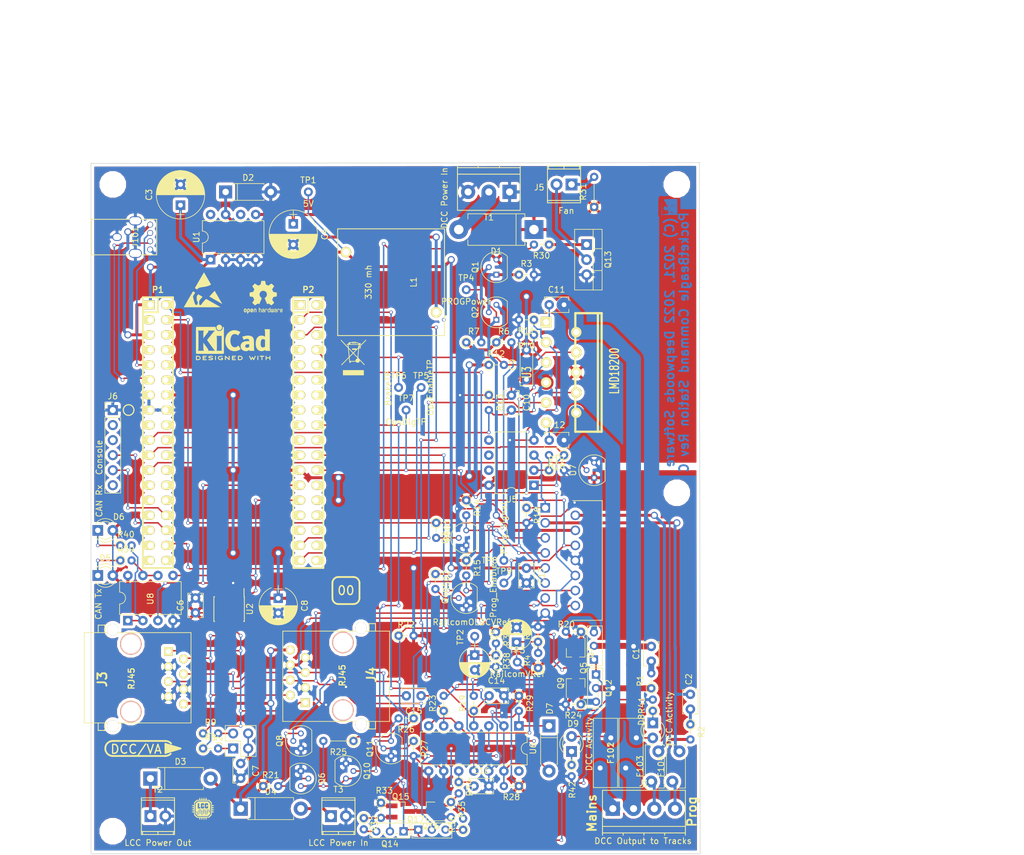
<source format=kicad_pcb>
(kicad_pcb (version 4) (host pcbnew 4.0.7+dfsg1-1ubuntu2)
  (layers (0 F.Cu signal) (31 B.Cu signal) (34 B.Paste user) (35 F.Paste user) (36 B.SilkS user) (37 F.SilkS user) (38 B.Mask user) (39 F.Mask user) (44 Edge.Cuts user))
  (net 0 "")
  (net 1 "Net-(C1-Pad1)")
  (net 2 /OPS_B)
  (net 3 "Net-(C2-Pad1)")
  (net 4 "/Prog and LCC Alt H/L Driver/1B")
  (net 5 +5V)
  (net 6 GND)
  (net 7 /DCC_VS)
  (net 8 /RAILCOM_VREF)
  (net 9 +3V3)
  (net 10 "Net-(C7-Pad1)")
  (net 11 /OPS-SENSE)
  (net 12 "Net-(C11-Pad1)")
  (net 13 /OPS_A)
  (net 14 "Net-(C12-Pad1)")
  (net 15 "Net-(D1-Pad2)")
  (net 16 "Net-(D2-Pad1)")
  (net 17 "Net-(D3-Pad1)")
  (net 18 "Net-(D3-Pad2)")
  (net 19 "Net-(D4-Pad2)")
  (net 20 /RAILCOM-DIR)
  (net 21 /RAILCOM-DATA)
  (net 22 "/Prog and LCC Alt H/L Driver/1A")
  (net 23 "Net-(J2-Pad1)")
  (net 24 "Net-(J2-Pad2)")
  (net 25 "Net-(J3-Pad1)")
  (net 26 "Net-(J3-Pad2)")
  (net 27 "Net-(J5-Pad2)")
  (net 28 "Net-(J5-Pad1)")
  (net 29 /PROG-ENABLE)
  (net 30 "Net-(P1-Pad3)")
  (net 31 /PROG-SIG)
  (net 32 "Net-(P1-Pad6)")
  (net 33 "Net-(P1-Pad8)")
  (net 34 "Net-(P1-Pad10)")
  (net 35 "Net-(P1-Pad12)")
  (net 36 "Net-(P1-Pad17)")
  (net 37 "Net-(P1-Pad18)")
  (net 38 "Net-(P1-Pad20)")
  (net 39 /PROG-SENSE)
  (net 40 /TEMP-SENSE)
  (net 41 "Net-(P1-Pad24)")
  (net 42 "Net-(P1-Pad25)")
  (net 43 "Net-(P1-Pad26)")
  (net 44 "Net-(P1-Pad27)")
  (net 45 "Net-(P1-Pad28)")
  (net 46 "Net-(P1-Pad29)")
  (net 47 "Net-(P1-Pad31)")
  (net 48 "Net-(P1-Pad33)")
  (net 49 /FAN-CONTROL)
  (net 50 "Net-(P1-Pad35)")
  (net 51 "Net-(P1-Pad36)")
  (net 52 "Net-(P2-Pad1)")
  (net 53 /RAILCOM-ENABLE)
  (net 54 /RAILCOM-SHORT)
  (net 55 "Net-(P2-Pad7)")
  (net 56 /OPS-BRAKE)
  (net 57 "Net-(P2-Pad9)")
  (net 58 "Net-(P2-Pad10)")
  (net 59 "Net-(P2-Pad11)")
  (net 60 "Net-(P2-Pad12)")
  (net 61 "Net-(P2-Pad13)")
  (net 62 "Net-(P2-Pad14)")
  (net 63 "Net-(P2-Pad16)")
  (net 64 "Net-(P2-Pad17)")
  (net 65 "Net-(P2-Pad19)")
  (net 66 "Net-(P2-Pad20)")
  (net 67 /OPS-SIG)
  (net 68 /CAN1_RX)
  (net 69 "Net-(P2-Pad26)")
  (net 70 /CAN1_TX)
  (net 71 "Net-(P2-Pad28)")
  (net 72 "Net-(P2-Pad29)")
  (net 73 "Net-(P2-Pad30)")
  (net 74 "Net-(P2-Pad31)")
  (net 75 "Net-(P2-Pad32)")
  (net 76 /OPS-THERM)
  (net 77 "Net-(P2-Pad34)")
  (net 78 /OPS-ENABLE)
  (net 79 "Net-(P2-Pad36)")
  (net 80 "Net-(Q1-Pad2)")
  (net 81 "Net-(Q1-Pad1)")
  (net 82 /PROG_DCC_VS)
  (net 83 "Net-(Q3-Pad3)")
  (net 84 "Net-(Q4-Pad3)")
  (net 85 "Net-(Q5-Pad3)")
  (net 86 "/Railcomm Interface/GATE-EN")
  (net 87 "Net-(Q6-Pad2)")
  (net 88 "Net-(Q10-Pad2)")
  (net 89 "Net-(Q12-Pad3)")
  (net 90 "Net-(Q13-Pad1)")
  (net 91 "Net-(R16-Pad1)")
  (net 92 "Net-(R17-Pad1)")
  (net 93 "Net-(D5-Pad1)")
  (net 94 "Net-(D6-Pad1)")
  (net 95 "Net-(U2-Pad5)")
  (net 96 "Net-(U2-Pad8)")
  (net 97 "Net-(P2-Pad2)")
  (net 98 "Net-(P2-Pad4)")
  (net 99 "Net-(P2-Pad6)")
  (net 100 "Net-(C14-Pad1)")
  (net 101 "Net-(C15-Pad1)")
  (net 102 "Net-(C16-Pad1)")
  (net 103 /RAILCOM_OLBC_VREF)
  (net 104 /OLBC_B)
  (net 105 /OLBC_A)
  (net 106 "Net-(Q14-Pad3)")
  (net 107 "Net-(Q15-Pad2)")
  (net 108 "Net-(Q16-Pad2)")
  (net 109 "Net-(Q17-Pad3)")
  (net 110 "Net-(R39-Pad2)")
  (net 111 "Net-(R40-Pad2)")
  (net 112 "Net-(U6-Pad14)")
  (net 113 "Net-(D8-Pad1)")
  (net 114 "Net-(D9-Pad1)")
  (net 115 "Net-(J6-Pad2)")
  (net 116 "Net-(J6-Pad3)")
  (net 117 "Net-(J6-Pad4)")
  (net 118 "Net-(J6-Pad5)")
  (net 119 "Net-(J6-Pad6)")
  (net 120 "Net-(Q2-Pad3)")
  (net 121 "Net-(J101-Pad2)")
  (net 122 "Net-(J101-Pad3)")
  (net 123 "Net-(F101-Pad1)")
  (net 124 "Net-(F102-Pad1)")
  (net 125 "Net-(F103-Pad1)")
  (net 126 "Net-(F104-Pad1)")
  (net 127 "Net-(Q3-Pad2)")
  (net 128 "Net-(Q4-Pad2)")
  (net 129 "Net-(P1-Pad7)")
  (module Fuse:Fuse_Bourns_MF-RG300 (layer F.Cu) (at 211.582 161.798 90)
    (fp_text reference F103 (at 2.55 -1.9 90) (layer F.SilkS))
    (fp_text value 300ma)
    (pad 1 thru_hole circle (at 0 0 90) (size 2.01 2.01) (drill 1.01) (layers *.Cu *.Mask) (net 125 "Net-(F103-Pad1)"))
    (pad 2 thru_hole circle (at 5.1 1.2 90) (size 2.01 2.01) (drill 1.01) (layers *.Cu *.Mask) (net 22 "/Prog and LCC Alt H/L Driver/1A"))
  )
  (module Fuse:Fuse_Bourns_MF-RG300 (layer F.Cu) (at 215.138 161.798 90)
    (fp_text reference F104 (at 2.55 -1.9 90) (layer F.SilkS))
    (fp_text value 300ma)
    (pad 1 thru_hole circle (at 0 0 90) (size 2.01 2.01) (drill 1.01) (layers *.Cu *.Mask) (net 126 "Net-(F104-Pad1)"))
    (pad 2 thru_hole circle (at 5.1 1.2 90) (size 2.01 2.01) (drill 1.01) (layers *.Cu *.Mask) (net 4 "/Prog and LCC Alt H/L Driver/1B"))
  )
  (module Fuse:Fuse_BelFuse_0ZRE0033FF_L11.4mm_W3.8mm (layer F.Cu) (at 207.264 159.512 90)
    (fp_text reference F102 (at 2.54 -2.54 90) (layer F.SilkS))
    (fp_text value 3A)
    (pad 2 thru_hole circle (at 5.1 1.8 90) (size 1.4 1.4) (drill 0.85) (layers *.Cu *.Mask) (net 13 /OPS_A))
    (pad 1 thru_hole circle (at 0 0 90) (size 1.4 1.4) (drill 0.85) (layers *.Cu *.Mask) (net 124 "Net-(F102-Pad1)"))
  )
  (module Fuse:Fuse_BelFuse_0ZRE0033FF_L11.4mm_W3.8mm (layer F.Cu) (at 202.946 159.512 90)
    (fp_text reference F101 (at 2.54 1.778 90) (layer F.SilkS))
    (fp_text value 3A)
    (pad 2 thru_hole circle (at 5.1 1.8 90) (size 1.4 1.4) (drill 0.85) (layers *.Cu *.Mask) (net 2 /OPS_B))
    (pad 1 thru_hole circle (at 0 0 90) (size 1.4 1.4) (drill 0.85) (layers *.Cu *.Mask) (net 123 "Net-(F101-Pad1)"))
  )
  (module TO_SOT_Packages_THT:TO-251_IPAK_Vertical (layer F.Cu) (at 169.7482 170.21048 180)
    (fp_text reference Q14 (at 2.3 -2.12 180) (layer F.SilkS))
    (fp_text value STD12NF06)
    (pad 1 thru_hole rect (at 0 0 180) (size 1.4 1.4) (drill 0.8) (layers *.Cu *.Mask) (net 86 "/Railcomm Interface/GATE-EN"))
    (pad 2 thru_hole oval (at 2.3 0 180) (size 1.4 1.4) (drill 0.8) (layers *.Cu *.Mask) (net 105 /OLBC_A))
    (pad 3 thru_hole oval (at 4.6 0 180) (size 1.4 1.4) (drill 0.8) (layers *.Cu *.Mask) (net 106 "Net-(Q14-Pad3)"))
  )
  (module RJ45-8N-S:RJ45_8N-S (layer F.Cu) (at 159.512 144.018 90)
    (fp_text reference J4 (at 0.254 4.826 90) (layer F.SilkS) (effects (font (thickness 0.3048))))
    (fp_text value RJ45 (at 0.14224 -0.1016 90) (layer F.SilkS) (effects (font (size 1.00076 1.00076) (thickness 0.2032))))
    (pad "" np_thru_hole circle (at 5.715 0 90) (size 3.64998 3.64998) (drill 3.2512) (layers *.Cu *.SilkS *.Mask))
    (pad "" np_thru_hole circle (at -5.715 0 90) (size 3.64998 3.64998) (drill 3.2512) (layers *.Cu *.SilkS *.Mask))
    (pad 1 thru_hole rect (at -4.445 -6.35 90) (size 1.50114 1.50114) (drill 0.89916) (layers *.Cu *.Mask F.SilkS) (net 25 "Net-(J3-Pad1)"))
    (pad 2 thru_hole circle (at -3.175 -8.89 90) (size 1.50114 1.50114) (drill 0.89916) (layers *.Cu *.Mask F.SilkS) (net 26 "Net-(J3-Pad2)"))
    (pad 3 thru_hole circle (at -1.905 -6.35 90) (size 1.50114 1.50114) (drill 0.89916) (layers *.Cu *.Mask F.SilkS) (net 6 GND))
    (pad 4 thru_hole circle (at -0.635 -8.89 90) (size 1.50114 1.50114) (drill 0.89916) (layers *.Cu *.Mask F.SilkS) (net 104 /OLBC_B))
    (pad 5 thru_hole circle (at 0.635 -6.35 90) (size 1.50114 1.50114) (drill 0.89916) (layers *.Cu *.Mask F.SilkS) (net 105 /OLBC_A))
    (pad 6 thru_hole circle (at 1.905 -8.89 90) (size 1.50114 1.50114) (drill 0.89916) (layers *.Cu *.Mask F.SilkS) (net 6 GND))
    (pad 7 thru_hole circle (at 3.175 -6.35 90) (size 1.50114 1.50114) (drill 0.89916) (layers *.Cu *.Mask F.SilkS) (net 6 GND))
    (pad 8 thru_hole circle (at 4.445 -8.89 90) (size 1.50114 1.50114) (drill 0.89916) (layers *.Cu *.Mask F.SilkS) (net 18 "Net-(D3-Pad2)"))
    (pad "" thru_hole circle (at -8.128 3.048 90) (size 1.9304 1.9304) (drill 1.9304) (layers *.Cu *.Mask F.SilkS))
    (pad "" thru_hole circle (at 8.128 3.048 90) (size 1.9304 1.9304) (drill 1.9304) (layers *.Cu *.Mask F.SilkS))
  )
  (module RJ45-8N-S:RJ45_8N-S (layer F.Cu) (at 123.698 144.272 270)
    (fp_text reference J3 (at 0.254 4.826 270) (layer F.SilkS) (effects (font (thickness 0.3048))))
    (fp_text value RJ45 (at 0.14224 -0.1016 270) (layer F.SilkS) (effects (font (size 1.00076 1.00076) (thickness 0.2032))))
    (pad "" np_thru_hole circle (at 5.715 0 270) (size 3.64998 3.64998) (drill 3.2512) (layers *.Cu *.SilkS *.Mask))
    (pad "" np_thru_hole circle (at -5.715 0 270) (size 3.64998 3.64998) (drill 3.2512) (layers *.Cu *.SilkS *.Mask))
    (pad 1 thru_hole rect (at -4.445 -6.35 270) (size 1.50114 1.50114) (drill 0.89916) (layers *.Cu *.Mask F.SilkS) (net 25 "Net-(J3-Pad1)"))
    (pad 2 thru_hole circle (at -3.175 -8.89 270) (size 1.50114 1.50114) (drill 0.89916) (layers *.Cu *.Mask F.SilkS) (net 26 "Net-(J3-Pad2)"))
    (pad 3 thru_hole circle (at -1.905 -6.35 270) (size 1.50114 1.50114) (drill 0.89916) (layers *.Cu *.Mask F.SilkS) (net 6 GND))
    (pad 4 thru_hole circle (at -0.635 -8.89 270) (size 1.50114 1.50114) (drill 0.89916) (layers *.Cu *.Mask F.SilkS) (net 104 /OLBC_B))
    (pad 5 thru_hole circle (at 0.635 -6.35 270) (size 1.50114 1.50114) (drill 0.89916) (layers *.Cu *.Mask F.SilkS) (net 105 /OLBC_A))
    (pad 6 thru_hole circle (at 1.905 -8.89 270) (size 1.50114 1.50114) (drill 0.89916) (layers *.Cu *.Mask F.SilkS) (net 6 GND))
    (pad 7 thru_hole circle (at 3.175 -6.35 270) (size 1.50114 1.50114) (drill 0.89916) (layers *.Cu *.Mask F.SilkS) (net 6 GND))
    (pad 8 thru_hole circle (at 4.445 -8.89 270) (size 1.50114 1.50114) (drill 0.89916) (layers *.Cu *.Mask F.SilkS) (net 18 "Net-(D3-Pad2)"))
    (pad "" thru_hole circle (at -8.128 3.048 270) (size 1.9304 1.9304) (drill 1.9304) (layers *.Cu *.Mask F.SilkS))
    (pad "" thru_hole circle (at 8.128 3.048 270) (size 1.9304 1.9304) (drill 1.9304) (layers *.Cu *.Mask F.SilkS))
  )
  (module pin_socket_18x2 (layer F.Cu) (at 153.67 102.87 270)
    (fp_text reference P2 (at -24.13 0 360) (layer F.SilkS) (effects (font (size 1.016 1.016) (thickness 0.2032))))
    (fp_text value POCKETBEAGLE-Header hide)
    (pad 1 thru_hole rect (at -21.59 1.27 270) (size 1.524 1.99898) (drill 1.00076 (offset 0 0.24892)) (layers *.Cu *.Mask F.SilkS) (net 52 "Net-(P2-Pad1)"))
    (pad 2 thru_hole oval (at -21.59 -1.27 270) (size 1.524 1.99898) (drill 1.00076 (offset 0 -0.24892)) (layers *.Cu *.Mask F.SilkS) (net 97 "Net-(P2-Pad2)"))
    (pad 3 thru_hole oval (at -19.05 1.27 270) (size 1.524 1.99898) (drill 1.00076 (offset 0 0.24892)) (layers *.Cu *.Mask F.SilkS) (net 20 /RAILCOM-DIR))
    (pad 4 thru_hole oval (at -19.05 -1.27 270) (size 1.524 1.99898) (drill 1.00076 (offset 0 -0.24892)) (layers *.Cu *.Mask F.SilkS) (net 98 "Net-(P2-Pad4)"))
    (pad 5 thru_hole oval (at -16.51 1.27 270) (size 1.524 1.99898) (drill 1.00076 (offset 0 0.24892)) (layers *.Cu *.Mask F.SilkS) (net 21 /RAILCOM-DATA))
    (pad 6 thru_hole oval (at -16.51 -1.27 270) (size 1.524 1.99898) (drill 1.00076 (offset 0 -0.24892)) (layers *.Cu *.Mask F.SilkS) (net 99 "Net-(P2-Pad6)"))
    (pad 7 thru_hole oval (at -13.97 1.27 270) (size 1.524 1.99898) (drill 1.00076 (offset 0 0.24892)) (layers *.Cu *.Mask F.SilkS) (net 55 "Net-(P2-Pad7)"))
    (pad 8 thru_hole oval (at -13.97 -1.27 270) (size 1.524 1.99898) (drill 1.00076 (offset 0 -0.24892)) (layers *.Cu *.Mask F.SilkS) (net 56 /OPS-BRAKE))
    (pad 9 thru_hole oval (at -11.43 1.27 270) (size 1.524 1.99898) (drill 1.00076 (offset 0 0.24892)) (layers *.Cu *.Mask F.SilkS) (net 57 "Net-(P2-Pad9)"))
    (pad 10 thru_hole oval (at -11.43 -1.27 270) (size 1.524 1.99898) (drill 1.00076 (offset 0 -0.24892)) (layers *.Cu *.Mask F.SilkS) (net 58 "Net-(P2-Pad10)"))
    (pad 11 thru_hole oval (at -8.89 1.27 270) (size 1.524 1.99898) (drill 1.00076 (offset 0 0.24892)) (layers *.Cu *.Mask F.SilkS) (net 59 "Net-(P2-Pad11)"))
    (pad 12 thru_hole oval (at -8.89 -1.27 270) (size 1.524 1.99898) (drill 1.00076 (offset 0 -0.24892)) (layers *.Cu *.Mask F.SilkS) (net 60 "Net-(P2-Pad12)"))
    (pad 13 thru_hole oval (at -6.35 1.27 270) (size 1.524 1.99898) (drill 1.00076 (offset 0 0.24892)) (layers *.Cu *.Mask F.SilkS) (net 61 "Net-(P2-Pad13)"))
    (pad 14 thru_hole oval (at -6.35 -1.27 270) (size 1.524 1.99898) (drill 1.00076 (offset 0 -0.24892)) (layers *.Cu *.Mask F.SilkS) (net 62 "Net-(P2-Pad14)"))
    (pad 15 thru_hole oval (at -3.81 1.27 270) (size 1.524 1.99898) (drill 1.00076 (offset 0 0.24892)) (layers *.Cu *.Mask F.SilkS) (net 6 GND))
    (pad 16 thru_hole oval (at -3.81 -1.27 270) (size 1.524 1.99898) (drill 1.00076 (offset 0 -0.24892)) (layers *.Cu *.Mask F.SilkS) (net 63 "Net-(P2-Pad16)"))
    (pad 17 thru_hole oval (at -1.27 1.27 270) (size 1.524 1.99898) (drill 1.00076 (offset 0 0.24892)) (layers *.Cu *.Mask F.SilkS) (net 64 "Net-(P2-Pad17)"))
    (pad 18 thru_hole oval (at -1.27 -1.27 270) (size 1.524 1.99898) (drill 1.00076 (offset 0 -0.24892)) (layers *.Cu *.Mask F.SilkS) (net 53 /RAILCOM-ENABLE))
    (pad 19 thru_hole oval (at 1.27 1.27 270) (size 1.524 1.99898) (drill 1.00076 (offset 0 0.24892)) (layers *.Cu *.Mask F.SilkS) (net 65 "Net-(P2-Pad19)"))
    (pad 20 thru_hole oval (at 1.27 -1.27 270) (size 1.524 1.99898) (drill 1.00076 (offset 0 -0.24892)) (layers *.Cu *.Mask F.SilkS) (net 66 "Net-(P2-Pad20)"))
    (pad 21 thru_hole oval (at 3.81 1.27 270) (size 1.524 1.99898) (drill 1.00076 (offset 0 0.24892)) (layers *.Cu *.Mask F.SilkS) (net 6 GND))
    (pad 22 thru_hole oval (at 3.81 -1.27 270) (size 1.524 1.99898) (drill 1.00076 (offset 0 -0.24892)) (layers *.Cu *.Mask F.SilkS) (net 54 /RAILCOM-SHORT))
    (pad 23 thru_hole oval (at 6.35 1.27 270) (size 1.524 1.99898) (drill 1.00076 (offset 0 0.24892)) (layers *.Cu *.Mask F.SilkS) (net 9 +3V3))
    (pad 24 thru_hole oval (at 6.35 -1.27 270) (size 1.524 1.99898) (drill 1.00076 (offset 0 -0.24892)) (layers *.Cu *.Mask F.SilkS) (net 67 /OPS-SIG))
    (pad 25 thru_hole oval (at 8.89 1.27 270) (size 1.524 1.99898) (drill 1.00076 (offset 0 0.24892)) (layers *.Cu *.Mask F.SilkS) (net 68 /CAN1_RX))
    (pad 26 thru_hole oval (at 8.89 -1.27 270) (size 1.524 1.99898) (drill 1.00076 (offset 0 -0.24892)) (layers *.Cu *.Mask F.SilkS) (net 69 "Net-(P2-Pad26)"))
    (pad 27 thru_hole oval (at 11.43 1.27 270) (size 1.524 1.99898) (drill 1.00076 (offset 0 0.24892)) (layers *.Cu *.Mask F.SilkS) (net 70 /CAN1_TX))
    (pad 28 thru_hole oval (at 11.43 -1.27 270) (size 1.524 1.99898) (drill 1.00076 (offset 0 -0.24892)) (layers *.Cu *.Mask F.SilkS) (net 71 "Net-(P2-Pad28)"))
    (pad 29 thru_hole oval (at 13.97 1.27 270) (size 1.524 1.99898) (drill 1.00076 (offset 0 0.24892)) (layers *.Cu *.Mask F.SilkS) (net 72 "Net-(P2-Pad29)"))
    (pad 30 thru_hole oval (at 13.97 -1.27 270) (size 1.524 1.99898) (drill 1.00076 (offset 0 -0.24892)) (layers *.Cu *.Mask F.SilkS) (net 73 "Net-(P2-Pad30)"))
    (pad 31 thru_hole oval (at 16.51 1.27 270) (size 1.524 1.99898) (drill 1.00076 (offset 0 0.24892)) (layers *.Cu *.Mask F.SilkS) (net 74 "Net-(P2-Pad31)"))
    (pad 32 thru_hole oval (at 16.51 -1.27 270) (size 1.524 1.99898) (drill 1.00076 (offset 0 -0.24892)) (layers *.Cu *.Mask F.SilkS) (net 75 "Net-(P2-Pad32)"))
    (pad 33 thru_hole oval (at 19.05 1.27 270) (size 1.524 1.99898) (drill 1.00076 (offset 0 0.24892)) (layers *.Cu *.Mask F.SilkS) (net 76 /OPS-THERM))
    (pad 34 thru_hole oval (at 19.05 -1.27 270) (size 1.524 1.99898) (drill 1.00076 (offset 0 -0.24892)) (layers *.Cu *.Mask F.SilkS) (net 77 "Net-(P2-Pad34)"))
    (pad 35 thru_hole oval (at 21.59 1.27 270) (size 1.524 1.99898) (drill 1.00076 (offset 0 0.24892)) (layers *.Cu *.Mask F.SilkS) (net 78 /OPS-ENABLE))
    (pad 36 thru_hole oval (at 21.59 -1.27 270) (size 1.524 1.99898) (drill 1.00076 (offset 0 -0.24892)) (layers *.Cu *.Mask F.SilkS) (net 79 "Net-(P2-Pad36)"))
  )
  (module pin_socket_18x2 (layer F.Cu) (at 128.27 102.87 270)
    (fp_text reference P1 (at -24.13 0 360) (layer F.SilkS) (effects (font (size 1.016 1.016) (thickness 0.2032))))
    (fp_text value POCKETBEAGLE-Header hide)
    (pad 1 thru_hole rect (at -21.59 1.27 270) (size 1.524 1.99898) (drill 1.00076 (offset 0 0.24892)) (layers *.Cu *.Mask F.SilkS) (net 5 +5V))
    (pad 2 thru_hole oval (at -21.59 -1.27 270) (size 1.524 1.99898) (drill 1.00076 (offset 0 -0.24892)) (layers *.Cu *.Mask F.SilkS) (net 29 /PROG-ENABLE))
    (pad 3 thru_hole oval (at -19.05 1.27 270) (size 1.524 1.99898) (drill 1.00076 (offset 0 0.24892)) (layers *.Cu *.Mask F.SilkS) (net 30 "Net-(P1-Pad3)"))
    (pad 4 thru_hole oval (at -19.05 -1.27 270) (size 1.524 1.99898) (drill 1.00076 (offset 0 -0.24892)) (layers *.Cu *.Mask F.SilkS) (net 31 /PROG-SIG))
    (pad 5 thru_hole oval (at -16.51 1.27 270) (size 1.524 1.99898) (drill 1.00076 (offset 0 0.24892)) (layers *.Cu *.Mask F.SilkS) (net 5 +5V))
    (pad 6 thru_hole oval (at -16.51 -1.27 270) (size 1.524 1.99898) (drill 1.00076 (offset 0 -0.24892)) (layers *.Cu *.Mask F.SilkS) (net 32 "Net-(P1-Pad6)"))
    (pad 7 thru_hole oval (at -13.97 1.27 270) (size 1.524 1.99898) (drill 1.00076 (offset 0 0.24892)) (layers *.Cu *.Mask F.SilkS) (net 129 "Net-(P1-Pad7)"))
    (pad 8 thru_hole oval (at -13.97 -1.27 270) (size 1.524 1.99898) (drill 1.00076 (offset 0 -0.24892)) (layers *.Cu *.Mask F.SilkS) (net 33 "Net-(P1-Pad8)"))
    (pad 9 thru_hole oval (at -11.43 1.27 270) (size 1.524 1.99898) (drill 1.00076 (offset 0 0.24892)) (layers *.Cu *.Mask F.SilkS) (net 121 "Net-(J101-Pad2)"))
    (pad 10 thru_hole oval (at -11.43 -1.27 270) (size 1.524 1.99898) (drill 1.00076 (offset 0 -0.24892)) (layers *.Cu *.Mask F.SilkS) (net 34 "Net-(P1-Pad10)"))
    (pad 11 thru_hole oval (at -8.89 1.27 270) (size 1.524 1.99898) (drill 1.00076 (offset 0 0.24892)) (layers *.Cu *.Mask F.SilkS) (net 122 "Net-(J101-Pad3)"))
    (pad 12 thru_hole oval (at -8.89 -1.27 270) (size 1.524 1.99898) (drill 1.00076 (offset 0 -0.24892)) (layers *.Cu *.Mask F.SilkS) (net 35 "Net-(P1-Pad12)"))
    (pad 13 thru_hole oval (at -6.35 1.27 270) (size 1.524 1.99898) (drill 1.00076 (offset 0 0.24892)) (layers *.Cu *.Mask F.SilkS) (net 6 GND))
    (pad 14 thru_hole oval (at -6.35 -1.27 270) (size 1.524 1.99898) (drill 1.00076 (offset 0 -0.24892)) (layers *.Cu *.Mask F.SilkS) (net 9 +3V3))
    (pad 15 thru_hole oval (at -3.81 1.27 270) (size 1.524 1.99898) (drill 1.00076 (offset 0 0.24892)) (layers *.Cu *.Mask F.SilkS) (net 6 GND))
    (pad 16 thru_hole oval (at -3.81 -1.27 270) (size 1.524 1.99898) (drill 1.00076 (offset 0 -0.24892)) (layers *.Cu *.Mask F.SilkS) (net 6 GND))
    (pad 17 thru_hole oval (at -1.27 1.27 270) (size 1.524 1.99898) (drill 1.00076 (offset 0 0.24892)) (layers *.Cu *.Mask F.SilkS) (net 36 "Net-(P1-Pad17)"))
    (pad 18 thru_hole oval (at -1.27 -1.27 270) (size 1.524 1.99898) (drill 1.00076 (offset 0 -0.24892)) (layers *.Cu *.Mask F.SilkS) (net 37 "Net-(P1-Pad18)"))
    (pad 19 thru_hole oval (at 1.27 1.27 270) (size 1.524 1.99898) (drill 1.00076 (offset 0 0.24892)) (layers *.Cu *.Mask F.SilkS) (net 11 /OPS-SENSE))
    (pad 20 thru_hole oval (at 1.27 -1.27 270) (size 1.524 1.99898) (drill 1.00076 (offset 0 -0.24892)) (layers *.Cu *.Mask F.SilkS) (net 38 "Net-(P1-Pad20)"))
    (pad 21 thru_hole oval (at 3.81 1.27 270) (size 1.524 1.99898) (drill 1.00076 (offset 0 0.24892)) (layers *.Cu *.Mask F.SilkS) (net 39 /PROG-SENSE))
    (pad 22 thru_hole oval (at 3.81 -1.27 270) (size 1.524 1.99898) (drill 1.00076 (offset 0 -0.24892)) (layers *.Cu *.Mask F.SilkS) (net 6 GND))
    (pad 23 thru_hole oval (at 6.35 1.27 270) (size 1.524 1.99898) (drill 1.00076 (offset 0 0.24892)) (layers *.Cu *.Mask F.SilkS) (net 40 /TEMP-SENSE))
    (pad 24 thru_hole oval (at 6.35 -1.27 270) (size 1.524 1.99898) (drill 1.00076 (offset 0 -0.24892)) (layers *.Cu *.Mask F.SilkS) (net 41 "Net-(P1-Pad24)"))
    (pad 25 thru_hole oval (at 8.89 1.27 270) (size 1.524 1.99898) (drill 1.00076 (offset 0 0.24892)) (layers *.Cu *.Mask F.SilkS) (net 42 "Net-(P1-Pad25)"))
    (pad 26 thru_hole oval (at 8.89 -1.27 270) (size 1.524 1.99898) (drill 1.00076 (offset 0 -0.24892)) (layers *.Cu *.Mask F.SilkS) (net 43 "Net-(P1-Pad26)"))
    (pad 27 thru_hole oval (at 11.43 1.27 270) (size 1.524 1.99898) (drill 1.00076 (offset 0 0.24892)) (layers *.Cu *.Mask F.SilkS) (net 44 "Net-(P1-Pad27)"))
    (pad 28 thru_hole oval (at 11.43 -1.27 270) (size 1.524 1.99898) (drill 1.00076 (offset 0 -0.24892)) (layers *.Cu *.Mask F.SilkS) (net 45 "Net-(P1-Pad28)"))
    (pad 29 thru_hole oval (at 13.97 1.27 270) (size 1.524 1.99898) (drill 1.00076 (offset 0 0.24892)) (layers *.Cu *.Mask F.SilkS) (net 46 "Net-(P1-Pad29)"))
    (pad 30 thru_hole oval (at 13.97 -1.27 270) (size 1.524 1.99898) (drill 1.00076 (offset 0 -0.24892)) (layers *.Cu *.Mask F.SilkS) (net 118 "Net-(J6-Pad5)"))
    (pad 31 thru_hole oval (at 16.51 1.27 270) (size 1.524 1.99898) (drill 1.00076 (offset 0 0.24892)) (layers *.Cu *.Mask F.SilkS) (net 47 "Net-(P1-Pad31)"))
    (pad 32 thru_hole oval (at 16.51 -1.27 270) (size 1.524 1.99898) (drill 1.00076 (offset 0 -0.24892)) (layers *.Cu *.Mask F.SilkS) (net 117 "Net-(J6-Pad4)"))
    (pad 33 thru_hole oval (at 19.05 1.27 270) (size 1.524 1.99898) (drill 1.00076 (offset 0 0.24892)) (layers *.Cu *.Mask F.SilkS) (net 48 "Net-(P1-Pad33)"))
    (pad 34 thru_hole oval (at 19.05 -1.27 270) (size 1.524 1.99898) (drill 1.00076 (offset 0 -0.24892)) (layers *.Cu *.Mask F.SilkS) (net 49 /FAN-CONTROL))
    (pad 35 thru_hole oval (at 21.59 1.27 270) (size 1.524 1.99898) (drill 1.00076 (offset 0 0.24892)) (layers *.Cu *.Mask F.SilkS) (net 50 "Net-(P1-Pad35)"))
    (pad 36 thru_hole oval (at 21.59 -1.27 270) (size 1.524 1.99898) (drill 1.00076 (offset 0 -0.24892)) (layers *.Cu *.Mask F.SilkS) (net 51 "Net-(P1-Pad36)"))
  )
  (module USB-A-UPRIGHT (layer F.Cu) (at 126.96 69.85 90)
    (fp_text reference J101 (at 0 -2.54 90) (layer F.SilkS))
    (fp_text value USB_A)
    (pad 1 thru_hole circle (at 2.1 0 90) (size 1 1) (drill 0.768) (layers *.Cu *.Mask) (net 5 +5V))
    (pad 2 thru_hole circle (at 0.7 0 90) (size 1 1) (drill 0.768) (layers *.Cu *.Mask) (net 121 "Net-(J101-Pad2)"))
    (pad 3 thru_hole circle (at -0.7 0 90) (size 1 1) (drill 0.768) (layers *.Cu *.Mask) (net 122 "Net-(J101-Pad3)"))
    (pad 4 thru_hole circle (at -2.1 0 90) (size 1 1) (drill 0.768) (layers *.Cu *.Mask) (net 6 GND))
    (pad 5 thru_hole oval (at 2.75 -2.5 90) (size 1.5 2.2) (drill oval 1.2 1.9) (layers *.Cu *.Mask) (net 6 GND))
    (pad 5 thru_hole oval (at -2.75 -2.5 90) (size 1.5 2.2) (drill oval 1.2 1.9) (layers *.Cu *.Mask) (net 6 GND))
    (pad 5 thru_hole oval (at 0 -5.6 90) (size 1.3 1.6) (drill oval 1 1.3) (layers *.Cu *.Mask) (net 6 GND))
  )
  (module Drivers:TO127P2020X500X2100-15 (layer F.Cu) (at 193.675 115.57)
    (fp_text reference U4 (at 2.425 -2.495) (layer F.SilkS) (effects (font (thickness 0.015))))
    (fp_text value L298N)
    (pad 1 thru_hole rect (at 0 0) (size 1.62 1.62) (drill 1.08) (layers *.Cu *.Mask) (net 91 "Net-(R16-Pad1)"))
    (pad 2 thru_hole circle (at 5.08 1.27) (size 1.62 1.62) (drill 1.08) (layers *.Cu *.Mask) (net 22 "/Prog and LCC Alt H/L Driver/1A"))
    (pad 3 thru_hole circle (at 0 2.54) (size 1.62 1.62) (drill 1.08) (layers *.Cu *.Mask) (net 4 "/Prog and LCC Alt H/L Driver/1B"))
    (pad 4 thru_hole circle (at 5.08 3.81) (size 1.62 1.62) (drill 1.08) (layers *.Cu *.Mask) (net 82 /PROG_DCC_VS))
    (pad 5 thru_hole circle (at 0 5.08) (size 1.62 1.62) (drill 1.08) (layers *.Cu *.Mask) (net 31 /PROG-SIG))
    (pad 6 thru_hole circle (at 5.08 6.35) (size 1.62 1.62) (drill 1.08) (layers *.Cu *.Mask) (net 29 /PROG-ENABLE))
    (pad 7 thru_hole circle (at 0 7.62) (size 1.62 1.62) (drill 1.08) (layers *.Cu *.Mask) (net 83 "Net-(Q3-Pad3)"))
    (pad 8 thru_hole circle (at 5.08 8.89) (size 1.62 1.62) (drill 1.08) (layers *.Cu *.Mask) (net 6 GND))
    (pad 9 thru_hole circle (at 0 10.16) (size 1.62 1.62) (drill 1.08) (layers *.Cu *.Mask) (net 5 +5V))
    (pad 10 thru_hole circle (at 5.08 11.43) (size 1.62 1.62) (drill 1.08) (layers *.Cu *.Mask) (net 67 /OPS-SIG))
    (pad 11 thru_hole circle (at 0 12.7) (size 1.62 1.62) (drill 1.08) (layers *.Cu *.Mask) (net 78 /OPS-ENABLE))
    (pad 12 thru_hole circle (at 5.08 13.97) (size 1.62 1.62) (drill 1.08) (layers *.Cu *.Mask) (net 84 "Net-(Q4-Pad3)"))
    (pad 13 thru_hole circle (at 0 15.24) (size 1.62 1.62) (drill 1.08) (layers *.Cu *.Mask) (net 105 /OLBC_A))
    (pad 14 thru_hole circle (at 5.08 16.51) (size 1.62 1.62) (drill 1.08) (layers *.Cu *.Mask) (net 104 /OLBC_B))
    (pad 15 thru_hole circle (at 0 17.78) (size 1.62 1.62) (drill 1.08) (layers *.Cu *.Mask) (net 6 GND))
  )
  (module TO220_11Pin:TO220_11PIN_VERT (layer F.Cu) (at 200.66 92.71)
    (fp_text reference U3 (at -10.1 0 90) (layer F.SilkS) (effects (font (size 1.524 1.016) (thickness 0.2032))))
    (fp_text value LMD18200 (at 4.699 -0.254 90) (layer F.SilkS) (effects (font (size 1.524 1.016) (thickness 0.2032))))
    (pad 10 thru_hole circle (at -1.75 6.8) (size 1.778 1.778) (drill 1.016) (layers *.Cu *.Mask F.SilkS) (net 2 /OPS_B))
    (pad 8 thru_hole circle (at -1.75 3.4) (size 1.778 1.778) (drill 1.016) (layers *.Cu *.Mask F.SilkS) (net 11 /OPS-SENSE))
    (pad 11 thru_hole circle (at -6.83 8.5) (size 1.778 1.778) (drill 1.016) (layers *.Cu *.Mask F.SilkS) (net 14 "Net-(C12-Pad1)"))
    (pad 9 thru_hole circle (at -6.83 5.1) (size 1.778 1.778) (drill 1.016) (layers *.Cu *.Mask F.SilkS) (net 76 /OPS-THERM))
    (pad 7 thru_hole circle (at -6.83 1.7) (size 1.778 1.778) (drill 1.016) (layers *.Cu *.Mask F.SilkS) (net 6 GND))
    (pad 2 thru_hole circle (at -1.75 -6.8) (size 1.778 1.778) (drill 1.016) (layers *.Cu *.Mask F.SilkS) (net 13 /OPS_A))
    (pad 3 thru_hole circle (at -6.83 -5.1) (size 1.778 1.778) (drill 1.016) (layers *.Cu *.Mask F.SilkS) (net 67 /OPS-SIG))
    (pad 4 thru_hole circle (at -1.75 -3.4) (size 1.778 1.778) (drill 1.016) (layers *.Cu *.Mask F.SilkS) (net 56 /OPS-BRAKE))
    (pad 5 thru_hole circle (at -6.83 -1.7) (size 1.778 1.778) (drill 1.016) (layers *.Cu *.Mask F.SilkS) (net 78 /OPS-ENABLE))
    (pad 6 thru_hole circle (at -1.75 0) (size 1.778 1.778) (drill 1.016) (layers *.Cu *.Mask F.SilkS) (net 7 /DCC_VS))
    (pad 1 thru_hole rect (at -6.83 -8.5) (size 1.778 1.778) (drill 1.016) (layers *.Cu *.Mask F.SilkS) (net 12 "Net-(C11-Pad1)"))
  )
  (module PELowProfile:PE-LowProfile (layer F.Cu) (at 167.64 77.47 270)
    (fp_text reference L1 (at 0 -3.81 270) (layer F.SilkS))
    (fp_text value "330 mh" (at 0 3.81 270) (layer F.SilkS))
    (pad 1 thru_hole circle (at 5.08 -7.62 270) (size 1.78 1.78) (drill 1.14) (layers *.Cu *.Mask F.SilkS) (net 16 "Net-(D2-Pad1)"))
    (pad 2 thru_hole circle (at -5.08 7.62 270) (size 1.78 1.78) (drill 1.14) (layers *.Cu *.Mask F.SilkS) (net 5 +5V))
  )
  (module Resistors_THT:R_Axial_DIN0204_L3.6mm_D1.6mm_P2.54mm_Vertical (layer F.Cu) (at 165.9382 165.38448 270)
    (fp_text reference R33 (at -2.06248 -0.5588 360) (layer F.SilkS))
    (fp_text value "24.9 Ohms")
    (pad 1 thru_hole circle (at 0 0 270) (size 1.4 1.4) (drill 0.7) (layers *.Cu *.Mask) (net 6 GND))
    (pad 2 thru_hole oval (at 2.54 0 270) (size 1.4 1.4) (drill 0.7) (layers *.Cu *.Mask) (net 107 "Net-(Q15-Pad2)"))
  )
  (module TO_SOT_Packages_THT:TO-92_Molded_Narrow (layer F.Cu) (at 185.42 83.82 90)
    (fp_text reference Q2 (at 1.27 -3.56 90) (layer F.SilkS))
    (fp_text value TP0606)
    (pad 2 thru_hole circle (at 1.27 -1.27 180) (size 1 1) (drill 0.6) (layers *.Cu *.Mask) (net 81 "Net-(Q1-Pad1)"))
    (pad 3 thru_hole circle (at 2.54 0 180) (size 1 1) (drill 0.6) (layers *.Cu *.Mask) (net 120 "Net-(Q2-Pad3)"))
    (pad 1 thru_hole rect (at 0 0 180) (size 1 1) (drill 0.6) (layers *.Cu *.Mask) (net 82 /PROG_DCC_VS))
  )
  (module Capacitors_THT:C_Rect_L4.0mm_W2.5mm_P2.50mm (layer F.Cu) (at 211.582 141.478 90)
    (fp_text reference C1 (at 1.25 -2.56 90) (layer F.SilkS))
    (fp_text value "10 nf")
    (pad 1 thru_hole circle (at 0 0 90) (size 1.6 1.6) (drill 0.8) (layers *.Cu *.Mask) (net 1 "Net-(C1-Pad1)"))
    (pad 2 thru_hole circle (at 2.5 0 90) (size 1.6 1.6) (drill 0.8) (layers *.Cu *.Mask) (net 13 /OPS_A))
  )
  (module Capacitors_THT:C_Rect_L4.0mm_W2.5mm_P2.50mm (layer F.Cu) (at 218.186 149.566 90)
    (fp_text reference C2 (at 5.04 -0.254 90) (layer F.SilkS))
    (fp_text value "10 nf")
    (pad 1 thru_hole circle (at 0 0 90) (size 1.6 1.6) (drill 0.8) (layers *.Cu *.Mask) (net 3 "Net-(C2-Pad1)"))
    (pad 2 thru_hole circle (at 2.5 0 90) (size 1.6 1.6) (drill 0.8) (layers *.Cu *.Mask) (net 4 "/Prog and LCC Alt H/L Driver/1B"))
  )
  (module Capacitors_THT:CP_Radial_D8.0mm_P3.50mm (layer F.Cu) (at 132.08 64.46 90)
    (fp_text reference C3 (at 1.75 -5.31 90) (layer F.SilkS))
    (fp_text value "220 uf 25V")
    (pad 1 thru_hole rect (at 0 0 90) (size 1.6 1.6) (drill 0.8) (layers *.Cu *.Mask) (net 5 +5V))
    (pad 2 thru_hole circle (at 3.5 0 90) (size 1.6 1.6) (drill 0.8) (layers *.Cu *.Mask) (net 6 GND))
  )
  (module Capacitors_THT:CP_Radial_D8.0mm_P3.50mm (layer F.Cu) (at 151.13 67.62 270)
    (fp_text reference C4 (at 1.75 -5.31 270) (layer F.SilkS))
    (fp_text value "22 uf 100V")
    (pad 1 thru_hole rect (at 0 0 270) (size 1.6 1.6) (drill 0.8) (layers *.Cu *.Mask) (net 7 /DCC_VS))
    (pad 2 thru_hole circle (at 3.5 0 270) (size 1.6 1.6) (drill 0.8) (layers *.Cu *.Mask) (net 6 GND))
  )
  (module Capacitors_THT:CP_Radial_D5.0mm_P2.50mm (layer F.Cu) (at 188.83376 138.26998 90)
    (fp_text reference C5 (at 1.25 -3.81 90) (layer F.SilkS))
    (fp_text value "1 uf")
    (pad 1 thru_hole rect (at 0 0 90) (size 1.6 1.6) (drill 0.8) (layers *.Cu *.Mask) (net 8 /RAILCOM_VREF))
    (pad 2 thru_hole circle (at 2.5 0 90) (size 1.6 1.6) (drill 0.8) (layers *.Cu *.Mask) (net 6 GND))
  )
  (module Capacitors_THT:C_Rect_L4.0mm_W2.5mm_P2.50mm (layer F.Cu) (at 134.62 133.31 90)
    (fp_text reference C6 (at 1.25 -2.56 90) (layer F.SilkS))
    (fp_text value ".1 uf")
    (pad 1 thru_hole circle (at 0 0 90) (size 1.6 1.6) (drill 0.8) (layers *.Cu *.Mask) (net 9 +3V3))
    (pad 2 thru_hole circle (at 2.5 0 90) (size 1.6 1.6) (drill 0.8) (layers *.Cu *.Mask) (net 6 GND))
  )
  (module Capacitors_THT:C_Rect_L4.0mm_W2.5mm_P2.50mm (layer F.Cu) (at 142.24 158.75 270)
    (fp_text reference C7 (at 1.25 -2.56 270) (layer F.SilkS))
    (fp_text value "47 nf")
    (pad 1 thru_hole circle (at 0 0 270) (size 1.6 1.6) (drill 0.8) (layers *.Cu *.Mask) (net 10 "Net-(C7-Pad1)"))
    (pad 2 thru_hole circle (at 2.5 0 270) (size 1.6 1.6) (drill 0.8) (layers *.Cu *.Mask) (net 6 GND))
  )
  (module Capacitors_THT:CP_Radial_D6.3mm_P2.50mm (layer F.Cu) (at 148.59 130.85 270)
    (fp_text reference C8 (at 1.25 -4.46 270) (layer F.SilkS))
    (fp_text value "15 uf 15V")
    (pad 1 thru_hole rect (at 0 0 270) (size 1.6 1.6) (drill 0.8) (layers *.Cu *.Mask) (net 9 +3V3))
    (pad 2 thru_hole circle (at 2.5 0 270) (size 1.6 1.6) (drill 0.8) (layers *.Cu *.Mask) (net 6 GND))
  )
  (module Capacitors_THT:C_Rect_L7.0mm_W2.0mm_P5.00mm (layer F.Cu) (at 190.5 93.9 90)
    (fp_text reference C9 (at 2.5 -2.31 90) (layer F.SilkS))
    (fp_text value "1 uf")
    (pad 1 thru_hole circle (at 0 0 90) (size 1.6 1.6) (drill 0.8) (layers *.Cu *.Mask) (net 6 GND))
    (pad 2 thru_hole circle (at 5 0 90) (size 1.6 1.6) (drill 0.8) (layers *.Cu *.Mask) (net 7 /DCC_VS))
  )
  (module Capacitors_THT:C_Rect_L4.0mm_W2.5mm_P2.50mm (layer F.Cu) (at 187.96 96.56 270)
    (fp_text reference C10 (at 1.25 -2.56 270) (layer F.SilkS))
    (fp_text value "100 nf")
    (pad 1 thru_hole circle (at 0 0 270) (size 1.6 1.6) (drill 0.8) (layers *.Cu *.Mask) (net 6 GND))
    (pad 2 thru_hole circle (at 2.5 0 270) (size 1.6 1.6) (drill 0.8) (layers *.Cu *.Mask) (net 11 /OPS-SENSE))
  )
  (module Capacitors_THT:C_Rect_L4.0mm_W2.5mm_P2.50mm (layer F.Cu) (at 194.35 81.28)
    (fp_text reference C11 (at 1.25 -2.56) (layer F.SilkS))
    (fp_text value "10 nf")
    (pad 1 thru_hole circle (at 0 0) (size 1.6 1.6) (drill 0.8) (layers *.Cu *.Mask) (net 12 "Net-(C11-Pad1)"))
    (pad 2 thru_hole circle (at 2.5 0) (size 1.6 1.6) (drill 0.8) (layers *.Cu *.Mask) (net 13 /OPS_A))
  )
  (module Capacitors_THT:C_Rect_L4.0mm_W2.5mm_P2.50mm (layer F.Cu) (at 194.35 104.14)
    (fp_text reference C12 (at 1.25 -2.56) (layer F.SilkS))
    (fp_text value "10 nf")
    (pad 1 thru_hole circle (at 0 0) (size 1.6 1.6) (drill 0.8) (layers *.Cu *.Mask) (net 14 "Net-(C12-Pad1)"))
    (pad 2 thru_hole circle (at 2.5 0) (size 1.6 1.6) (drill 0.8) (layers *.Cu *.Mask) (net 2 /OPS_B))
  )
  (module Capacitors_THT:C_Rect_L4.0mm_W2.5mm_P2.50mm (layer F.Cu) (at 190.5 125.77 270)
    (fp_text reference C13 (at 1.25 -2.56 270) (layer F.SilkS))
    (fp_text value "100 nf")
    (pad 1 thru_hole circle (at 0 0 270) (size 1.6 1.6) (drill 0.8) (layers *.Cu *.Mask) (net 5 +5V))
    (pad 2 thru_hole circle (at 2.5 0 270) (size 1.6 1.6) (drill 0.8) (layers *.Cu *.Mask) (net 6 GND))
  )
  (module Diodes_THT:D_DO-201AD_P12.70mm_Horizontal (layer F.Cu) (at 191.77 68.58 180)
    (fp_text reference D1 (at 6.35 -3.66 180) (layer F.SilkS))
    (fp_text value SB530)
    (pad 1 thru_hole rect (at 0 0 180) (size 3.2 3.2) (drill 1.6) (layers *.Cu *.Mask) (net 7 /DCC_VS))
    (pad 2 thru_hole oval (at 12.7 0 180) (size 3.2 3.2) (drill 1.6) (layers *.Cu *.Mask) (net 15 "Net-(D1-Pad2)"))
  )
  (module Diodes_THT:D_DO-41_SOD81_P7.62mm_Horizontal (layer F.Cu) (at 139.7 62.23)
    (fp_text reference D2 (at 3.81 -2.41) (layer F.SilkS))
    (fp_text value SB160)
    (pad 1 thru_hole rect (at 0 0) (size 2.2 2.2) (drill 1.1) (layers *.Cu *.Mask) (net 16 "Net-(D2-Pad1)"))
    (pad 2 thru_hole oval (at 7.62 0) (size 2.2 2.2) (drill 1.1) (layers *.Cu *.Mask) (net 6 GND))
  )
  (module Diodes_THT:D_DO-15_P10.16mm_Horizontal (layer F.Cu) (at 127 161.29)
    (fp_text reference D3 (at 5.08 -2.86) (layer F.SilkS))
    (fp_text value SB240)
    (pad 1 thru_hole rect (at 0 0) (size 2.4 2.4) (drill 1.2) (layers *.Cu *.Mask) (net 17 "Net-(D3-Pad1)"))
    (pad 2 thru_hole oval (at 10.16 0) (size 2.4 2.4) (drill 1.2) (layers *.Cu *.Mask) (net 18 "Net-(D3-Pad2)"))
  )
  (module Diodes_THT:D_DO-15_P10.16mm_Horizontal (layer F.Cu) (at 142.24 166.37)
    (fp_text reference D4 (at 5.08 -2.86) (layer F.SilkS))
    (fp_text value SB240)
    (pad 1 thru_hole rect (at 0 0) (size 2.4 2.4) (drill 1.2) (layers *.Cu *.Mask) (net 18 "Net-(D3-Pad2)"))
    (pad 2 thru_hole oval (at 10.16 0) (size 2.4 2.4) (drill 1.2) (layers *.Cu *.Mask) (net 19 "Net-(D4-Pad2)"))
  )
  (module Diodes_THT:D_DO-41_SOD81_P7.62mm_Horizontal (layer F.Cu) (at 194.31 152.4 270)
    (fp_text reference D7 (at -2.921 -0.127 270) (layer F.SilkS))
    (fp_text value 1N5817)
    (pad 1 thru_hole rect (at 0 0 270) (size 2.2 2.2) (drill 1.1) (layers *.Cu *.Mask) (net 20 /RAILCOM-DIR))
    (pad 2 thru_hole oval (at 7.62 0 270) (size 2.2 2.2) (drill 1.1) (layers *.Cu *.Mask) (net 21 /RAILCOM-DATA))
  )
  (module Connectors_Terminal_Blocks:TerminalBlock_Pheonix_PT-3.5mm_4pol (layer F.Cu) (at 205.09 166.37)
    (fp_text reference J1 (at 5.25 -4.3) (layer F.SilkS))
    (fp_text value "DCC Output to Tracks" (at 5.095 5.461) (layer F.SilkS))
    (pad 3 thru_hole circle (at 7 0) (size 2.4 2.4) (drill 1.2) (layers *.Cu *.Mask) (net 125 "Net-(F103-Pad1)"))
    (pad 4 thru_hole circle (at 10.5 0) (size 2.4 2.4) (drill 1.2) (layers *.Cu *.Mask) (net 126 "Net-(F104-Pad1)"))
    (pad 2 thru_hole circle (at 3.5 0) (size 2.4 2.4) (drill 1.2) (layers *.Cu *.Mask) (net 124 "Net-(F102-Pad1)"))
    (pad 1 thru_hole rect (at 0 0) (size 2.4 2.4) (drill 1.2) (layers *.Cu *.Mask) (net 123 "Net-(F101-Pad1)"))
  )
  (module Pin_Headers:Pin_Header_Straight_2x02_Pitch2.54mm (layer F.Cu) (at 140.97 156.21 90)
    (fp_text reference J2 (at 1.27 -2.33 90) (layer F.SilkS))
    (fp_text value Termination)
    (pad 1 thru_hole rect (at 0 0 90) (size 1.7 1.7) (drill 1) (layers *.Cu *.Mask) (net 23 "Net-(J2-Pad1)"))
    (pad 2 thru_hole oval (at 2.54 0 90) (size 1.7 1.7) (drill 1) (layers *.Cu *.Mask) (net 24 "Net-(J2-Pad2)"))
    (pad 3 thru_hole oval (at 0 2.54 90) (size 1.7 1.7) (drill 1) (layers *.Cu *.Mask) (net 10 "Net-(C7-Pad1)"))
    (pad 4 thru_hole oval (at 2.54 2.54 90) (size 1.7 1.7) (drill 1) (layers *.Cu *.Mask) (net 10 "Net-(C7-Pad1)"))
  )
  (module Connectors_Terminal_Blocks:TerminalBlock_Pheonix_MPT-2.54mm_2pol (layer F.Cu) (at 198.12 60.96 180)
    (fp_text reference J5 (at 5.461 -0.508 180) (layer F.SilkS))
    (fp_text value Fan (at 0.889 -4.445 180) (layer F.SilkS))
    (pad 2 thru_hole oval (at 2.54 0 180) (size 1.99898 1.99898) (drill 1.09728) (layers *.Cu *.Mask) (net 27 "Net-(J5-Pad2)"))
    (pad 1 thru_hole rect (at 0 0 180) (size 1.99898 1.99898) (drill 1.09728) (layers *.Cu *.Mask) (net 28 "Net-(J5-Pad1)"))
  )
  (module TO_SOT_Packages_THT:TO-92_Molded_Narrow (layer F.Cu) (at 185.42 76.2 90)
    (fp_text reference Q1 (at 1.27 -3.56 90) (layer F.SilkS))
    (fp_text value 2N3906)
    (pad 2 thru_hole circle (at 1.27 -1.27 180) (size 1 1) (drill 0.6) (layers *.Cu *.Mask) (net 80 "Net-(Q1-Pad2)"))
    (pad 3 thru_hole circle (at 2.54 0 180) (size 1 1) (drill 0.6) (layers *.Cu *.Mask) (net 7 /DCC_VS))
    (pad 1 thru_hole rect (at 0 0 180) (size 1 1) (drill 0.6) (layers *.Cu *.Mask) (net 81 "Net-(Q1-Pad1)"))
  )
  (module TO_SOT_Packages_THT:TO-92_Molded_Narrow (layer F.Cu) (at 180.34 121.92 90)
    (fp_text reference Q3 (at 1.27 -3.56 90) (layer F.SilkS))
    (fp_text value 2N3904)
    (pad 2 thru_hole circle (at 1.27 -1.27 180) (size 1 1) (drill 0.6) (layers *.Cu *.Mask) (net 127 "Net-(Q3-Pad2)"))
    (pad 3 thru_hole circle (at 2.54 0 180) (size 1 1) (drill 0.6) (layers *.Cu *.Mask) (net 83 "Net-(Q3-Pad3)"))
    (pad 1 thru_hole rect (at 0 0 180) (size 1 1) (drill 0.6) (layers *.Cu *.Mask) (net 6 GND))
  )
  (module TO_SOT_Packages_THT:TO-92_Molded_Narrow (layer F.Cu) (at 180.34 132.08 90)
    (fp_text reference Q4 (at 1.27 -3.56 90) (layer F.SilkS))
    (fp_text value 2N3904)
    (pad 2 thru_hole circle (at 1.27 -1.27 180) (size 1 1) (drill 0.6) (layers *.Cu *.Mask) (net 128 "Net-(Q4-Pad2)"))
    (pad 3 thru_hole circle (at 2.54 0 180) (size 1 1) (drill 0.6) (layers *.Cu *.Mask) (net 84 "Net-(Q4-Pad3)"))
    (pad 1 thru_hole rect (at 0 0 180) (size 1 1) (drill 0.6) (layers *.Cu *.Mask) (net 6 GND))
  )
  (module TO_SOT_Packages_THT:TO-92_Molded_Narrow (layer F.Cu) (at 152.4 160.02 270)
    (fp_text reference Q6 (at 1.27 -3.56 270) (layer F.SilkS))
    (fp_text value 2N7000)
    (pad 2 thru_hole circle (at 1.27 -1.27) (size 1 1) (drill 0.6) (layers *.Cu *.Mask) (net 87 "Net-(Q6-Pad2)"))
    (pad 3 thru_hole circle (at 2.54 0) (size 1 1) (drill 0.6) (layers *.Cu *.Mask) (net 86 "/Railcomm Interface/GATE-EN"))
    (pad 1 thru_hole rect (at 0 0) (size 1 1) (drill 0.6) (layers *.Cu *.Mask) (net 6 GND))
  )
  (module TO_SOT_Packages_THT:TO-92_Molded_Narrow (layer F.Cu) (at 152.4 156.21 90)
    (fp_text reference Q8 (at 1.27 -3.56 90) (layer F.SilkS))
    (fp_text value 2N7000)
    (pad 2 thru_hole circle (at 1.27 -1.27 180) (size 1 1) (drill 0.6) (layers *.Cu *.Mask) (net 54 /RAILCOM-SHORT))
    (pad 3 thru_hole circle (at 2.54 0 180) (size 1 1) (drill 0.6) (layers *.Cu *.Mask) (net 87 "Net-(Q6-Pad2)"))
    (pad 1 thru_hole rect (at 0 0 180) (size 1 1) (drill 0.6) (layers *.Cu *.Mask) (net 6 GND))
  )
  (module TO_SOT_Packages_THT:TO-92_Molded_Narrow (layer F.Cu) (at 160.02 158.75 270)
    (fp_text reference Q10 (at 1.27 -3.56 270) (layer F.SilkS))
    (fp_text value 2N7000)
    (pad 2 thru_hole circle (at 1.27 -1.27) (size 1 1) (drill 0.6) (layers *.Cu *.Mask) (net 88 "Net-(Q10-Pad2)"))
    (pad 3 thru_hole circle (at 2.54 0) (size 1 1) (drill 0.6) (layers *.Cu *.Mask) (net 86 "/Railcomm Interface/GATE-EN"))
    (pad 1 thru_hole rect (at 0 0) (size 1 1) (drill 0.6) (layers *.Cu *.Mask) (net 6 GND))
  )
  (module TO_SOT_Packages_THT:TO-92_Molded_Narrow (layer F.Cu) (at 167.64 157.48 90)
    (fp_text reference Q11 (at 1.27 -3.56 90) (layer F.SilkS))
    (fp_text value 2N7000)
    (pad 2 thru_hole circle (at 1.27 -1.27 180) (size 1 1) (drill 0.6) (layers *.Cu *.Mask) (net 53 /RAILCOM-ENABLE))
    (pad 3 thru_hole circle (at 2.54 0 180) (size 1 1) (drill 0.6) (layers *.Cu *.Mask) (net 88 "Net-(Q10-Pad2)"))
    (pad 1 thru_hole rect (at 0 0 180) (size 1 1) (drill 0.6) (layers *.Cu *.Mask) (net 6 GND))
  )
  (module TO_SOT_Packages_THT:TO-220_Vertical (layer F.Cu) (at 200.66 71.12 270)
    (fp_text reference Q13 (at 2.54 -3.62 270) (layer F.SilkS))
    (fp_text value TIP120)
    (pad 1 thru_hole rect (at 0 0 270) (size 1.8 1.8) (drill 1) (layers *.Cu *.Mask) (net 90 "Net-(Q13-Pad1)"))
    (pad 2 thru_hole oval (at 2.54 0 270) (size 1.8 1.8) (drill 1) (layers *.Cu *.Mask) (net 27 "Net-(J5-Pad2)"))
    (pad 3 thru_hole oval (at 5.08 0 270) (size 1.8 1.8) (drill 1) (layers *.Cu *.Mask) (net 6 GND))
  )
  (module Resistors_THT:R_Axial_DIN0204_L3.6mm_D1.6mm_P2.54mm_Vertical (layer F.Cu) (at 211.582 146.05 90)
    (fp_text reference R1 (at 1.27 -1.86 90) (layer F.SilkS))
    (fp_text value "2.4 Ohms")
    (pad 1 thru_hole circle (at 0 0 90) (size 1.4 1.4) (drill 0.7) (layers *.Cu *.Mask) (net 2 /OPS_B))
    (pad 2 thru_hole oval (at 2.54 0 90) (size 1.4 1.4) (drill 0.7) (layers *.Cu *.Mask) (net 1 "Net-(C1-Pad1)"))
  )
  (module Resistors_THT:R_Axial_DIN0204_L3.6mm_D1.6mm_P2.54mm_Vertical (layer F.Cu) (at 218.186 152.146 270)
    (fp_text reference R2 (at 1.27 -1.86 270) (layer F.SilkS))
    (fp_text value "2.4 Ohms")
    (pad 1 thru_hole circle (at 0 0 270) (size 1.4 1.4) (drill 0.7) (layers *.Cu *.Mask) (net 3 "Net-(C2-Pad1)"))
    (pad 2 thru_hole oval (at 2.54 0 270) (size 1.4 1.4) (drill 0.7) (layers *.Cu *.Mask) (net 22 "/Prog and LCC Alt H/L Driver/1A"))
  )
  (module Resistors_THT:R_Axial_DIN0204_L3.6mm_D1.6mm_P2.54mm_Vertical (layer F.Cu) (at 189.23 76.2)
    (fp_text reference R3 (at 1.27 -1.86) (layer F.SilkS))
    (fp_text value "4.7K Ohms")
    (pad 1 thru_hole circle (at 0 0) (size 1.4 1.4) (drill 0.7) (layers *.Cu *.Mask) (net 81 "Net-(Q1-Pad1)"))
    (pad 2 thru_hole oval (at 2.54 0) (size 1.4 1.4) (drill 0.7) (layers *.Cu *.Mask) (net 6 GND))
  )
  (module Resistors_THT:R_Axial_DIN0204_L3.6mm_D1.6mm_P2.54mm_Vertical (layer F.Cu) (at 192.4812 142.62862 90)
    (fp_text reference R4 (at 1.27 -1.86 90) (layer F.SilkS))
    (fp_text value "3.24K Ohms, 1%")
    (pad 1 thru_hole circle (at 0 0 90) (size 1.4 1.4) (drill 0.7) (layers *.Cu *.Mask) (net 9 +3V3))
    (pad 2 thru_hole oval (at 2.54 0 90) (size 1.4 1.4) (drill 0.7) (layers *.Cu *.Mask) (net 8 /RAILCOM_VREF))
  )
  (module Resistors_THT:R_Axial_DIN0204_L3.6mm_D1.6mm_P2.54mm_Vertical (layer F.Cu) (at 192.4558 138.20648 90)
    (fp_text reference R5 (at 1.27 -1.86 90) (layer F.SilkS))
    (fp_text value "19.1 Ohms 1%")
    (pad 1 thru_hole circle (at 0 0 90) (size 1.4 1.4) (drill 0.7) (layers *.Cu *.Mask) (net 8 /RAILCOM_VREF))
    (pad 2 thru_hole oval (at 2.54 0 90) (size 1.4 1.4) (drill 0.7) (layers *.Cu *.Mask) (net 6 GND))
  )
  (module Resistors_THT:R_Axial_DIN0204_L3.6mm_D1.6mm_P2.54mm_Vertical (layer F.Cu) (at 185.42 87.63)
    (fp_text reference R6 (at 1.27 -1.86) (layer F.SilkS))
    (fp_text value "2.7 Ohms")
    (pad 1 thru_hole circle (at 0 0) (size 1.4 1.4) (drill 0.7) (layers *.Cu *.Mask) (net 120 "Net-(Q2-Pad3)"))
    (pad 2 thru_hole oval (at 2.54 0) (size 1.4 1.4) (drill 0.7) (layers *.Cu *.Mask) (net 7 /DCC_VS))
  )
  (module Resistors_THT:R_Axial_DIN0204_L3.6mm_D1.6mm_P2.54mm_Vertical (layer F.Cu) (at 180.34 87.63)
    (fp_text reference R7 (at 1.27 -1.86) (layer F.SilkS))
    (fp_text value "4.7K Ohms")
    (pad 1 thru_hole circle (at 0 0) (size 1.4 1.4) (drill 0.7) (layers *.Cu *.Mask) (net 120 "Net-(Q2-Pad3)"))
    (pad 2 thru_hole oval (at 2.54 0) (size 1.4 1.4) (drill 0.7) (layers *.Cu *.Mask) (net 80 "Net-(Q1-Pad2)"))
  )
  (module Resistors_THT:R_Axial_DIN0204_L3.6mm_D1.6mm_P2.54mm_Vertical (layer F.Cu) (at 135.89 156.21)
    (fp_text reference R8 (at 1.27 -1.86) (layer F.SilkS))
    (fp_text value "60 Ohms")
    (pad 1 thru_hole circle (at 0 0) (size 1.4 1.4) (drill 0.7) (layers *.Cu *.Mask) (net 26 "Net-(J3-Pad2)"))
    (pad 2 thru_hole oval (at 2.54 0) (size 1.4 1.4) (drill 0.7) (layers *.Cu *.Mask) (net 23 "Net-(J2-Pad1)"))
  )
  (module Resistors_THT:R_Axial_DIN0204_L3.6mm_D1.6mm_P2.54mm_Vertical (layer F.Cu) (at 135.89 153.67)
    (fp_text reference R9 (at 1.27 -1.86) (layer F.SilkS))
    (fp_text value "60 Ohms")
    (pad 1 thru_hole circle (at 0 0) (size 1.4 1.4) (drill 0.7) (layers *.Cu *.Mask) (net 25 "Net-(J3-Pad1)"))
    (pad 2 thru_hole oval (at 2.54 0) (size 1.4 1.4) (drill 0.7) (layers *.Cu *.Mask) (net 24 "Net-(J2-Pad2)"))
  )
  (module Resistors_THT:R_Axial_DIN0204_L3.6mm_D1.6mm_P2.54mm_Vertical (layer F.Cu) (at 191.77 86.36 180)
    (fp_text reference R10 (at 1.27 -1.86 180) (layer F.SilkS))
    (fp_text value "20K Ohms")
    (pad 1 thru_hole circle (at 0 0 180) (size 1.4 1.4) (drill 0.7) (layers *.Cu *.Mask) (net 78 /OPS-ENABLE))
    (pad 2 thru_hole oval (at 2.54 0 180) (size 1.4 1.4) (drill 0.7) (layers *.Cu *.Mask) (net 6 GND))
  )
  (module Resistors_THT:R_Axial_DIN0204_L3.6mm_D1.6mm_P2.54mm_Vertical (layer F.Cu) (at 191.77 83.82 180)
    (fp_text reference R11 (at 1.27 -1.86 180) (layer F.SilkS))
    (fp_text value "20K Ohms")
    (pad 1 thru_hole circle (at 0 0 180) (size 1.4 1.4) (drill 0.7) (layers *.Cu *.Mask) (net 67 /OPS-SIG))
    (pad 2 thru_hole oval (at 2.54 0 180) (size 1.4 1.4) (drill 0.7) (layers *.Cu *.Mask) (net 6 GND))
  )
  (module Resistors_THT:R_Axial_DIN0204_L3.6mm_D1.6mm_P2.54mm_Vertical (layer F.Cu) (at 184.15 91.44)
    (fp_text reference R12 (at 1.27 -1.86) (layer F.SilkS))
    (fp_text value "20K Ohms")
    (pad 1 thru_hole circle (at 0 0) (size 1.4 1.4) (drill 0.7) (layers *.Cu *.Mask) (net 9 +3V3))
    (pad 2 thru_hole oval (at 2.54 0) (size 1.4 1.4) (drill 0.7) (layers *.Cu *.Mask) (net 56 /OPS-BRAKE))
  )
  (module Resistors_THT:R_Axial_DIN0204_L3.6mm_D1.6mm_P2.54mm_Vertical (layer F.Cu) (at 184.15 96.52 270)
    (fp_text reference R13 (at 1.27 -1.86 270) (layer F.SilkS))
    (fp_text value "1.5K Ohms")
    (pad 1 thru_hole circle (at 0 0 270) (size 1.4 1.4) (drill 0.7) (layers *.Cu *.Mask) (net 6 GND))
    (pad 2 thru_hole oval (at 2.54 0 270) (size 1.4 1.4) (drill 0.7) (layers *.Cu *.Mask) (net 11 /OPS-SENSE))
  )
  (module Resistors_THT:R_Axial_DIN0204_L3.6mm_D1.6mm_P2.54mm_Vertical (layer F.Cu) (at 180.34 114.3 270)
    (fp_text reference R14 (at 1.27 -1.86 270) (layer F.SilkS))
    (fp_text value "1K Ohms")
    (pad 1 thru_hole circle (at 0 0 270) (size 1.4 1.4) (drill 0.7) (layers *.Cu *.Mask) (net 9 +3V3))
    (pad 2 thru_hole oval (at 2.54 0 270) (size 1.4 1.4) (drill 0.7) (layers *.Cu *.Mask) (net 83 "Net-(Q3-Pad3)"))
  )
  (module Resistors_THT:R_Axial_DIN0204_L3.6mm_D1.6mm_P2.54mm_Vertical (layer F.Cu) (at 180.34 124.46 270)
    (fp_text reference R15 (at 1.27 -1.86 270) (layer F.SilkS))
    (fp_text value "1K Ohms")
    (pad 1 thru_hole circle (at 0 0 270) (size 1.4 1.4) (drill 0.7) (layers *.Cu *.Mask) (net 9 +3V3))
    (pad 2 thru_hole oval (at 2.54 0 270) (size 1.4 1.4) (drill 0.7) (layers *.Cu *.Mask) (net 84 "Net-(Q4-Pad3)"))
  )
  (module Resistors_THT:R_Axial_DIN0204_L3.6mm_D1.6mm_P2.54mm_Vertical (layer F.Cu) (at 190.5 115.57 270)
    (fp_text reference R16 (at 1.27 -1.86 270) (layer F.SilkS))
    (fp_text value ".15 Ohms")
    (pad 1 thru_hole circle (at 0 0 270) (size 1.4 1.4) (drill 0.7) (layers *.Cu *.Mask) (net 91 "Net-(R16-Pad1)"))
    (pad 2 thru_hole oval (at 2.54 0 270) (size 1.4 1.4) (drill 0.7) (layers *.Cu *.Mask) (net 6 GND))
  )
  (module Resistors_THT:R_Axial_DIN0204_L3.6mm_D1.6mm_P2.54mm_Vertical (layer F.Cu) (at 194.31 109.22)
    (fp_text reference R17 (at 1.27 -1.86) (layer F.SilkS))
    (fp_text value "1K Ohms")
    (pad 1 thru_hole circle (at 0 0) (size 1.4 1.4) (drill 0.7) (layers *.Cu *.Mask) (net 92 "Net-(R17-Pad1)"))
    (pad 2 thru_hole oval (at 2.54 0) (size 1.4 1.4) (drill 0.7) (layers *.Cu *.Mask) (net 6 GND))
  )
  (module Resistors_THT:R_Axial_DIN0204_L3.6mm_D1.6mm_P2.54mm_Vertical (layer F.Cu) (at 196.85 106.68 180)
    (fp_text reference R18 (at 1.27 -1.86 180) (layer F.SilkS))
    (fp_text value "10K Ohms")
    (pad 1 thru_hole circle (at 0 0 180) (size 1.4 1.4) (drill 0.7) (layers *.Cu *.Mask) (net 39 /PROG-SENSE))
    (pad 2 thru_hole oval (at 2.54 0 180) (size 1.4 1.4) (drill 0.7) (layers *.Cu *.Mask) (net 92 "Net-(R17-Pad1)"))
  )
  (module Resistors_THT:R_Axial_DIN0204_L3.6mm_D1.6mm_P2.54mm_Vertical (layer F.Cu) (at 181.61 149.86 90)
    (fp_text reference R19 (at 1.27 -1.86 90) (layer F.SilkS))
    (fp_text value "10K Ohms")
    (pad 1 thru_hole circle (at 0 0 90) (size 1.4 1.4) (drill 0.7) (layers *.Cu *.Mask) (net 100 "Net-(C14-Pad1)"))
    (pad 2 thru_hole oval (at 2.54 0 90) (size 1.4 1.4) (drill 0.7) (layers *.Cu *.Mask) (net 85 "Net-(Q5-Pad3)"))
  )
  (module Resistors_THT:R_Axial_DIN0204_L3.6mm_D1.6mm_P2.54mm_Vertical (layer F.Cu) (at 199.7075 136.48944 180)
    (fp_text reference R20 (at 2.4765 1.23444 180) (layer F.SilkS))
    (fp_text value "2.4 Ohms")
    (pad 1 thru_hole circle (at 0 0 180) (size 1.4 1.4) (drill 0.7) (layers *.Cu *.Mask) (net 6 GND))
    (pad 2 thru_hole oval (at 2.54 0 180) (size 1.4 1.4) (drill 0.7) (layers *.Cu *.Mask) (net 85 "Net-(Q5-Pad3)"))
  )
  (module Resistors_THT:R_Axial_DIN0204_L3.6mm_D1.6mm_P2.54mm_Vertical (layer F.Cu) (at 146.05 162.56)
    (fp_text reference R21 (at 1.27 -1.86) (layer F.SilkS))
    (fp_text value "20K Ohms")
    (pad 1 thru_hole circle (at 0 0) (size 1.4 1.4) (drill 0.7) (layers *.Cu *.Mask) (net 9 +3V3))
    (pad 2 thru_hole oval (at 2.54 0) (size 1.4 1.4) (drill 0.7) (layers *.Cu *.Mask) (net 87 "Net-(Q6-Pad2)"))
  )
  (module Resistors_THT:R_Axial_DIN0204_L3.6mm_D1.6mm_P2.54mm_Vertical (layer F.Cu) (at 168.91 137.16)
    (fp_text reference R22 (at 1.27 -1.86) (layer F.SilkS))
    (fp_text value "20K Ohms")
    (pad 1 thru_hole circle (at 0 0) (size 1.4 1.4) (drill 0.7) (layers *.Cu *.Mask) (net 54 /RAILCOM-SHORT))
    (pad 2 thru_hole oval (at 2.54 0) (size 1.4 1.4) (drill 0.7) (layers *.Cu *.Mask) (net 9 +3V3))
  )
  (module Resistors_THT:R_Axial_DIN0204_L3.6mm_D1.6mm_P2.54mm_Vertical (layer F.Cu) (at 176.53 149.86 90)
    (fp_text reference R23 (at 1.27 -1.86 90) (layer F.SilkS))
    (fp_text value "10K Ohms")
    (pad 1 thru_hole circle (at 0 0 90) (size 1.4 1.4) (drill 0.7) (layers *.Cu *.Mask) (net 101 "Net-(C15-Pad1)"))
    (pad 2 thru_hole oval (at 2.54 0 90) (size 1.4 1.4) (drill 0.7) (layers *.Cu *.Mask) (net 89 "Net-(Q12-Pad3)"))
  )
  (module Resistors_THT:R_Axial_DIN0204_L3.6mm_D1.6mm_P2.54mm_Vertical (layer F.Cu) (at 199.6694 148.75764 180)
    (fp_text reference R24 (at 1.27 -1.86 180) (layer F.SilkS))
    (fp_text value "2.4 Ohms")
    (pad 1 thru_hole circle (at 0 0 180) (size 1.4 1.4) (drill 0.7) (layers *.Cu *.Mask) (net 89 "Net-(Q12-Pad3)"))
    (pad 2 thru_hole oval (at 2.54 0 180) (size 1.4 1.4) (drill 0.7) (layers *.Cu *.Mask) (net 6 GND))
  )
  (module Resistors_THT:R_Axial_DIN0204_L3.6mm_D1.6mm_P5.08mm_Vertical (layer F.Cu) (at 161.29 154.94 180)
    (fp_text reference R25 (at 2.54 -1.86 180) (layer F.SilkS))
    (fp_text value "1.5K Ohms 1/2W")
    (pad 1 thru_hole circle (at 0 0 180) (size 1.4 1.4) (drill 0.7) (layers *.Cu *.Mask) (net 7 /DCC_VS))
    (pad 2 thru_hole oval (at 5.08 0 180) (size 1.4 1.4) (drill 0.7) (layers *.Cu *.Mask) (net 86 "/Railcomm Interface/GATE-EN"))
  )
  (module Resistors_THT:R_Axial_DIN0204_L3.6mm_D1.6mm_P2.54mm_Vertical (layer F.Cu) (at 171.45 151.13 180)
    (fp_text reference R26 (at 1.27 -1.86 180) (layer F.SilkS))
    (fp_text value "10K Ohms")
    (pad 1 thru_hole circle (at 0 0 180) (size 1.4 1.4) (drill 0.7) (layers *.Cu *.Mask) (net 7 /DCC_VS))
    (pad 2 thru_hole oval (at 2.54 0 180) (size 1.4 1.4) (drill 0.7) (layers *.Cu *.Mask) (net 88 "Net-(Q10-Pad2)"))
  )
  (module Resistors_THT:R_Axial_DIN0204_L3.6mm_D1.6mm_P2.54mm_Vertical (layer F.Cu) (at 171.45 154.94 270)
    (fp_text reference R27 (at 1.27 -1.86 270) (layer F.SilkS))
    (fp_text value "2.4K Ohms")
    (pad 1 thru_hole circle (at 0 0 270) (size 1.4 1.4) (drill 0.7) (layers *.Cu *.Mask) (net 53 /RAILCOM-ENABLE))
    (pad 2 thru_hole oval (at 2.54 0 270) (size 1.4 1.4) (drill 0.7) (layers *.Cu *.Mask) (net 6 GND))
  )
  (module Resistors_THT:R_Axial_DIN0204_L3.6mm_D1.6mm_P2.54mm_Vertical (layer F.Cu) (at 189.23 162.56 180)
    (fp_text reference R28 (at 1.27 -1.86 180) (layer F.SilkS))
    (fp_text value "2.4K Ohms")
    (pad 1 thru_hole circle (at 0 0 180) (size 1.4 1.4) (drill 0.7) (layers *.Cu *.Mask) (net 9 +3V3))
    (pad 2 thru_hole oval (at 2.54 0 180) (size 1.4 1.4) (drill 0.7) (layers *.Cu *.Mask) (net 21 /RAILCOM-DATA))
  )
  (module Resistors_THT:R_Axial_DIN0204_L3.6mm_D1.6mm_P2.54mm_Vertical (layer F.Cu) (at 189.23 147.32 270)
    (fp_text reference R29 (at 1.27 -1.86 270) (layer F.SilkS))
    (fp_text value "2.4K Ohms")
    (pad 1 thru_hole circle (at 0 0 270) (size 1.4 1.4) (drill 0.7) (layers *.Cu *.Mask) (net 9 +3V3))
    (pad 2 thru_hole oval (at 2.54 0 270) (size 1.4 1.4) (drill 0.7) (layers *.Cu *.Mask) (net 20 /RAILCOM-DIR))
  )
  (module Resistors_THT:R_Axial_DIN0204_L3.6mm_D1.6mm_P2.54mm_Vertical (layer F.Cu) (at 194.31 71.12 180)
    (fp_text reference R30 (at 1.27 -1.86 180) (layer F.SilkS))
    (fp_text value "1K Ohms")
    (pad 1 thru_hole circle (at 0 0 180) (size 1.4 1.4) (drill 0.7) (layers *.Cu *.Mask) (net 90 "Net-(Q13-Pad1)"))
    (pad 2 thru_hole oval (at 2.54 0 180) (size 1.4 1.4) (drill 0.7) (layers *.Cu *.Mask) (net 49 /FAN-CONTROL))
  )
  (module Connectors_Terminal_Blocks:TerminalBlock_Pheonix_PT-3.5mm_3pol (layer F.Cu) (at 187.65 62.23 180)
    (fp_text reference T1 (at 3.5 -4.3 180) (layer F.SilkS))
    (fp_text value "DCC Power In" (at 10.993 -1.016 270) (layer F.SilkS))
    (pad 2 thru_hole circle (at 3.5 0 180) (size 2.4 2.4) (drill 1.2) (layers *.Cu *.Mask) (net 15 "Net-(D1-Pad2)"))
    (pad 3 thru_hole circle (at 7 0 180) (size 2.4 2.4) (drill 1.2) (layers *.Cu *.Mask) (net 6 GND))
    (pad 1 thru_hole rect (at 0 0 180) (size 2.4 2.4) (drill 1.2) (layers *.Cu *.Mask) (net 6 GND))
  )
  (module Connectors_Terminal_Blocks:TerminalBlock_Pheonix_MPT-2.54mm_2pol (layer F.Cu) (at 127 167.64)
    (fp_text reference T2 (at 1.27 -4.50088) (layer F.SilkS))
    (fp_text value "LCC Power Out" (at 1.27 4.50088) (layer F.SilkS))
    (pad 2 thru_hole oval (at 2.54 0) (size 1.99898 1.99898) (drill 1.09728) (layers *.Cu *.Mask) (net 6 GND))
    (pad 1 thru_hole rect (at 0 0) (size 1.99898 1.99898) (drill 1.09728) (layers *.Cu *.Mask) (net 17 "Net-(D3-Pad1)"))
  )
  (module Connectors_Terminal_Blocks:TerminalBlock_Pheonix_MPT-2.54mm_2pol (layer F.Cu) (at 157.48 167.64)
    (fp_text reference T3 (at 1.27 -4.50088) (layer F.SilkS))
    (fp_text value "LCC Power In" (at 1.27 4.50088) (layer F.SilkS))
    (pad 2 thru_hole oval (at 2.54 0) (size 1.99898 1.99898) (drill 1.09728) (layers *.Cu *.Mask) (net 6 GND))
    (pad 1 thru_hole rect (at 0 0) (size 1.99898 1.99898) (drill 1.09728) (layers *.Cu *.Mask) (net 19 "Net-(D4-Pad2)"))
  )
  (module Housings_DIP:DIP-8_W7.62mm (layer F.Cu) (at 137.16 73.66 90)
    (fp_text reference U1 (at 3.81 -2.39 90) (layer F.SilkS))
    (fp_text value LM2574N-5.0)
    (pad 1 thru_hole rect (at 0 0 90) (size 1.6 1.6) (drill 0.8) (layers *.Cu *.Mask) (net 5 +5V))
    (pad 5 thru_hole oval (at 7.62 7.62 90) (size 1.6 1.6) (drill 0.8) (layers *.Cu *.Mask) (net 7 /DCC_VS))
    (pad 2 thru_hole oval (at 0 2.54 90) (size 1.6 1.6) (drill 0.8) (layers *.Cu *.Mask) (net 6 GND))
    (pad 6 thru_hole oval (at 7.62 5.08 90) (size 1.6 1.6) (drill 0.8) (layers *.Cu *.Mask))
    (pad 3 thru_hole oval (at 0 5.08 90) (size 1.6 1.6) (drill 0.8) (layers *.Cu *.Mask) (net 6 GND))
    (pad 7 thru_hole oval (at 7.62 2.54 90) (size 1.6 1.6) (drill 0.8) (layers *.Cu *.Mask) (net 16 "Net-(D2-Pad1)"))
    (pad 4 thru_hole oval (at 0 7.62 90) (size 1.6 1.6) (drill 0.8) (layers *.Cu *.Mask) (net 6 GND))
    (pad 8 thru_hole oval (at 7.62 0 90) (size 1.6 1.6) (drill 0.8) (layers *.Cu *.Mask))
  )
  (module Housings_SOIC:SOIC-8-1EP_3.9x4.9mm_Pitch1.27mm (layer F.Cu) (at 140.2875 132.6675 270)
    (fp_text reference U2 (at 0 -3.5 270) (layer F.SilkS))
    (fp_text value TCAN332DR)
    (pad 1 smd rect (at -2.7 -1.905 270) (size 1.55 0.6) (layers F.Cu F.Paste F.Mask) (net 70 /CAN1_TX))
    (pad 2 smd rect (at -2.7 -0.635 270) (size 1.55 0.6) (layers F.Cu F.Paste F.Mask) (net 6 GND))
    (pad 3 smd rect (at -2.7 0.635 270) (size 1.55 0.6) (layers F.Cu F.Paste F.Mask) (net 9 +3V3))
    (pad 4 smd rect (at -2.7 1.905 270) (size 1.55 0.6) (layers F.Cu F.Paste F.Mask) (net 68 /CAN1_RX))
    (pad 5 smd rect (at 2.7 1.905 270) (size 1.55 0.6) (layers F.Cu F.Paste F.Mask) (net 95 "Net-(U2-Pad5)"))
    (pad 6 smd rect (at 2.7 0.635 270) (size 1.55 0.6) (layers F.Cu F.Paste F.Mask) (net 26 "Net-(J3-Pad2)"))
    (pad 7 smd rect (at 2.7 -0.635 270) (size 1.55 0.6) (layers F.Cu F.Paste F.Mask) (net 25 "Net-(J3-Pad1)"))
    (pad 8 smd rect (at 2.7 -1.905 270) (size 1.55 0.6) (layers F.Cu F.Paste F.Mask) (net 96 "Net-(U2-Pad8)"))
    (pad 9 smd rect (at 0.5875 0.5875 270) (size 1.175 1.175) (layers F.Cu F.Paste F.Mask))
    (pad 9 smd rect (at 0.5875 -0.5875 270) (size 1.175 1.175) (layers F.Cu F.Paste F.Mask))
    (pad 9 smd rect (at -0.5875 0.5875 270) (size 1.175 1.175) (layers F.Cu F.Paste F.Mask))
    (pad 9 smd rect (at -0.5875 -0.5875 270) (size 1.175 1.175) (layers F.Cu F.Paste F.Mask))
  )
  (module Housings_DIP:DIP-8_W7.62mm (layer F.Cu) (at 191.77 111.76 180)
    (fp_text reference U5 (at 3.81 -2.39 180) (layer F.SilkS))
    (fp_text value LM358)
    (pad 1 thru_hole rect (at 0 0 180) (size 1.6 1.6) (drill 0.8) (layers *.Cu *.Mask) (net 39 /PROG-SENSE))
    (pad 5 thru_hole oval (at 7.62 7.62 180) (size 1.6 1.6) (drill 0.8) (layers *.Cu *.Mask))
    (pad 2 thru_hole oval (at 0 2.54 180) (size 1.6 1.6) (drill 0.8) (layers *.Cu *.Mask) (net 92 "Net-(R17-Pad1)"))
    (pad 6 thru_hole oval (at 7.62 5.08 180) (size 1.6 1.6) (drill 0.8) (layers *.Cu *.Mask))
    (pad 3 thru_hole oval (at 0 5.08 180) (size 1.6 1.6) (drill 0.8) (layers *.Cu *.Mask) (net 91 "Net-(R16-Pad1)"))
    (pad 7 thru_hole oval (at 7.62 2.54 180) (size 1.6 1.6) (drill 0.8) (layers *.Cu *.Mask))
    (pad 4 thru_hole oval (at 0 7.62 180) (size 1.6 1.6) (drill 0.8) (layers *.Cu *.Mask) (net 6 GND))
    (pad 8 thru_hole oval (at 7.62 0 180) (size 1.6 1.6) (drill 0.8) (layers *.Cu *.Mask) (net 9 +3V3))
  )
  (module TO_SOT_Packages_THT:TO-92_Molded_Narrow (layer F.Cu) (at 201.93 110.49 90)
    (fp_text reference U7 (at 1.27 -3.56 90) (layer F.SilkS))
    (fp_text value TMP36)
    (pad 2 thru_hole circle (at 1.27 -1.27 180) (size 1 1) (drill 0.6) (layers *.Cu *.Mask) (net 40 /TEMP-SENSE))
    (pad 3 thru_hole circle (at 2.54 0 180) (size 1 1) (drill 0.6) (layers *.Cu *.Mask) (net 6 GND))
    (pad 1 thru_hole rect (at 0 0 180) (size 1 1) (drill 0.6) (layers *.Cu *.Mask) (net 9 +3V3))
  )
  (module Mounting_Holes:MountingHole_3.5mm (layer F.Cu) (at 215.9 60.96)
    (fp_text reference REF** hide)
    (fp_text value MountingHole_3.5mm hide)
    (pad 1 np_thru_hole circle (at 0 0) (size 3.5 3.5) (drill 3.5) (layers *.Cu *.Mask))
  )
  (module Mounting_Holes:MountingHole_3.5mm (layer F.Cu) (at 120.65 60.96)
    (fp_text reference REF** hide)
    (fp_text value MountingHole_3.5mm hide)
    (pad 1 np_thru_hole circle (at 0 0) (size 3.5 3.5) (drill 3.5) (layers *.Cu *.Mask))
  )
  (module Mounting_Holes:MountingHole_3.5mm (layer F.Cu) (at 120.65 170.18)
    (fp_text reference REF** hide)
    (fp_text value MountingHole_3.5mm hide)
    (pad 1 np_thru_hole circle (at 0 0) (size 3.5 3.5) (drill 3.5) (layers *.Cu *.Mask))
  )
  (module Mounting_Holes:MountingHole_3.5mm (layer F.Cu) (at 215.9 113.03)
    (fp_text reference REF** hide)
    (fp_text value MountingHole_3.5mm hide)
    (pad 1 np_thru_hole circle (at 0 0) (size 3.5 3.5) (drill 3.5) (layers *.Cu *.Mask))
  )
  (module Resistors_THT:R_Axial_DIN0204_L3.6mm_D1.6mm_P5.08mm_Vertical (layer F.Cu) (at 201.93 64.77 90)
    (fp_text reference R31 (at 2.54 -1.86 90) (layer F.SilkS))
    (fp_text value "56 Ohms 1/2 watt")
    (pad 1 thru_hole circle (at 0 0 90) (size 1.4 1.4) (drill 0.7) (layers *.Cu *.Mask) (net 7 /DCC_VS))
    (pad 2 thru_hole oval (at 5.08 0 90) (size 1.4 1.4) (drill 0.7) (layers *.Cu *.Mask) (net 28 "Net-(J5-Pad1)"))
  )
  (module Capacitors_THT:C_Rect_L4.0mm_W2.5mm_P2.50mm (layer F.Cu) (at 184.19 147.32)
    (fp_text reference C14 (at 1.25 -2.56) (layer F.SilkS))
    (fp_text value 33pf)
    (pad 1 thru_hole circle (at 0 0) (size 1.6 1.6) (drill 0.8) (layers *.Cu *.Mask) (net 100 "Net-(C14-Pad1)"))
    (pad 2 thru_hole circle (at 2.5 0) (size 1.6 1.6) (drill 0.8) (layers *.Cu *.Mask) (net 6 GND))
  )
  (module Capacitors_THT:C_Rect_L4.0mm_W2.5mm_P2.50mm (layer F.Cu) (at 172.72 147.32 180)
    (fp_text reference C15 (at 1.25 -2.56 180) (layer F.SilkS))
    (fp_text value 33pf)
    (pad 1 thru_hole circle (at 0 0 180) (size 1.6 1.6) (drill 0.8) (layers *.Cu *.Mask) (net 101 "Net-(C15-Pad1)"))
    (pad 2 thru_hole circle (at 2.5 0 180) (size 1.6 1.6) (drill 0.8) (layers *.Cu *.Mask) (net 6 GND))
  )
  (module Capacitors_THT:C_Rect_L4.0mm_W2.5mm_P2.50mm (layer F.Cu) (at 181.65 162.56)
    (fp_text reference C16 (at 1.25 -2.56) (layer F.SilkS))
    (fp_text value 33pf)
    (pad 1 thru_hole circle (at 0 0) (size 1.6 1.6) (drill 0.8) (layers *.Cu *.Mask) (net 102 "Net-(C16-Pad1)"))
    (pad 2 thru_hole circle (at 2.5 0) (size 1.6 1.6) (drill 0.8) (layers *.Cu *.Mask) (net 6 GND))
  )
  (module Capacitors_THT:CP_Radial_D5.0mm_P2.50mm (layer F.Cu) (at 181.7624 140.43914 270)
    (fp_text reference C17 (at 1.25 -3.81 270) (layer F.SilkS))
    (fp_text value "1 uf")
    (pad 1 thru_hole rect (at 0 0 270) (size 1.6 1.6) (drill 0.8) (layers *.Cu *.Mask) (net 103 /RAILCOM_OLBC_VREF))
    (pad 2 thru_hole circle (at 2.5 0 270) (size 1.6 1.6) (drill 0.8) (layers *.Cu *.Mask) (net 6 GND))
  )
  (module LEDs:LED_D3.0mm (layer F.Cu) (at 118.11 127)
    (fp_text reference D5 (at 1.27 -2.96) (layer F.SilkS))
    (fp_text value "CAN Tx" (at 0.127 4.826 90) (layer F.SilkS))
    (pad 1 thru_hole rect (at 0 0) (size 1.8 1.8) (drill 0.9) (layers *.Cu *.Mask) (net 93 "Net-(D5-Pad1)"))
    (pad 2 thru_hole circle (at 2.54 0) (size 1.8 1.8) (drill 0.9) (layers *.Cu *.Mask) (net 9 +3V3))
  )
  (module LEDs:LED_D3.0mm (layer F.Cu) (at 118.11 119.38)
    (fp_text reference D6 (at 3.556 -2.286) (layer F.SilkS))
    (fp_text value "CAN Rx" (at 0.254 -4.953 90) (layer F.SilkS))
    (pad 1 thru_hole rect (at 0 0) (size 1.8 1.8) (drill 0.9) (layers *.Cu *.Mask) (net 94 "Net-(D6-Pad1)"))
    (pad 2 thru_hole circle (at 2.54 0) (size 1.8 1.8) (drill 0.9) (layers *.Cu *.Mask) (net 9 +3V3))
  )
  (module Resistors_THT:R_Axial_DIN0204_L3.6mm_D1.6mm_P1.90mm_Vertical (layer F.Cu) (at 163.03752 167.96504 270)
    (fp_text reference R32 (at 0.95 -1.86 270) (layer F.SilkS))
    (fp_text value 24.9)
    (pad 1 thru_hole circle (at 0 0 270) (size 1.4 1.4) (drill 0.7) (layers *.Cu *.Mask) (net 107 "Net-(Q15-Pad2)"))
    (pad 2 thru_hole oval (at 1.9 0 270) (size 1.4 1.4) (drill 0.7) (layers *.Cu *.Mask) (net 106 "Net-(Q14-Pad3)"))
  )
  (module Resistors_THT:R_Axial_DIN0204_L3.6mm_D1.6mm_P1.90mm_Vertical (layer F.Cu) (at 179.0573 161.89198 270)
    (fp_text reference R34 (at 0.95 -1.86 270) (layer F.SilkS))
    (fp_text value "10K Ohms")
    (pad 1 thru_hole circle (at 0 0 270) (size 1.4 1.4) (drill 0.7) (layers *.Cu *.Mask) (net 102 "Net-(C16-Pad1)"))
    (pad 2 thru_hole oval (at 1.9 0 270) (size 1.4 1.4) (drill 0.7) (layers *.Cu *.Mask) (net 108 "Net-(Q16-Pad2)"))
  )
  (module Resistors_THT:R_Axial_DIN0204_L3.6mm_D1.6mm_P2.54mm_Vertical (layer F.Cu) (at 177.7492 165.25748 270)
    (fp_text reference R35 (at 1.27 -1.86 270) (layer F.SilkS))
    (fp_text value "24.9 Ohms")
    (pad 1 thru_hole circle (at 0 0 270) (size 1.4 1.4) (drill 0.7) (layers *.Cu *.Mask) (net 108 "Net-(Q16-Pad2)"))
    (pad 2 thru_hole oval (at 2.54 0 270) (size 1.4 1.4) (drill 0.7) (layers *.Cu *.Mask) (net 6 GND))
  )
  (module Resistors_THT:R_Axial_DIN0204_L3.6mm_D1.6mm_P1.90mm_Vertical (layer F.Cu) (at 179.80406 169.95648 90)
    (fp_text reference R36 (at 0.95 -1.86 90) (layer F.SilkS))
    (fp_text value "24.9 Ohms")
    (pad 1 thru_hole circle (at 0 0 90) (size 1.4 1.4) (drill 0.7) (layers *.Cu *.Mask) (net 109 "Net-(Q17-Pad3)"))
    (pad 2 thru_hole oval (at 1.9 0 90) (size 1.4 1.4) (drill 0.7) (layers *.Cu *.Mask) (net 108 "Net-(Q16-Pad2)"))
  )
  (module Resistors_THT:R_Axial_DIN0204_L3.6mm_D1.6mm_P1.90mm_Vertical (layer F.Cu) (at 185.35142 136.5554 270)
    (fp_text reference R37 (at 0.95 -1.86 270) (layer F.SilkS))
    (fp_text value "3.24K Ohms, 1%")
    (pad 1 thru_hole circle (at 0 0 270) (size 1.4 1.4) (drill 0.7) (layers *.Cu *.Mask) (net 9 +3V3))
    (pad 2 thru_hole oval (at 1.9 0 270) (size 1.4 1.4) (drill 0.7) (layers *.Cu *.Mask) (net 103 /RAILCOM_OLBC_VREF))
  )
  (module Resistors_THT:R_Axial_DIN0204_L3.6mm_D1.6mm_P1.90mm_Vertical (layer F.Cu) (at 185.32348 140.49494 270)
    (fp_text reference R38 (at 0.95 -1.86 270) (layer F.SilkS))
    (fp_text value "102 Ohms 1%")
    (pad 1 thru_hole circle (at 0 0 270) (size 1.4 1.4) (drill 0.7) (layers *.Cu *.Mask) (net 103 /RAILCOM_OLBC_VREF))
    (pad 2 thru_hole oval (at 1.9 0 270) (size 1.4 1.4) (drill 0.7) (layers *.Cu *.Mask) (net 6 GND))
  )
  (module Resistors_THT:R_Axial_DIN0204_L3.6mm_D1.6mm_P1.90mm_Vertical (layer F.Cu) (at 121.92 124.46)
    (fp_text reference R39 (at 0.95 -1.86) (layer F.SilkS))
    (fp_text value "160 Ohms")
    (pad 1 thru_hole circle (at 0 0) (size 1.4 1.4) (drill 0.7) (layers *.Cu *.Mask) (net 93 "Net-(D5-Pad1)"))
    (pad 2 thru_hole oval (at 1.9 0) (size 1.4 1.4) (drill 0.7) (layers *.Cu *.Mask) (net 110 "Net-(R39-Pad2)"))
  )
  (module Resistors_THT:R_Axial_DIN0204_L3.6mm_D1.6mm_P1.90mm_Vertical (layer F.Cu) (at 121.92 121.92)
    (fp_text reference R40 (at 0.95 -1.86) (layer F.SilkS))
    (fp_text value "160 Ohms")
    (pad 1 thru_hole circle (at 0 0) (size 1.4 1.4) (drill 0.7) (layers *.Cu *.Mask) (net 94 "Net-(D6-Pad1)"))
    (pad 2 thru_hole oval (at 1.9 0) (size 1.4 1.4) (drill 0.7) (layers *.Cu *.Mask) (net 111 "Net-(R40-Pad2)"))
  )
  (module Housings_DIP:DIP-14_W7.62mm (layer F.Cu) (at 189.23 152.4 270)
    (fp_text reference U6 (at 3.81 -2.39 270) (layer F.SilkS))
    (fp_text value LM339)
    (pad 1 thru_hole rect (at 0 0 270) (size 1.6 1.6) (drill 0.8) (layers *.Cu *.Mask) (net 20 /RAILCOM-DIR))
    (pad 8 thru_hole oval (at 7.62 15.24 270) (size 1.6 1.6) (drill 0.8) (layers *.Cu *.Mask) (net 9 +3V3))
    (pad 2 thru_hole oval (at 0 2.54 270) (size 1.6 1.6) (drill 0.8) (layers *.Cu *.Mask) (net 21 /RAILCOM-DATA))
    (pad 9 thru_hole oval (at 7.62 12.7 270) (size 1.6 1.6) (drill 0.8) (layers *.Cu *.Mask) (net 6 GND))
    (pad 3 thru_hole oval (at 0 5.08 270) (size 1.6 1.6) (drill 0.8) (layers *.Cu *.Mask) (net 9 +3V3))
    (pad 10 thru_hole oval (at 7.62 10.16 270) (size 1.6 1.6) (drill 0.8) (layers *.Cu *.Mask) (net 102 "Net-(C16-Pad1)"))
    (pad 4 thru_hole oval (at 0 7.62 270) (size 1.6 1.6) (drill 0.8) (layers *.Cu *.Mask) (net 100 "Net-(C14-Pad1)"))
    (pad 11 thru_hole oval (at 7.62 7.62 270) (size 1.6 1.6) (drill 0.8) (layers *.Cu *.Mask) (net 103 /RAILCOM_OLBC_VREF))
    (pad 5 thru_hole oval (at 0 10.16 270) (size 1.6 1.6) (drill 0.8) (layers *.Cu *.Mask) (net 8 /RAILCOM_VREF))
    (pad 12 thru_hole oval (at 7.62 5.08 270) (size 1.6 1.6) (drill 0.8) (layers *.Cu *.Mask) (net 6 GND))
    (pad 6 thru_hole oval (at 0 12.7 270) (size 1.6 1.6) (drill 0.8) (layers *.Cu *.Mask) (net 101 "Net-(C15-Pad1)"))
    (pad 13 thru_hole oval (at 7.62 2.54 270) (size 1.6 1.6) (drill 0.8) (layers *.Cu *.Mask) (net 21 /RAILCOM-DATA))
    (pad 7 thru_hole oval (at 0 15.24 270) (size 1.6 1.6) (drill 0.8) (layers *.Cu *.Mask) (net 8 /RAILCOM_VREF))
    (pad 14 thru_hole oval (at 7.62 0 270) (size 1.6 1.6) (drill 0.8) (layers *.Cu *.Mask) (net 112 "Net-(U6-Pad14)"))
  )
  (module Housings_DIP:DIP-8_W7.62mm (layer F.Cu) (at 123.19 134.62 90)
    (fp_text reference U8 (at 3.683 3.81 90) (layer F.SilkS))
    (fp_text value LM358)
    (pad 1 thru_hole rect (at 0 0 90) (size 1.6 1.6) (drill 0.8) (layers *.Cu *.Mask) (net 111 "Net-(R40-Pad2)"))
    (pad 5 thru_hole oval (at 7.62 7.62 90) (size 1.6 1.6) (drill 0.8) (layers *.Cu *.Mask) (net 70 /CAN1_TX))
    (pad 2 thru_hole oval (at 0 2.54 90) (size 1.6 1.6) (drill 0.8) (layers *.Cu *.Mask) (net 111 "Net-(R40-Pad2)"))
    (pad 6 thru_hole oval (at 7.62 5.08 90) (size 1.6 1.6) (drill 0.8) (layers *.Cu *.Mask) (net 110 "Net-(R39-Pad2)"))
    (pad 3 thru_hole oval (at 0 5.08 90) (size 1.6 1.6) (drill 0.8) (layers *.Cu *.Mask) (net 68 /CAN1_RX))
    (pad 7 thru_hole oval (at 7.62 2.54 90) (size 1.6 1.6) (drill 0.8) (layers *.Cu *.Mask) (net 110 "Net-(R39-Pad2)"))
    (pad 4 thru_hole oval (at 0 7.62 90) (size 1.6 1.6) (drill 0.8) (layers *.Cu *.Mask) (net 6 GND))
    (pad 8 thru_hole oval (at 7.62 0 90) (size 1.6 1.6) (drill 0.8) (layers *.Cu *.Mask) (net 9 +3V3))
  )
  (module LEDs:LED_D3.0mm (layer F.Cu) (at 211.836 151.892 270)
    (fp_text reference D8 (at -0.508 1.905 270) (layer F.SilkS))
    (fp_text value "DCC Activity" (at -0.762 -2.794 270) (layer F.SilkS))
    (pad 1 thru_hole rect (at 0 0 270) (size 1.8 1.8) (drill 0.9) (layers *.Cu *.Mask) (net 113 "Net-(D8-Pad1)"))
    (pad 2 thru_hole circle (at 2.54 0 270) (size 1.8 1.8) (drill 0.9) (layers *.Cu *.Mask) (net 13 /OPS_A))
  )
  (module LEDs:LED_D3.0mm (layer F.Cu) (at 198.12 156.718 90)
    (fp_text reference D9 (at 4.699 0.254 180) (layer F.SilkS))
    (fp_text value "DCC Activity" (at 1.27 2.96 90) (layer F.SilkS))
    (pad 1 thru_hole rect (at 0 0 90) (size 1.8 1.8) (drill 0.9) (layers *.Cu *.Mask) (net 114 "Net-(D9-Pad1)"))
    (pad 2 thru_hole circle (at 2.54 0 90) (size 1.8 1.8) (drill 0.9) (layers *.Cu *.Mask) (net 2 /OPS_B))
  )
  (module Resistors_THT:R_Axial_DIN0204_L3.6mm_D1.6mm_P1.90mm_Vertical (layer F.Cu) (at 211.836 149.86 90)
    (fp_text reference R41 (at 0.95 -1.86 90) (layer F.SilkS))
    (fp_text value "3K Ohms")
    (pad 1 thru_hole circle (at 0 0 90) (size 1.4 1.4) (drill 0.7) (layers *.Cu *.Mask) (net 113 "Net-(D8-Pad1)"))
    (pad 2 thru_hole oval (at 1.9 0 90) (size 1.4 1.4) (drill 0.7) (layers *.Cu *.Mask) (net 6 GND))
  )
  (module Resistors_THT:R_Axial_DIN0204_L3.6mm_D1.6mm_P1.90mm_Vertical (layer F.Cu) (at 198.12 159.004 270)
    (fp_text reference R42 (at 4.191 -0.127 270) (layer F.SilkS))
    (fp_text value "3K Ohms")
    (pad 1 thru_hole circle (at 0 0 270) (size 1.4 1.4) (drill 0.7) (layers *.Cu *.Mask) (net 114 "Net-(D9-Pad1)"))
    (pad 2 thru_hole oval (at 1.9 0 270) (size 1.4 1.4) (drill 0.7) (layers *.Cu *.Mask) (net 6 GND))
  )
  (module DWSLogoBCU:DWSLogoBCU (layer F.Cu) (at 214.63 64.77 90)
    (fp_text reference "" (at 0 0 90) (layer F.SilkS))
    (fp_text value "" (at 0 0 90) (layer F.SilkS))
    (fp_poly (pts (xy 1.397 -1.31826) (xy 0.0635 -1.29286) (xy -1.27 -1.26492) (xy -1.27 -1.01854) (xy -1.2192 -0.79502) (xy -1.12268 -0.6858) (xy -1.04648 -0.61722) (xy -1.0795 -0.5969) (xy -1.16586 -0.52324) (xy -1.18618 -0.42418) (xy -1.15824 -0.28956) (xy -1.12268 -0.26416) (xy -0.9779 -0.26416) (xy -0.97028 -0.20828) (xy -1.016 -0.17018) (xy -1.06934 -0.11176) (xy -0.9779 -0.0889) (xy -0.889 -0.0889) (xy -0.72898 -0.09906) (xy -0.7239 -0.1397) (xy -0.762 -0.17018) (xy -0.83312 -0.23368) (xy -0.75184 -0.254) (xy -0.71882 -0.254) (xy -0.51054 -0.30226) (xy -0.42418 -0.34798) (xy -0.34544 -0.41402) (xy -0.41148 -0.40386) (xy -0.43688 -0.3937) (xy -0.58166 -0.41656) (xy -0.62738 -0.47752) (xy -0.6731 -0.62738) (xy -0.635 -0.67564) (xy -0.58928 -0.67818) (xy -0.54102 -0.62484) (xy -0.5588 -0.57912) (xy -0.56896 -0.5207) (xy -0.52832 -0.53848) (xy -0.47244 -0.65532) (xy -0.48006 -0.75184) (xy -0.4572 -0.90424) (xy -0.30988 -0.9779) (xy -0.09144 -0.95758) (xy 0.04572 -0.86614) (xy 0.0635 -0.77216) (xy 0.09652 -0.66802) (xy 0.15494 -0.65786) (xy 0.22352 -0.63246) (xy 0.21336 -0.59436) (xy 0.0889 -0.51562) (xy 0.0381 -0.508) (xy -0.07366 -0.46482) (xy -0.05588 -0.37338) (xy 0.04318 -0.30734) (xy 0.19304 -0.32512) (xy 0.3429 -0.42926) (xy 0.49276 -0.53594) (xy 0.5969 -0.54864) (xy 0.69088 -0.56896) (xy 0.72898 -0.62992) (xy 0.80772 -0.71882) (xy 0.85598 -0.71374) (xy 0.94488 -0.7366) (xy 0.98298 -0.8001) (xy 1.08966 -0.91694) (xy 1.22428 -0.90678) (xy 1.2954 -0.81788) (xy 1.31318 -0.69088) (xy 1.32842 -0.43434) (xy 1.34112 -0.08382) (xy 1.34874 0.32512) (xy 1.35636 1.35382) (xy 0.84582 1.35382) (xy 0.84582 -0.21082) (xy 0.80518 -0.254) (xy 0.762 -0.21082) (xy 0.80518 -0.17018) (xy 0.84582 -0.21082) (xy 0.84582 1.35382) (xy 0.508 1.35382) (xy 0.508 -0.127) (xy 0.508 -0.381) (xy 0.46482 -0.42418) (xy 0.42418 -0.381) (xy 0.46482 -0.33782) (xy 0.508 -0.381) (xy 0.508 -0.127) (xy 0.46482 -0.17018) (xy 0.42418 -0.127) (xy 0.46482 -0.08382) (xy 0.508 -0.127) (xy 0.508 1.35382) (xy 0.33782 1.35382) (xy 0.33782 0.46482) (xy 0.2921 0.35306) (xy 0.254 0.33782) (xy 0.1778 0.4064) (xy 0.17018 0.46482) (xy 0.21336 0.57912) (xy 0.254 0.59182) (xy 0.32766 0.52324) (xy 0.33782 0.46482) (xy 0.33782 1.35382) (xy 0.32258 1.35382) (xy 0.32258 1.06934) (xy 0.30988 1.04394) (xy 0.20828 1.03378) (xy 0.19812 1.04394) (xy 0.20828 1.09474) (xy 0.254 1.09982) (xy 0.32258 1.06934) (xy 0.32258 1.35382) (xy 0.14986 1.35382) (xy 0.14986 -0.12954) (xy 0.1397 -0.14224) (xy 0.09144 -0.12954) (xy 0.08382 -0.08382) (xy 0.1143 -0.01524) (xy 0.1397 -0.02794) (xy 0.14986 -0.12954) (xy 0.14986 1.35382) (xy 0.06858 1.35382) (xy 0.06858 0.30734) (xy 0.05588 0.28194) (xy -0.04572 0.27178) (xy -0.05588 0.28194) (xy -0.04572 0.33274) (xy 0 0.33782) (xy 0.06858 0.30734) (xy 0.06858 1.35382) (xy 0 1.35382) (xy 0 1.05918) (xy -0.04318 1.016) (xy -0.08382 1.05918) (xy -0.04318 1.09982) (xy 0 1.05918) (xy 0 1.35382) (xy -0.17018 1.35382) (xy -0.17018 -0.29718) (xy -0.21082 -0.33782) (xy -0.254 -0.29718) (xy -0.21082 -0.254) (xy -0.17018 -0.29718) (xy -0.17018 1.35382) (xy -0.18796 1.35382) (xy -0.18796 -0.04572) (xy -0.19812 -0.05588) (xy -0.24892 -0.04572) (xy -0.254 0) (xy -0.22352 0.06858) (xy -0.19812 0.05588) (xy -0.18796 -0.04572) (xy -0.18796 1.35382) (xy -0.37846 1.35382) (xy -0.37846 -0.1524) (xy -0.4699 -0.14478) (xy -0.53086 -0.09652) (xy -0.5842 -0.0254) (xy -0.50038 -0.04318) (xy -0.4826 -0.04826) (xy -0.381 -0.1143) (xy -0.37846 -0.1524) (xy -0.37846 1.35382) (xy -0.6985 1.35382) (xy -0.6985 0.4953) (xy -0.70612 0.44958) (xy -0.75946 0.38354) (xy -0.81534 0.23368) (xy -0.8001 0.16002) (xy -0.78486 0.09652) (xy -0.83312 0.11938) (xy -0.92456 0.24638) (xy -0.89916 0.39116) (xy -0.8255 0.45212) (xy -0.6985 0.4953) (xy -0.6985 1.35382) (xy -0.84582 1.35382) (xy -0.84582 0.59436) (xy -0.90932 0.54864) (xy -0.97282 0.56134) (xy -1.08458 0.6223) (xy -1.09982 0.64262) (xy -1.03124 0.6731) (xy -0.97282 0.67818) (xy -0.86106 0.63246) (xy -0.84582 0.59436) (xy -0.84582 1.35382) (xy -0.93218 1.35382) (xy -0.93218 1.05918) (xy -0.97282 1.016) (xy -1.016 1.05918) (xy -1.016 0.889) (xy -1.05918 0.84582) (xy -1.09982 0.889) (xy -1.05918 0.93218) (xy -1.016 0.889) (xy -1.016 1.05918) (xy -0.97282 1.09982) (xy -0.93218 1.05918) (xy -0.93218 1.35382) (xy -1.11506 1.35382) (xy -1.11506 0.22352) (xy -1.1303 0.19812) (xy -1.22936 0.18796) (xy -1.24206 0.19812) (xy -1.22936 0.24638) (xy -1.18618 0.254) (xy -1.11506 0.22352) (xy -1.11506 1.35382) (xy -1.12014 1.35382) (xy -1.12014 0.37846) (xy -1.1303 0.36576) (xy -1.17856 0.37846) (xy -1.18618 0.42418) (xy -1.1557 0.49276) (xy -1.1303 0.48006) (xy -1.12014 0.37846) (xy -1.12014 1.35382) (xy -1.35382 1.35382) (xy -1.35382 0) (xy -1.35382 -1.35382) (xy 0.02032 -1.33604) (xy 1.397 -1.31826) (xy 1.397 -1.31826)) (layer B.Cu) (width 0.00254))
  )
  (module Measurement_Points:Measurement_Point_Round-TH_Small (layer F.Cu) (at 153.67 62.23)
    (fp_text reference TP1 (at 0 -2) (layer F.SilkS))
    (fp_text value 5V (at 0 2) (layer F.SilkS))
    (pad 1 thru_hole circle (at 0 0) (size 1.5 1.5) (drill 0.8) (layers *.Cu *.Mask) (net 5 +5V))
  )
  (module Measurement_Points:Measurement_Point_Round-TH_Small (layer F.Cu) (at 181.76494 137.26668)
    (fp_text reference TP2 (at -2.44094 0.14732 90) (layer F.SilkS))
    (fp_text value RailcomOLBCVRef (at -0.53594 -2.39268 180) (layer F.SilkS))
    (pad 1 thru_hole circle (at 0 0) (size 1.5 1.5) (drill 0.8) (layers *.Cu *.Mask) (net 103 /RAILCOM_OLBC_VREF))
  )
  (module Measurement_Points:Measurement_Point_Round-TH_Small (layer F.Cu) (at 188.95822 141.6304)
    (fp_text reference TP3 (at 0 -2) (layer F.SilkS))
    (fp_text value RailcomVRef (at 0 2) (layer F.SilkS))
    (pad 1 thru_hole circle (at 0 0) (size 1.5 1.5) (drill 0.8) (layers *.Cu *.Mask) (net 8 /RAILCOM_VREF))
  )
  (module Measurement_Points:Measurement_Point_Round-TH_Small (layer F.Cu) (at 172.72 95.25)
    (fp_text reference TP5 (at 0 -2) (layer F.SilkS))
    (fp_text value OpsEnableTP (at 1.524 0 90) (layer F.SilkS))
    (pad 1 thru_hole circle (at 0 0) (size 1.5 1.5) (drill 0.8) (layers *.Cu *.Mask) (net 78 /OPS-ENABLE))
  )
  (module Measurement_Points:Measurement_Point_Round-TH_Small (layer F.Cu) (at 168.91 95.25)
    (fp_text reference TP6 (at 0 -2) (layer F.SilkS))
    (fp_text value BrakeTP (at -1.778 0.127 90) (layer F.SilkS))
    (pad 1 thru_hole circle (at 0 0) (size 1.5 1.5) (drill 0.8) (layers *.Cu *.Mask) (net 56 /OPS-BRAKE))
  )
  (module Measurement_Points:Measurement_Point_Round-TH_Small (layer F.Cu) (at 170.18 99.06)
    (fp_text reference TP7 (at 0 -2) (layer F.SilkS))
    (fp_text value OpsDigTP (at 0 2) (layer F.SilkS))
    (pad 1 thru_hole circle (at 0 0) (size 1.5 1.5) (drill 0.8) (layers *.Cu *.Mask) (net 67 /OPS-SIG))
  )
  (module Measurement_Points:Measurement_Point_Round-TH_Small (layer F.Cu) (at 180.34 78.74)
    (fp_text reference TP4 (at 0 -2) (layer F.SilkS))
    (fp_text value PROGPower (at 0 2) (layer F.SilkS))
    (pad 1 thru_hole circle (at 0 0) (size 1.5 1.5) (drill 0.8) (layers *.Cu *.Mask) (net 82 /PROG_DCC_VS))
  )
  (module Measurement_Points:Measurement_Point_Round-TH_Small (layer F.Cu) (at 186.69 124.46)
    (fp_text reference TP8 (at -2.413 0) (layer F.SilkS))
    (fp_text value Prog_Signal (at 0 -5.461 90) (layer F.SilkS))
    (pad 1 thru_hole circle (at 0 0) (size 1.5 1.5) (drill 0.8) (layers *.Cu *.Mask) (net 31 /PROG-SIG))
  )
  (module Measurement_Points:Measurement_Point_Round-TH_Small (layer F.Cu) (at 186.69 128.27)
    (fp_text reference TP9 (at 0 -2) (layer F.SilkS))
    (fp_text value Prog_Enable (at -1.778 1.27 90) (layer F.SilkS))
    (pad 1 thru_hole circle (at 0 0) (size 1.5 1.5) (drill 0.8) (layers *.Cu *.Mask) (net 29 /PROG-ENABLE))
  )
  (module Pin_Headers:Pin_Header_Straight_1x06_Pitch2.54mm (layer F.Cu) (at 120.65 99.06)
    (fp_text reference J6 (at 0 -2.33) (layer F.SilkS))
    (fp_text value Console (at -2.286 8.001 90) (layer F.SilkS))
    (pad 1 thru_hole rect (at 0 0) (size 1.7 1.7) (drill 1) (layers *.Cu *.Mask) (net 6 GND))
    (pad 2 thru_hole oval (at 0 2.54) (size 1.7 1.7) (drill 1) (layers *.Cu *.Mask) (net 115 "Net-(J6-Pad2)"))
    (pad 3 thru_hole oval (at 0 5.08) (size 1.7 1.7) (drill 1) (layers *.Cu *.Mask) (net 116 "Net-(J6-Pad3)"))
    (pad 4 thru_hole oval (at 0 7.62) (size 1.7 1.7) (drill 1) (layers *.Cu *.Mask) (net 117 "Net-(J6-Pad4)"))
    (pad 5 thru_hole oval (at 0 10.16) (size 1.7 1.7) (drill 1) (layers *.Cu *.Mask) (net 118 "Net-(J6-Pad5)"))
    (pad 6 thru_hole oval (at 0 12.7) (size 1.7 1.7) (drill 1) (layers *.Cu *.Mask) (net 119 "Net-(J6-Pad6)"))
  )
  (module LCC_LOGO:LCC_LOGO_4.5x4.5 (layer F.Cu) (at 135.89 166.37)
    (fp_text reference G*** hide)
    (fp_text value LCC hide)
  )
  (module PowerLabels:DCC_Source_VA (layer F.Cu) (at 124.46 156.21)
    (fp_text reference REF** hide)
    (fp_text value DCC_Source_VA hide)
    (fp_text user DCC/VA (at 0.127 0.127) (layer F.SilkS) (effects (font (size 1.5 1.5) (thickness 0.225))))
  )
  (module PowerLabels:PowerLabel-00 (layer F.Cu) (at 160.02 129.54)
    (fp_text reference REF** hide)
    (fp_text value PowerLabel-00 hide)
    (fp_text user 00 (at 0 0) (layer F.SilkS) (effects (font (size 1.5 1.5) (thickness 0.225))))
  )
  (module Symbols:ESD-Logo_6.6x6mm_SilkScreen (layer F.Cu) (at 135.89 78.74)
    (fp_text reference REF*** hide)
    (fp_text value ESD-Logo_6.6x6mm_SilkScreen hide)
  )
  (module Symbols:KiCad-Logo2_6mm_SilkScreen (layer F.Cu) (at 140.97 87.63)
    (fp_text reference REF*** hide)
    (fp_text value KiCad-Logo2_6mm_SilkScreen hide)
  )
  (module Symbols:OSHW-Logo2_7.3x6mm_SilkScreen (layer F.Cu) (at 146.05 80.01)
    (fp_text reference REF*** hide)
    (fp_text value OSHW-Logo2_7.3x6mm_SilkScreen hide)
  )
  (module Symbols:WEEE-Logo_4.2x6mm_SilkScreen (layer F.Cu) (at 161.29 90.17)
    (fp_text reference REF*** hide)
    (fp_text value WEEE-Logo_4.2x6mm_SilkScreen hide)
  )
  (module TO_SOT_Packages_THT:TO-251_IPAK_Vertical (layer F.Cu) (at 201.89698 141.19104 90)
    (fp_text reference Q5 (at -1.42996 -1.74498 90) (layer F.SilkS))
    (fp_text value STD12NF06)
    (pad 1 thru_hole rect (at 0 0 90) (size 1.4 1.4) (drill 0.8) (layers *.Cu *.Mask) (net 86 "/Railcomm Interface/GATE-EN"))
    (pad 2 thru_hole oval (at 2.3 0 90) (size 1.4 1.4) (drill 0.8) (layers *.Cu *.Mask) (net 13 /OPS_A))
    (pad 3 thru_hole oval (at 4.6 0 90) (size 1.4 1.4) (drill 0.8) (layers *.Cu *.Mask) (net 85 "Net-(Q5-Pad3)"))
  )
  (module TO_SOT_Packages_SMD:SOT-23_Handsoldering (layer F.Cu) (at 198.81342 140.01864 270)
    (fp_text reference Q7 (at 0 -2.5 270) (layer F.SilkS))
    (fp_text value DTC143E)
    (pad 1 smd rect (at -1.5 -0.95 270) (size 1.9 0.8) (layers F.Cu F.Paste F.Mask) (net 6 GND))
    (pad 2 smd rect (at -1.5 0.95 270) (size 1.9 0.8) (layers F.Cu F.Paste F.Mask) (net 85 "Net-(Q5-Pad3)"))
    (pad 3 smd rect (at 1.5 0 270) (size 1.9 0.8) (layers F.Cu F.Paste F.Mask) (net 54 /RAILCOM-SHORT))
  )
  (module TO_SOT_Packages_SMD:SOT-23_Handsoldering (layer F.Cu) (at 198.80834 145.18526 90)
    (fp_text reference Q9 (at 0 -2.5 90) (layer F.SilkS))
    (fp_text value DTC143E)
    (pad 1 smd rect (at -1.5 -0.95 90) (size 1.9 0.8) (layers F.Cu F.Paste F.Mask) (net 6 GND))
    (pad 2 smd rect (at -1.5 0.95 90) (size 1.9 0.8) (layers F.Cu F.Paste F.Mask) (net 89 "Net-(Q12-Pad3)"))
    (pad 3 smd rect (at 1.5 0 90) (size 1.9 0.8) (layers F.Cu F.Paste F.Mask) (net 54 /RAILCOM-SHORT))
  )
  (module TO_SOT_Packages_THT:TO-251_IPAK_Vertical (layer F.Cu) (at 202.25258 143.72076 270)
    (fp_text reference Q12 (at 2.3 -2.12 270) (layer F.SilkS))
    (fp_text value STD12NF06)
    (pad 1 thru_hole rect (at 0 0 270) (size 1.4 1.4) (drill 0.8) (layers *.Cu *.Mask) (net 86 "/Railcomm Interface/GATE-EN"))
    (pad 2 thru_hole oval (at 2.3 0 270) (size 1.4 1.4) (drill 0.8) (layers *.Cu *.Mask) (net 2 /OPS_B))
    (pad 3 thru_hole oval (at 4.6 0 270) (size 1.4 1.4) (drill 0.8) (layers *.Cu *.Mask) (net 89 "Net-(Q12-Pad3)"))
  )
  (module TO_SOT_Packages_SMD:SOT-23_Handsoldering (layer F.Cu) (at 169.26928 166.84752)
    (fp_text reference Q15 (at 0 -2.5) (layer F.SilkS))
    (fp_text value DTC143E)
    (pad 1 smd rect (at -1.5 -0.95) (size 1.9 0.8) (layers F.Cu F.Paste F.Mask) (net 6 GND))
    (pad 2 smd rect (at -1.5 0.95) (size 1.9 0.8) (layers F.Cu F.Paste F.Mask) (net 107 "Net-(Q15-Pad2)"))
    (pad 3 smd rect (at 1.5 0) (size 1.9 0.8) (layers F.Cu F.Paste F.Mask) (net 54 /RAILCOM-SHORT))
  )
  (module TO_SOT_Packages_SMD:SOT-23_Handsoldering (layer F.Cu) (at 174.3442 166.84748 180)
    (fp_text reference Q16 (at 0 -2.5 180) (layer F.SilkS))
    (fp_text value DTC143E)
    (pad 1 smd rect (at -1.5 -0.95 180) (size 1.9 0.8) (layers F.Cu F.Paste F.Mask) (net 6 GND))
    (pad 2 smd rect (at -1.5 0.95 180) (size 1.9 0.8) (layers F.Cu F.Paste F.Mask) (net 108 "Net-(Q16-Pad2)"))
    (pad 3 smd rect (at 1.5 0 180) (size 1.9 0.8) (layers F.Cu F.Paste F.Mask) (net 54 /RAILCOM-SHORT))
  )
  (module TO_SOT_Packages_THT:TO-251_IPAK_Vertical (layer F.Cu) (at 172.23232 169.91584)
    (fp_text reference Q17 (at -0.40132 -1.76784) (layer F.SilkS))
    (fp_text value STD12NF06)
    (pad 1 thru_hole rect (at 0 0) (size 1.4 1.4) (drill 0.8) (layers *.Cu *.Mask) (net 86 "/Railcomm Interface/GATE-EN"))
    (pad 2 thru_hole oval (at 2.3 0) (size 1.4 1.4) (drill 0.8) (layers *.Cu *.Mask) (net 104 /OLBC_B))
    (pad 3 thru_hole oval (at 4.6 0) (size 1.4 1.4) (drill 0.8) (layers *.Cu *.Mask) (net 109 "Net-(Q17-Pad3)"))
  )
  (module Resistors_THT:R_Axial_DIN0204_L3.6mm_D1.6mm_P2.54mm_Vertical (layer F.Cu) (at 175.26 118.11 270)
    (fp_text reference R501 (at 1.27 -1.86 270) (layer F.SilkS))
    (fp_text value 1K)
    (pad 1 thru_hole circle (at 0 0 270) (size 1.4 1.4) (drill 0.7) (layers *.Cu *.Mask) (net 31 /PROG-SIG))
    (pad 2 thru_hole oval (at 2.54 0 270) (size 1.4 1.4) (drill 0.7) (layers *.Cu *.Mask) (net 127 "Net-(Q3-Pad2)"))
  )
  (module Resistors_THT:R_Axial_DIN0204_L3.6mm_D1.6mm_P2.54mm_Vertical (layer F.Cu) (at 175.133 126.746 270)
    (fp_text reference R502 (at 1.27 -1.86 270) (layer F.SilkS))
    (fp_text value 1K)
    (pad 1 thru_hole circle (at 0 0 270) (size 1.4 1.4) (drill 0.7) (layers *.Cu *.Mask) (net 67 /OPS-SIG))
    (pad 2 thru_hole oval (at 2.54 0 270) (size 1.4 1.4) (drill 0.7) (layers *.Cu *.Mask) (net 128 "Net-(Q4-Pad2)"))
  )
  (gr_text Prog (at 218.44 166.878 90) (layer F.SilkS) (effects (font (size 1.5 1.5) (thickness 0.3))))
  (gr_text Mains (at 201.549 167.132 90) (layer F.SilkS) (effects (font (size 1.5 1.5) (thickness 0.3))))
  (gr_circle (center 123.317 99.06) (end 123.952 99.695) (layer F.SilkS) (width 0.2))
  (gr_line (start 116.967 173.99) (end 219.837 173.99) (layer Edge.Cuts) (width 0.1))
  (gr_text "(C) 2021, 2022 Deepwoods Software\nPocketBeagle Command Station Rev C" (at 215.9 87.63 90) (layer B.Cu) (effects (font (size 1.5 1.5) (thickness 0.3)) (justify mirror)))
  (gr_line (start 116.967 57.404) (end 219.837 57.277) (layer Edge.Cuts) (width 0.1))
  (gr_line (start 116.967 173.99) (end 116.967 57.404) (layer Edge.Cuts) (width 0.1))
  (gr_line (start 219.71 57.277) (end 219.837 173.99) (layer Edge.Cuts) (width 0.1))
  (segment (start 191.707369 88.824001) (end 191.63137 88.9) (width 0.25) (layer F.Cu) (net 0))
  (via (at 176.53 83.82) (size 0.6) (drill 0.4) (layers F.Cu B.Cu) (net 0))
  (segment (start 211.582 141.478) (end 211.582 143.51) (width 1) (layer B.Cu) (net 1))
  (segment (start 202.25258 146.02076) (end 202.28182 146.05) (width 1) (layer F.Cu) (net 2))
  (segment (start 202.28182 146.05) (end 205.05444 146.05) (width 1) (layer F.Cu) (net 2))
  (segment (start 205.05444 146.05) (end 205.09 146.01444) (width 1) (layer F.Cu) (net 2))
  (segment (start 198.12 154.178) (end 204.512 154.178) (width 0.25) (layer F.Cu) (net 2))
  (segment (start 204.512 154.178) (end 204.746 154.412) (width 0.25) (layer F.Cu) (net 2))
  (segment (start 211.582 146.05) (end 205.12556 146.05) (width 1) (layer F.Cu) (net 2))
  (segment (start 205.12556 146.05) (end 205.09 146.01444) (width 0.5) (layer F.Cu) (net 2))
  (segment (start 205.09 146.01444) (end 205.09 154.068) (width 2.5) (layer B.Cu) (net 2))
  (segment (start 205.09 154.068) (end 204.746 154.412) (width 2.5) (layer B.Cu) (net 2))
  (segment (start 205.09 146.01444) (end 205.09 105.69) (width 2.5) (layer B.Cu) (net 2))
  (via (at 205.09 146.01444) (size 1.2) (drill 0.8) (layers F.Cu B.Cu) (net 2))
  (segment (start 205.09 105.69) (end 198.91 99.51) (width 2.5) (layer B.Cu) (net 2))
  (segment (start 198.91 99.51) (end 198.91 102.08) (width 2.5) (layer B.Cu) (net 2))
  (segment (start 198.91 102.08) (end 196.85 104.14) (width 2.5) (layer B.Cu) (net 2))
  (segment (start 218.186 149.566) (end 218.186 152.146) (width 0.5) (layer B.Cu) (net 3))
  (segment (start 215.646 156.006) (end 215.646 146.812) (width 0.5) (layer B.Cu) (net 4))
  (segment (start 215.646 146.812) (end 215.646 138.994) (width 0.5) (layer B.Cu) (net 4))
  (segment (start 218.186 147.066) (end 215.9 147.066) (width 0.5) (layer B.Cu) (net 4))
  (segment (start 215.9 147.066) (end 215.646 146.812) (width 0.5) (layer B.Cu) (net 4))
  (segment (start 216.338 156.698) (end 215.646 156.006) (width 0.5) (layer B.Cu) (net 4))
  (segment (start 215.646 138.994) (end 215.59 138.938) (width 0.5) (layer B.Cu) (net 4))
  (segment (start 215.59 139.39) (end 215.59 138.938) (width 0.5) (layer B.Cu) (net 4))
  (segment (start 215.59 138.938) (end 215.59 118.42) (width 0.5) (layer B.Cu) (net 4))
  (segment (start 215.59 118.42) (end 215.9 118.11) (width 0.5) (layer B.Cu) (net 4))
  (segment (start 215.9 118.11) (end 193.675 118.11) (width 0.5) (layer F.Cu) (net 4))
  (via (at 215.9 118.11) (size 1.2) (drill 0.8) (layers F.Cu B.Cu) (net 4))
  (segment (start 127 86.36) (end 124.714 86.36) (width 0.5) (layer F.Cu) (net 5))
  (segment (start 124.714 86.36) (end 123.19 86.36) (width 0.5) (layer F.Cu) (net 5))
  (segment (start 124.714 81.28) (end 124.714 86.36) (width 0.5) (layer F.Cu) (net 5))
  (segment (start 127 81.28) (end 124.714 81.28) (width 0.5) (layer F.Cu) (net 5))
  (segment (start 127 74.93) (end 135.89 74.93) (width 0.5) (layer F.Cu) (net 5))
  (segment (start 135.89 74.93) (end 137.16 73.66) (width 0.5) (layer F.Cu) (net 5))
  (segment (start 127 81.28) (end 127 74.93) (width 0.5) (layer B.Cu) (net 5))
  (via (at 127 74.93) (size 1.2) (drill 0.8) (layers F.Cu B.Cu) (net 5))
  (segment (start 137.16 73.66) (end 135.86 73.66) (width 0.5) (layer B.Cu) (net 5))
  (segment (start 135.86 73.66) (end 132.08 69.88) (width 0.5) (layer B.Cu) (net 5))
  (segment (start 132.08 65.76) (end 132.08 64.46) (width 0.5) (layer B.Cu) (net 5))
  (segment (start 132.08 69.88) (end 132.08 65.76) (width 0.5) (layer B.Cu) (net 5))
  (segment (start 153.67 62.23) (end 153.67 66.04) (width 0.25) (layer B.Cu) (net 5))
  (segment (start 153.67 66.04) (end 160.02 72.39) (width 0.25) (layer B.Cu) (net 5))
  (segment (start 177.200001 74.259999) (end 177.8 73.66) (width 0.5) (layer F.Cu) (net 5))
  (segment (start 162.467002 74.837002) (end 176.622998 74.837002) (width 0.5) (layer F.Cu) (net 5))
  (segment (start 176.622998 74.837002) (end 177.200001 74.259999) (width 0.5) (layer F.Cu) (net 5))
  (segment (start 160.02 72.39) (end 162.467002 74.837002) (width 0.5) (layer F.Cu) (net 5))
  (segment (start 177.8 125.73) (end 190.46 125.73) (width 0.5) (layer F.Cu) (net 5))
  (segment (start 190.46 125.73) (end 190.5 125.77) (width 0.5) (layer F.Cu) (net 5))
  (segment (start 177.8 73.66) (end 177.8 125.73) (width 0.5) (layer B.Cu) (net 5))
  (via (at 177.8 125.73) (size 1.2) (drill 0.8) (layers F.Cu B.Cu) (net 5))
  (via (at 177.8 73.66) (size 1.2) (drill 0.8) (layers F.Cu B.Cu) (net 5))
  (segment (start 138.43 72.39) (end 137.16 73.66) (width 0.5) (layer F.Cu) (net 5))
  (segment (start 160.02 72.39) (end 138.43 72.39) (width 0.5) (layer F.Cu) (net 5))
  (segment (start 193.675 125.73) (end 190.54 125.73) (width 0.5) (layer F.Cu) (net 5))
  (segment (start 190.54 125.73) (end 190.5 125.77) (width 0.5) (layer F.Cu) (net 5))
  (segment (start 123.19 69.809528) (end 123.19 68.961) (width 0.5) (layer B.Cu) (net 5))
  (segment (start 123.19 71.82293) (end 123.19 69.809528) (width 0.5) (layer B.Cu) (net 5))
  (segment (start 122.590001 72.422929) (end 123.19 71.82293) (width 0.5) (layer B.Cu) (net 5))
  (segment (start 122.590001 85.760001) (end 122.590001 72.422929) (width 0.5) (layer B.Cu) (net 5))
  (segment (start 123.19 86.36) (end 122.590001 85.760001) (width 0.5) (layer B.Cu) (net 5))
  (segment (start 124.038528 68.961) (end 123.19 68.961) (width 0.5) (layer F.Cu) (net 5))
  (segment (start 126.96 67.75) (end 125.749 68.961) (width 0.5) (layer F.Cu) (net 5))
  (segment (start 125.749 68.961) (end 124.038528 68.961) (width 0.5) (layer F.Cu) (net 5))
  (via (at 123.19 68.961) (size 1.2) (drill 0.8) (layers F.Cu B.Cu) (net 5))
  (via (at 123.19 86.36) (size 1.2) (drill 0.8) (layers F.Cu B.Cu) (net 5))
  (segment (start 204.084 147.96) (end 202.261359 149.782641) (width 0.25) (layer F.Cu) (net 6))
  (segment (start 202.261359 149.782641) (end 198.154401 149.782641) (width 0.25) (layer F.Cu) (net 6))
  (segment (start 198.154401 149.782641) (end 197.829399 149.457639) (width 0.25) (layer F.Cu) (net 6))
  (segment (start 197.829399 149.457639) (end 197.1294 148.75764) (width 0.25) (layer F.Cu) (net 6))
  (segment (start 211.836 147.96) (end 204.084 147.96) (width 0.25) (layer F.Cu) (net 6))
  (segment (start 179.28844 96.54286) (end 184.12714 96.54286) (width 0.25) (layer F.Cu) (net 6))
  (segment (start 184.12714 96.54286) (end 184.15 96.52) (width 0.25) (layer F.Cu) (net 6))
  (segment (start 178.74996 115.73002) (end 178.74996 97.08134) (width 0.25) (layer B.Cu) (net 6))
  (segment (start 178.74996 97.08134) (end 179.28844 96.54286) (width 0.25) (layer B.Cu) (net 6))
  (via (at 179.28844 96.54286) (size 0.6) (drill 0.4) (layers F.Cu B.Cu) (net 6))
  (via (at 178.74996 115.73002) (size 0.6) (drill 0.4) (layers F.Cu B.Cu) (net 6))
  (segment (start 190.5 118.11) (end 188.059002 118.11) (width 0.25) (layer F.Cu) (net 6))
  (segment (start 188.059002 118.11) (end 184.874003 114.925001) (width 0.25) (layer F.Cu) (net 6))
  (segment (start 184.874003 114.925001) (end 182.579999 114.925001) (width 0.25) (layer F.Cu) (net 6))
  (segment (start 182.579999 114.925001) (end 181.77498 115.73002) (width 0.25) (layer F.Cu) (net 6))
  (segment (start 181.77498 115.73002) (end 178.74996 115.73002) (width 0.25) (layer F.Cu) (net 6))
  (segment (start 199.76342 138.51864) (end 199.76342 136.54536) (width 0.5) (layer F.Cu) (net 6))
  (segment (start 199.76342 136.54536) (end 199.7075 136.48944) (width 0.5) (layer F.Cu) (net 6))
  (segment (start 197.85834 146.68526) (end 197.85834 148.0287) (width 0.5) (layer F.Cu) (net 6))
  (segment (start 197.85834 148.0287) (end 197.1294 148.75764) (width 0.5) (layer F.Cu) (net 6))
  (segment (start 156.06522 148.82622) (end 156.230236 148.82622) (width 0.25) (layer F.Cu) (net 6))
  (segment (start 153.162 145.923) (end 156.06522 148.82622) (width 0.25) (layer F.Cu) (net 6))
  (segment (start 156.230236 148.82622) (end 156.6545 148.82622) (width 0.25) (layer F.Cu) (net 6))
  (segment (start 157.00756 148.82622) (end 156.6545 148.82622) (width 0.25) (layer B.Cu) (net 6))
  (via (at 156.6545 148.82622) (size 0.6) (drill 0.4) (layers F.Cu B.Cu) (net 6))
  (segment (start 160.02508 145.8087) (end 157.00756 148.82622) (width 0.25) (layer B.Cu) (net 6))
  (segment (start 170.22 147.32) (end 161.53638 147.32) (width 0.25) (layer F.Cu) (net 6))
  (segment (start 161.53638 147.32) (end 160.02508 145.8087) (width 0.25) (layer F.Cu) (net 6))
  (via (at 160.02508 145.8087) (size 0.6) (drill 0.4) (layers F.Cu B.Cu) (net 6))
  (segment (start 184.76468 150.05558) (end 184.76468 151.349678) (width 0.25) (layer B.Cu) (net 6))
  (segment (start 184.76468 151.349678) (end 185.564999 152.149997) (width 0.25) (layer B.Cu) (net 6))
  (segment (start 185.564999 152.149997) (end 185.564999 156.699997) (width 0.25) (layer B.Cu) (net 6))
  (segment (start 185.564999 156.699997) (end 186.045001 157.179999) (width 0.25) (layer B.Cu) (net 6))
  (segment (start 186.045001 157.179999) (end 186.045001 158.124999) (width 0.25) (layer B.Cu) (net 6))
  (segment (start 186.045001 158.124999) (end 184.949999 159.220001) (width 0.25) (layer B.Cu) (net 6))
  (segment (start 184.949999 159.220001) (end 184.15 160.02) (width 0.25) (layer B.Cu) (net 6))
  (segment (start 186.36488 150.20036) (end 184.90946 150.20036) (width 0.25) (layer F.Cu) (net 6))
  (segment (start 184.90946 150.20036) (end 184.76468 150.05558) (width 0.25) (layer F.Cu) (net 6))
  (via (at 184.76468 150.05558) (size 0.6) (drill 0.4) (layers F.Cu B.Cu) (net 6))
  (segment (start 186.69 147.32) (end 186.69 149.87524) (width 0.25) (layer B.Cu) (net 6))
  (segment (start 186.69 149.87524) (end 186.36488 150.20036) (width 0.25) (layer B.Cu) (net 6))
  (via (at 186.36488 150.20036) (size 0.6) (drill 0.4) (layers F.Cu B.Cu) (net 6))
  (segment (start 167.76928 165.89752) (end 166.45124 165.89752) (width 0.25) (layer F.Cu) (net 6))
  (segment (start 166.45124 165.89752) (end 165.9382 165.38448) (width 0.25) (layer F.Cu) (net 6))
  (segment (start 175.8442 167.79748) (end 177.7492 167.79748) (width 0.25) (layer F.Cu) (net 6))
  (segment (start 176.53 160.02) (end 175.26 158.75) (width 0.25) (layer F.Cu) (net 6))
  (segment (start 175.26 158.75) (end 172.72 158.75) (width 0.25) (layer F.Cu) (net 6))
  (segment (start 172.149999 158.179999) (end 171.45 157.48) (width 0.25) (layer F.Cu) (net 6))
  (segment (start 172.72 158.75) (end 172.149999 158.179999) (width 0.25) (layer F.Cu) (net 6))
  (segment (start 184.15 162.56) (end 184.15 160.02) (width 0.25) (layer B.Cu) (net 6))
  (segment (start 171.45 157.48) (end 167.64 157.48) (width 0.25) (layer F.Cu) (net 6))
  (segment (start 190.5 91.784996) (end 190.5 92.76863) (width 0.25) (layer B.Cu) (net 6))
  (segment (start 190.5 92.76863) (end 190.5 93.9) (width 0.25) (layer B.Cu) (net 6))
  (segment (start 189.23 90.514996) (end 190.5 91.784996) (width 0.25) (layer B.Cu) (net 6))
  (segment (start 189.23 86.36) (end 189.23 90.514996) (width 0.25) (layer B.Cu) (net 6))
  (segment (start 187.96 96.56) (end 187.300001 97.219999) (width 0.25) (layer F.Cu) (net 6))
  (segment (start 187.300001 97.219999) (end 184.849999 97.219999) (width 0.25) (layer F.Cu) (net 6))
  (segment (start 184.849999 97.219999) (end 184.15 96.52) (width 0.25) (layer F.Cu) (net 6))
  (segment (start 191.77 104.14) (end 187.706 104.14) (width 0.25) (layer F.Cu) (net 6))
  (via (at 187.706 104.14) (size 0.6) (drill 0.4) (layers F.Cu B.Cu) (net 6))
  (segment (start 150.622 142.113) (end 151.892 142.113) (width 0.5) (layer F.Cu) (net 6))
  (segment (start 151.892 142.113) (end 153.162 140.843) (width 0.5) (layer F.Cu) (net 6))
  (segment (start 198.628 114.681) (end 198.927999 114.381001) (width 0.25) (layer B.Cu) (net 6))
  (segment (start 198.927999 114.381001) (end 198.927999 111.297999) (width 0.25) (layer B.Cu) (net 6))
  (segment (start 198.927999 111.297999) (end 197.549999 109.919999) (width 0.25) (layer B.Cu) (net 6))
  (segment (start 197.549999 109.919999) (end 196.85 109.22) (width 0.25) (layer B.Cu) (net 6))
  (segment (start 190.5 118.11) (end 191.635001 116.974999) (width 0.25) (layer F.Cu) (net 6))
  (segment (start 191.635001 116.974999) (end 196.334001 116.974999) (width 0.25) (layer F.Cu) (net 6))
  (segment (start 196.334001 116.974999) (end 198.628 114.681) (width 0.25) (layer F.Cu) (net 6))
  (via (at 198.628 114.681) (size 0.6) (drill 0.4) (layers F.Cu B.Cu) (net 6))
  (segment (start 190.5 93.9) (end 189.36863 93.9) (width 0.25) (layer F.Cu) (net 6))
  (segment (start 189.36863 93.9) (end 187.96 95.30863) (width 0.25) (layer F.Cu) (net 6))
  (segment (start 187.96 95.30863) (end 187.96 95.42863) (width 0.25) (layer F.Cu) (net 6))
  (segment (start 187.96 95.42863) (end 187.96 96.56) (width 0.25) (layer F.Cu) (net 6))
  (segment (start 193.83 94.41) (end 192.919999 93.499999) (width 2.5) (layer F.Cu) (net 6))
  (segment (start 191.340001 93.499999) (end 190.5 93.499999) (width 2.5) (layer F.Cu) (net 6))
  (segment (start 192.919999 93.499999) (end 191.340001 93.499999) (width 2.5) (layer F.Cu) (net 6))
  (segment (start 140.9225 129.9675) (end 140.9225 128.3175) (width 0.25) (layer F.Cu) (net 6))
  (segment (start 140.9225 128.3175) (end 140.97 128.27) (width 0.25) (layer F.Cu) (net 6))
  (via (at 140.97 128.27) (size 0.6) (drill 0.4) (layers F.Cu B.Cu) (net 6))
  (segment (start 173.99 128.27) (end 174.244 128.016) (width 0.25) (layer F.Cu) (net 7))
  (segment (start 174.244 128.016) (end 179.838998 128.016) (width 0.25) (layer F.Cu) (net 7))
  (segment (start 179.838998 128.016) (end 179.847999 128.025001) (width 0.25) (layer F.Cu) (net 7))
  (segment (start 179.847999 128.025001) (end 180.832001 128.025001) (width 0.25) (layer F.Cu) (net 7))
  (segment (start 183.896 128.016) (end 184.15 128.27) (width 0.25) (layer F.Cu) (net 7))
  (segment (start 180.832001 128.025001) (end 180.841002 128.016) (width 0.25) (layer F.Cu) (net 7))
  (segment (start 180.841002 128.016) (end 183.896 128.016) (width 0.25) (layer F.Cu) (net 7))
  (segment (start 171.45 151.13) (end 171.45 140.779944) (width 0.25) (layer B.Cu) (net 7))
  (segment (start 171.45 140.779944) (end 173.736 138.493944) (width 0.25) (layer B.Cu) (net 7))
  (segment (start 173.736 138.493944) (end 173.736 128.524) (width 0.25) (layer B.Cu) (net 7))
  (segment (start 173.736 128.524) (end 173.99 128.27) (width 0.25) (layer B.Cu) (net 7))
  (segment (start 186.644001 93.307263) (end 186.644001 117.094) (width 0.25) (layer B.Cu) (net 7))
  (segment (start 186.644001 117.094) (end 186.644001 117.266999) (width 0.25) (layer B.Cu) (net 7))
  (segment (start 186.413669 118.894331) (end 186.713668 118.594332) (width 0.25) (layer B.Cu) (net 7))
  (segment (start 186.713668 118.594332) (end 186.713668 117.163667) (width 0.25) (layer B.Cu) (net 7))
  (segment (start 186.713668 117.163667) (end 186.644001 117.094) (width 0.25) (layer B.Cu) (net 7))
  (segment (start 184.15 118.745) (end 186.264338 118.745) (width 0.25) (layer F.Cu) (net 7))
  (segment (start 186.264338 118.745) (end 186.413669 118.894331) (width 0.25) (layer F.Cu) (net 7))
  (via (at 186.413669 118.894331) (size 0.6) (drill 0.4) (layers F.Cu B.Cu) (net 7))
  (segment (start 184.15 119.761) (end 184.15 118.745) (width 0.25) (layer B.Cu) (net 7))
  (via (at 184.15 118.745) (size 0.6) (drill 0.4) (layers F.Cu B.Cu) (net 7))
  (segment (start 187.96 87.63) (end 188.214 87.884) (width 0.25) (layer B.Cu) (net 7))
  (segment (start 188.214 87.884) (end 188.214 91.737264) (width 0.25) (layer B.Cu) (net 7))
  (segment (start 188.214 91.737264) (end 186.644001 93.307263) (width 0.25) (layer B.Cu) (net 7))
  (segment (start 184.15 128.27) (end 184.15 119.761) (width 0.25) (layer B.Cu) (net 7))
  (via (at 184.15 128.27) (size 0.6) (drill 0.4) (layers F.Cu B.Cu) (net 7))
  (via (at 173.99 128.27) (size 0.6) (drill 0.4) (layers F.Cu B.Cu) (net 7))
  (segment (start 161.29 154.94) (end 161.989999 154.240001) (width 0.25) (layer F.Cu) (net 7))
  (segment (start 161.989999 154.240001) (end 167.118997 154.240001) (width 0.25) (layer F.Cu) (net 7))
  (segment (start 167.118997 154.240001) (end 169.203997 152.155001) (width 0.25) (layer F.Cu) (net 7))
  (segment (start 169.203997 152.155001) (end 170.424999 152.155001) (width 0.25) (layer F.Cu) (net 7))
  (segment (start 170.750001 151.829999) (end 171.45 151.13) (width 0.25) (layer F.Cu) (net 7))
  (segment (start 170.424999 152.155001) (end 170.750001 151.829999) (width 0.25) (layer F.Cu) (net 7))
  (segment (start 190.5 88.9) (end 190.5 79.883) (width 0.5) (layer B.Cu) (net 7))
  (via (at 190.5 79.883) (size 1.2) (drill 0.8) (layers F.Cu B.Cu) (net 7))
  (segment (start 144.78 66.04) (end 150.85 66.04) (width 0.5) (layer F.Cu) (net 7))
  (segment (start 150.85 66.04) (end 151.13 66.32) (width 0.5) (layer F.Cu) (net 7))
  (segment (start 151.13 66.32) (end 151.13 67.62) (width 0.5) (layer F.Cu) (net 7))
  (segment (start 191.33 66.04) (end 144.78 66.04) (width 0.5) (layer F.Cu) (net 7))
  (segment (start 191.77 68.58) (end 191.77 66.48) (width 0.5) (layer F.Cu) (net 7))
  (segment (start 191.77 66.48) (end 191.33 66.04) (width 0.5) (layer F.Cu) (net 7))
  (segment (start 191.008 153.56586) (end 191.008 143.68018) (width 0.25) (layer B.Cu) (net 8))
  (segment (start 191.008 143.68018) (end 188.95822 141.6304) (width 0.25) (layer B.Cu) (net 8))
  (segment (start 180.23586 153.56586) (end 190.583736 153.56586) (width 0.25) (layer F.Cu) (net 8))
  (segment (start 179.07 152.4) (end 180.23586 153.56586) (width 0.25) (layer F.Cu) (net 8))
  (segment (start 190.583736 153.56586) (end 191.008 153.56586) (width 0.25) (layer F.Cu) (net 8))
  (via (at 191.008 153.56586) (size 0.6) (drill 0.4) (layers F.Cu B.Cu) (net 8))
  (segment (start 192.4558 138.20648) (end 192.4558 140.06322) (width 0.25) (layer B.Cu) (net 8))
  (segment (start 192.4558 140.06322) (end 192.4812 140.08862) (width 0.25) (layer B.Cu) (net 8))
  (segment (start 192.4558 138.20648) (end 188.89726 138.20648) (width 0.25) (layer F.Cu) (net 8))
  (segment (start 188.89726 138.20648) (end 188.83376 138.26998) (width 0.25) (layer F.Cu) (net 8))
  (segment (start 192.3923 138.26998) (end 192.4558 138.20648) (width 0.25) (layer B.Cu) (net 8))
  (segment (start 188.83376 138.26998) (end 188.83376 141.50594) (width 0.25) (layer B.Cu) (net 8))
  (segment (start 188.83376 141.50594) (end 188.95822 141.6304) (width 0.25) (layer B.Cu) (net 8))
  (segment (start 179.07 152.4) (end 177.8 151.13) (width 0.25) (layer F.Cu) (net 8))
  (segment (start 177.8 151.13) (end 175.26 151.13) (width 0.25) (layer F.Cu) (net 8))
  (segment (start 175.26 151.13) (end 174.789999 151.600001) (width 0.25) (layer F.Cu) (net 8))
  (segment (start 174.789999 151.600001) (end 173.99 152.4) (width 0.25) (layer F.Cu) (net 8))
  (segment (start 187.96 155.785736) (end 187.96 156.21) (width 0.25) (layer B.Cu) (net 9))
  (segment (start 189.23 147.32) (end 189.23 148.342998) (width 0.25) (layer B.Cu) (net 9))
  (segment (start 189.23 148.342998) (end 187.96 149.612998) (width 0.25) (layer B.Cu) (net 9))
  (segment (start 187.96 149.612998) (end 187.96 155.785736) (width 0.25) (layer B.Cu) (net 9))
  (segment (start 172.049999 125.130001) (end 171.45 125.73) (width 0.5) (layer F.Cu) (net 9))
  (segment (start 180.34 124.46) (end 172.72 124.46) (width 0.5) (layer F.Cu) (net 9))
  (segment (start 171.45 137.16) (end 171.45 125.73) (width 0.5) (layer B.Cu) (net 9))
  (via (at 171.45 125.73) (size 1.2) (drill 0.8) (layers F.Cu B.Cu) (net 9))
  (segment (start 172.72 124.46) (end 172.049999 125.130001) (width 0.5) (layer F.Cu) (net 9))
  (segment (start 171.45 132.08) (end 171.45 125.73) (width 0.5) (layer B.Cu) (net 9))
  (segment (start 148.59 123.19) (end 148.59 130.85) (width 0.5) (layer B.Cu) (net 9))
  (segment (start 140.97 123.19) (end 148.59 123.19) (width 0.5) (layer F.Cu) (net 9))
  (via (at 148.59 123.19) (size 1.2) (drill 0.8) (layers F.Cu B.Cu) (net 9))
  (segment (start 140.97 96.520006) (end 140.97 123.19) (width 0.5) (layer B.Cu) (net 9))
  (via (at 140.97 123.19) (size 1.2) (drill 0.8) (layers F.Cu B.Cu) (net 9))
  (segment (start 140.969994 96.52) (end 140.97 96.520006) (width 0.5) (layer F.Cu) (net 9))
  (segment (start 139.7 96.52) (end 140.969994 96.52) (width 0.5) (layer F.Cu) (net 9))
  (segment (start 140.97 109.22) (end 140.97 96.520006) (width 0.5) (layer B.Cu) (net 9))
  (via (at 140.97 96.520006) (size 1.2) (drill 0.8) (layers F.Cu B.Cu) (net 9))
  (segment (start 129.54 96.52) (end 139.7 96.52) (width 0.5) (layer F.Cu) (net 9))
  (segment (start 152.4 109.22) (end 140.97 109.22) (width 0.5) (layer F.Cu) (net 9))
  (via (at 140.97 109.22) (size 1.2) (drill 0.8) (layers F.Cu B.Cu) (net 9))
  (segment (start 184.15 111.76) (end 185.42 110.49) (width 0.5) (layer F.Cu) (net 9))
  (segment (start 185.42 110.49) (end 201.93 110.49) (width 0.5) (layer F.Cu) (net 9))
  (segment (start 120.65 119.38) (end 120.65 127) (width 0.25) (layer B.Cu) (net 9))
  (segment (start 180.34 124.46) (end 180.34 125.482998) (width 0.25) (layer B.Cu) (net 9))
  (segment (start 139.6525 129.9675) (end 139.6525 130.4425) (width 0.25) (layer F.Cu) (net 9))
  (segment (start 139.6525 130.4425) (end 136.785 133.31) (width 0.25) (layer F.Cu) (net 9))
  (segment (start 136.785 133.31) (end 135.75137 133.31) (width 0.25) (layer F.Cu) (net 9))
  (segment (start 135.75137 133.31) (end 134.62 133.31) (width 0.25) (layer F.Cu) (net 9))
  (segment (start 173.99 162.56) (end 173.99 160.02) (width 0.25) (layer B.Cu) (net 9))
  (segment (start 177.8 162.56) (end 173.99 162.56) (width 0.25) (layer F.Cu) (net 9))
  (via (at 173.99 162.56) (size 0.6) (drill 0.4) (layers F.Cu B.Cu) (net 9))
  (segment (start 177.8 156.21) (end 177.8 162.56) (width 0.25) (layer B.Cu) (net 9))
  (via (at 177.8 162.56) (size 0.6) (drill 0.4) (layers F.Cu B.Cu) (net 9))
  (segment (start 184.15 156.21) (end 177.8 156.21) (width 0.25) (layer F.Cu) (net 9))
  (via (at 177.8 156.21) (size 0.6) (drill 0.4) (layers F.Cu B.Cu) (net 9))
  (segment (start 184.15 156.21) (end 184.15 152.4) (width 0.25) (layer B.Cu) (net 9))
  (segment (start 187.96 156.21) (end 184.15 156.21) (width 0.25) (layer F.Cu) (net 9))
  (via (at 184.15 156.21) (size 0.6) (drill 0.4) (layers F.Cu B.Cu) (net 9))
  (segment (start 187.96 161.29) (end 187.96 156.21) (width 0.25) (layer B.Cu) (net 9))
  (via (at 187.96 156.21) (size 0.6) (drill 0.4) (layers F.Cu B.Cu) (net 9))
  (segment (start 187.96 161.29) (end 189.23 162.56) (width 0.25) (layer B.Cu) (net 9))
  (segment (start 180.34 124.46) (end 181.737 123.063) (width 0.5) (layer B.Cu) (net 9))
  (segment (start 181.737 115.697) (end 180.34 114.3) (width 0.5) (layer B.Cu) (net 9))
  (segment (start 181.737 123.063) (end 181.737 115.697) (width 0.5) (layer B.Cu) (net 9))
  (segment (start 180.848 110.236) (end 181.356 110.236) (width 0.5) (layer F.Cu) (net 9))
  (segment (start 181.356 110.236) (end 182.88 111.76) (width 0.5) (layer F.Cu) (net 9))
  (via (at 180.848 110.236) (size 1.2) (drill 0.8) (layers F.Cu B.Cu) (net 9))
  (segment (start 180.848 91.44) (end 180.848 110.236) (width 0.5) (layer B.Cu) (net 9))
  (segment (start 184.15 91.44) (end 180.848 91.44) (width 0.5) (layer F.Cu) (net 9))
  (via (at 180.848 91.44) (size 1.2) (drill 0.8) (layers F.Cu B.Cu) (net 9))
  (segment (start 153.67 110.49) (end 152.4 109.22) (width 0.5) (layer F.Cu) (net 9))
  (segment (start 158.75 110.49) (end 153.67 110.49) (width 0.5) (layer F.Cu) (net 9))
  (segment (start 158.75 114.3) (end 158.75 110.49) (width 0.5) (layer B.Cu) (net 9))
  (via (at 158.75 110.49) (size 1.2) (drill 0.8) (layers F.Cu B.Cu) (net 9))
  (segment (start 180.34 114.3) (end 158.75 114.3) (width 0.5) (layer F.Cu) (net 9))
  (via (at 158.75 114.3) (size 1.2) (drill 0.8) (layers F.Cu B.Cu) (net 9))
  (segment (start 184.15 111.76) (end 182.88 111.76) (width 0.5) (layer F.Cu) (net 9))
  (segment (start 182.88 111.76) (end 180.34 114.3) (width 0.5) (layer F.Cu) (net 9))
  (segment (start 143.51 156.21) (end 143.51 157.48) (width 0.25) (layer B.Cu) (net 10))
  (segment (start 143.51 157.48) (end 142.24 158.75) (width 0.25) (layer B.Cu) (net 10))
  (segment (start 143.51 153.67) (end 143.51 156.21) (width 0.25) (layer B.Cu) (net 10))
  (segment (start 191.470001 99.359999) (end 188.259999 99.359999) (width 0.25) (layer F.Cu) (net 11))
  (segment (start 188.259999 99.359999) (end 187.96 99.06) (width 0.25) (layer F.Cu) (net 11))
  (segment (start 191.77 99.06) (end 191.470001 99.359999) (width 0.25) (layer F.Cu) (net 11))
  (segment (start 187.96 99.06) (end 187.160001 99.859999) (width 0.25) (layer F.Cu) (net 11))
  (segment (start 184.949999 99.859999) (end 184.849999 99.759999) (width 0.25) (layer F.Cu) (net 11))
  (segment (start 187.160001 99.859999) (end 184.949999 99.859999) (width 0.25) (layer F.Cu) (net 11))
  (segment (start 184.849999 99.759999) (end 184.15 99.06) (width 0.25) (layer F.Cu) (net 11))
  (segment (start 184.15 102.839997) (end 184.15 102.415733) (width 0.25) (layer B.Cu) (net 11))
  (segment (start 184.15 102.415733) (end 184.15 99.06) (width 0.25) (layer B.Cu) (net 11))
  (segment (start 182.753 102.87) (end 184.119997 102.87) (width 0.25) (layer F.Cu) (net 11))
  (segment (start 184.119997 102.87) (end 184.15 102.839997) (width 0.25) (layer F.Cu) (net 11))
  (via (at 184.15 102.839997) (size 0.6) (drill 0.4) (layers F.Cu B.Cu) (net 11))
  (segment (start 128.27 102.87) (end 182.753 102.87) (width 0.25) (layer F.Cu) (net 11))
  (segment (start 127 104.14) (end 128.27 102.87) (width 0.25) (layer F.Cu) (net 11))
  (segment (start 191.77 96.52) (end 191.77 99.06) (width 0.25) (layer B.Cu) (net 11))
  (via (at 191.77 99.06) (size 0.6) (drill 0.4) (layers F.Cu B.Cu) (net 11))
  (segment (start 192.18 96.11) (end 191.77 96.52) (width 0.25) (layer F.Cu) (net 11))
  (via (at 191.77 96.52) (size 0.6) (drill 0.4) (layers F.Cu B.Cu) (net 11))
  (segment (start 198.91 96.11) (end 192.18 96.11) (width 0.25) (layer F.Cu) (net 11))
  (segment (start 194.35 81.28) (end 194.35 83.69) (width 0.25) (layer B.Cu) (net 12))
  (segment (start 194.35 83.69) (end 193.83 84.21) (width 0.25) (layer B.Cu) (net 12))
  (segment (start 211.836 154.432) (end 209.084 154.432) (width 0.25) (layer F.Cu) (net 13))
  (segment (start 209.084 154.432) (end 209.064 154.412) (width 0.25) (layer F.Cu) (net 13))
  (segment (start 211.582 138.978) (end 208.60714 138.978) (width 1) (layer F.Cu) (net 13))
  (segment (start 208.60714 138.978) (end 208.59 138.96086) (width 0.5) (layer F.Cu) (net 13))
  (segment (start 208.59 150.636) (end 209.064 151.11) (width 2.5) (layer B.Cu) (net 13))
  (segment (start 209.064 151.11) (end 209.064 154.412) (width 2.5) (layer B.Cu) (net 13))
  (segment (start 208.59 142.042) (end 208.59 150.636) (width 2.5) (layer B.Cu) (net 13))
  (segment (start 208.59 142.042) (end 208.59 138.96086) (width 2.5) (layer B.Cu) (net 13))
  (segment (start 208.59 138.96086) (end 208.59 90.48) (width 2.5) (layer B.Cu) (net 13))
  (segment (start 201.89698 138.89104) (end 208.52018 138.89104) (width 1) (layer F.Cu) (net 13))
  (segment (start 208.52018 138.89104) (end 208.59 138.96086) (width 0.5) (layer F.Cu) (net 13))
  (via (at 208.59 138.96086) (size 1.2) (drill 0.8) (layers F.Cu B.Cu) (net 13))
  (segment (start 208.59 90.48) (end 204.02 85.91) (width 2.5) (layer B.Cu) (net 13))
  (segment (start 204.02 85.91) (end 198.91 85.91) (width 2.5) (layer B.Cu) (net 13))
  (segment (start 198.91 85.91) (end 198.91 83.34) (width 2.5) (layer B.Cu) (net 13))
  (segment (start 198.91 83.34) (end 196.85 81.28) (width 2.5) (layer B.Cu) (net 13))
  (segment (start 194.35 104.14) (end 194.35 101.73) (width 0.25) (layer B.Cu) (net 14))
  (segment (start 194.35 101.73) (end 193.83 101.21) (width 0.25) (layer B.Cu) (net 14))
  (segment (start 184.15 62.23) (end 184.15 63.5) (width 2.5) (layer B.Cu) (net 15))
  (segment (start 184.15 63.5) (end 179.07 68.58) (width 2.5) (layer B.Cu) (net 15))
  (segment (start 143.51 69.85) (end 174.411468 69.85) (width 0.5) (layer F.Cu) (net 16))
  (segment (start 175.26 69.850004) (end 175.259996 69.85) (width 0.5) (layer B.Cu) (net 16))
  (segment (start 175.26 82.55) (end 175.26 69.850004) (width 0.5) (layer B.Cu) (net 16))
  (segment (start 139.7 66.04) (end 143.51 69.85) (width 0.5) (layer F.Cu) (net 16))
  (segment (start 174.411468 69.85) (end 175.259996 69.85) (width 0.5) (layer F.Cu) (net 16))
  (via (at 175.259996 69.85) (size 1.2) (drill 0.8) (layers F.Cu B.Cu) (net 16))
  (segment (start 139.7 66.04) (end 139.7 62.23) (width 0.5) (layer B.Cu) (net 16))
  (segment (start 127 161.29) (end 127 167.64) (width 0.5) (layer B.Cu) (net 17))
  (segment (start 137.16 161.29) (end 142.24 166.37) (width 0.5) (layer F.Cu) (net 18))
  (segment (start 146.05 160.02) (end 142.24 163.83) (width 0.5) (layer B.Cu) (net 18))
  (segment (start 142.24 163.83) (end 142.24 166.37) (width 0.5) (layer B.Cu) (net 18))
  (segment (start 147.32 148.59) (end 147.32 151.13) (width 0.5) (layer B.Cu) (net 18))
  (segment (start 146.05 152.4) (end 146.05 160.02) (width 0.5) (layer B.Cu) (net 18))
  (segment (start 147.32 151.13) (end 146.05 152.4) (width 0.5) (layer B.Cu) (net 18))
  (segment (start 147.32 148.59) (end 132.715 148.59) (width 0.5) (layer F.Cu) (net 18))
  (segment (start 132.715 148.59) (end 132.588 148.717) (width 0.5) (layer F.Cu) (net 18))
  (segment (start 147.32 139.7) (end 147.32 148.59) (width 0.5) (layer B.Cu) (net 18))
  (via (at 147.32 148.59) (size 1.2) (drill 0.8) (layers F.Cu B.Cu) (net 18))
  (segment (start 150.622 139.573) (end 147.447 139.573) (width 0.5) (layer F.Cu) (net 18))
  (segment (start 147.447 139.573) (end 147.32 139.7) (width 0.5) (layer F.Cu) (net 18))
  (via (at 147.32 139.7) (size 1.2) (drill 0.8) (layers F.Cu B.Cu) (net 18))
  (segment (start 152.4 166.37) (end 156.21 166.37) (width 0.5) (layer F.Cu) (net 19))
  (segment (start 156.21 166.37) (end 157.48 167.64) (width 0.5) (layer F.Cu) (net 19))
  (segment (start 152.4 83.82) (end 153.67 82.55) (width 0.25) (layer F.Cu) (net 20))
  (segment (start 153.67 82.55) (end 167.64 82.55) (width 0.25) (layer F.Cu) (net 20))
  (segment (start 167.64 146.05) (end 167.64 82.55) (width 0.25) (layer B.Cu) (net 20))
  (via (at 167.64 82.55) (size 0.6) (drill 0.4) (layers F.Cu B.Cu) (net 20))
  (segment (start 167.64 146.05) (end 176.777002 146.05) (width 0.25) (layer F.Cu) (net 20))
  (segment (start 188.530001 150.559999) (end 189.23 149.86) (width 0.25) (layer F.Cu) (net 20))
  (segment (start 176.777002 146.05) (end 180.584999 149.857997) (width 0.25) (layer F.Cu) (net 20))
  (segment (start 180.584999 149.857997) (end 180.584999 150.352001) (width 0.25) (layer F.Cu) (net 20))
  (segment (start 180.584999 150.352001) (end 181.117999 150.885001) (width 0.25) (layer F.Cu) (net 20))
  (segment (start 181.117999 150.885001) (end 188.204999 150.885001) (width 0.25) (layer F.Cu) (net 20))
  (segment (start 188.204999 150.885001) (end 188.530001 150.559999) (width 0.25) (layer F.Cu) (net 20))
  (via (at 167.64 146.05) (size 0.6) (drill 0.4) (layers F.Cu B.Cu) (net 20))
  (segment (start 194.31 152.4) (end 189.23 152.4) (width 0.25) (layer F.Cu) (net 20))
  (segment (start 189.23 149.86) (end 189.23 152.4) (width 0.25) (layer B.Cu) (net 20))
  (segment (start 182.435416 146.359878) (end 182.85968 146.359878) (width 0.25) (layer F.Cu) (net 21))
  (segment (start 185.42 151.13) (end 185.42 148.829259) (width 0.25) (layer B.Cu) (net 21))
  (segment (start 184.034257 148.829259) (end 182.85968 147.654682) (width 0.25) (layer B.Cu) (net 21))
  (segment (start 182.369539 146.294001) (end 182.435416 146.359878) (width 0.25) (layer F.Cu) (net 21))
  (segment (start 178.523619 146.294001) (end 182.369539 146.294001) (width 0.25) (layer F.Cu) (net 21))
  (segment (start 176.333978 144.10436) (end 178.523619 146.294001) (width 0.25) (layer F.Cu) (net 21))
  (segment (start 182.85968 147.654682) (end 182.85968 146.359878) (width 0.25) (layer B.Cu) (net 21))
  (via (at 182.85968 146.359878) (size 0.6) (drill 0.4) (layers F.Cu B.Cu) (net 21))
  (segment (start 173.58868 144.10436) (end 176.333978 144.10436) (width 0.25) (layer F.Cu) (net 21))
  (segment (start 186.69 152.4) (end 185.42 151.13) (width 0.25) (layer B.Cu) (net 21))
  (segment (start 185.42 148.829259) (end 184.034257 148.829259) (width 0.25) (layer B.Cu) (net 21))
  (segment (start 172.94606 138.23442) (end 172.94606 135.20928) (width 0.25) (layer B.Cu) (net 21))
  (segment (start 172.94606 135.20928) (end 172.72 134.98322) (width 0.25) (layer B.Cu) (net 21))
  (segment (start 173.58868 139.79398) (end 173.58868 138.87704) (width 0.25) (layer F.Cu) (net 21))
  (segment (start 173.58868 138.87704) (end 172.94606 138.23442) (width 0.25) (layer F.Cu) (net 21))
  (via (at 172.94606 138.23442) (size 0.6) (drill 0.4) (layers F.Cu B.Cu) (net 21))
  (segment (start 173.58868 144.10436) (end 173.58868 139.79398) (width 0.25) (layer B.Cu) (net 21))
  (via (at 173.58868 139.79398) (size 0.6) (drill 0.4) (layers F.Cu B.Cu) (net 21))
  (via (at 173.58868 144.10436) (size 0.6) (drill 0.4) (layers F.Cu B.Cu) (net 21))
  (segment (start 172.72 104.14) (end 172.72 134.98322) (width 0.25) (layer B.Cu) (net 21))
  (via (at 172.72 134.98322) (size 0.6) (drill 0.4) (layers F.Cu B.Cu) (net 21))
  (segment (start 186.69 160.02) (end 186.69 152.4) (width 0.25) (layer B.Cu) (net 21))
  (segment (start 193.04 158.75) (end 187.96 158.75) (width 0.25) (layer F.Cu) (net 21))
  (segment (start 187.96 158.75) (end 186.69 160.02) (width 0.25) (layer F.Cu) (net 21))
  (segment (start 194.31 160.02) (end 193.04 158.75) (width 0.25) (layer F.Cu) (net 21))
  (segment (start 186.69 160.02) (end 186.69 162.56) (width 0.25) (layer B.Cu) (net 21))
  (segment (start 175.26 104.14) (end 172.72 104.14) (width 0.25) (layer F.Cu) (net 21))
  (via (at 172.72 104.14) (size 0.6) (drill 0.4) (layers F.Cu B.Cu) (net 21))
  (via (at 175.26 104.14) (size 0.6) (drill 0.4) (layers F.Cu B.Cu) (net 21))
  (segment (start 175.26 85.09) (end 175.26 104.14) (width 0.25) (layer B.Cu) (net 21))
  (segment (start 154.684166 85.09) (end 175.26 85.09) (width 0.25) (layer F.Cu) (net 21))
  (via (at 175.26 85.09) (size 0.6) (drill 0.4) (layers F.Cu B.Cu) (net 21))
  (segment (start 152.4 86.36) (end 153.414166 86.36) (width 0.25) (layer F.Cu) (net 21))
  (segment (start 153.414166 86.36) (end 154.684166 85.09) (width 0.25) (layer F.Cu) (net 21))
  (segment (start 218.186 154.686) (end 214.794 154.686) (width 0.5) (layer F.Cu) (net 22))
  (segment (start 214.794 154.686) (end 212.782 156.698) (width 0.5) (layer F.Cu) (net 22))
  (segment (start 213.798 141.732) (end 213.798 140.208) (width 0.5) (layer B.Cu) (net 22))
  (segment (start 213.798 140.208) (end 213.798 118.548) (width 0.5) (layer B.Cu) (net 22))
  (segment (start 212.782 156.698) (end 213.786999 155.693001) (width 0.5) (layer B.Cu) (net 22))
  (segment (start 213.786999 155.693001) (end 213.786999 140.219001) (width 0.5) (layer B.Cu) (net 22))
  (segment (start 213.786999 140.219001) (end 213.798 140.208) (width 0.5) (layer B.Cu) (net 22))
  (segment (start 213.798 118.548) (end 212.09 116.84) (width 0.5) (layer B.Cu) (net 22))
  (segment (start 212.09 116.84) (end 198.755 116.84) (width 0.5) (layer F.Cu) (net 22))
  (via (at 212.09 116.84) (size 1.2) (drill 0.8) (layers F.Cu B.Cu) (net 22))
  (segment (start 140.97 156.21) (end 138.43 156.21) (width 0.25) (layer F.Cu) (net 23))
  (segment (start 140.97 153.67) (end 138.43 153.67) (width 0.25) (layer F.Cu) (net 24))
  (segment (start 142.24 152.4) (end 142.24 149.86) (width 0.25) (layer B.Cu) (net 25))
  (segment (start 137.16 152.4) (end 142.24 152.4) (width 0.25) (layer F.Cu) (net 25))
  (via (at 142.24 152.4) (size 0.6) (drill 0.4) (layers F.Cu B.Cu) (net 25))
  (segment (start 135.89 153.67) (end 137.16 152.4) (width 0.25) (layer F.Cu) (net 25))
  (segment (start 151.13 149.86) (end 151.13 149.49443) (width 0.25) (layer F.Cu) (net 25))
  (segment (start 151.13 149.49443) (end 152.16143 148.463) (width 0.25) (layer F.Cu) (net 25))
  (segment (start 152.16143 148.463) (end 153.162 148.463) (width 0.25) (layer F.Cu) (net 25))
  (segment (start 142.24 149.86) (end 151.13 149.86) (width 0.25) (layer F.Cu) (net 25))
  (segment (start 142.24 139.7) (end 142.24 149.86) (width 0.25) (layer B.Cu) (net 25))
  (via (at 142.24 149.86) (size 0.6) (drill 0.4) (layers F.Cu B.Cu) (net 25))
  (segment (start 142.24 139.7) (end 130.175 139.7) (width 0.25) (layer F.Cu) (net 25))
  (segment (start 130.175 139.7) (end 130.048 139.827) (width 0.25) (layer F.Cu) (net 25))
  (segment (start 142.24 137.16) (end 142.24 139.7) (width 0.25) (layer B.Cu) (net 25))
  (via (at 142.24 139.7) (size 0.6) (drill 0.4) (layers F.Cu B.Cu) (net 25))
  (segment (start 140.9225 135.3675) (end 140.9225 135.8425) (width 0.25) (layer F.Cu) (net 25))
  (segment (start 140.9225 135.8425) (end 142.24 137.16) (width 0.25) (layer F.Cu) (net 25))
  (via (at 142.24 137.16) (size 0.6) (drill 0.4) (layers F.Cu B.Cu) (net 25))
  (segment (start 137.16 137.16) (end 138.335 137.16) (width 0.25) (layer F.Cu) (net 26))
  (segment (start 138.335 137.16) (end 139.6525 135.8425) (width 0.25) (layer F.Cu) (net 26))
  (segment (start 139.6525 135.8425) (end 139.6525 135.3675) (width 0.25) (layer F.Cu) (net 26))
  (segment (start 137.16 140.97) (end 137.16 137.16) (width 0.25) (layer B.Cu) (net 26))
  (via (at 137.16 137.16) (size 0.6) (drill 0.4) (layers F.Cu B.Cu) (net 26))
  (segment (start 137.16 140.97) (end 132.715 140.97) (width 0.25) (layer F.Cu) (net 26))
  (segment (start 132.715 140.97) (end 132.588 141.097) (width 0.25) (layer F.Cu) (net 26))
  (segment (start 137.16 147.32) (end 137.16 140.97) (width 0.25) (layer B.Cu) (net 26))
  (via (at 137.16 140.97) (size 0.6) (drill 0.4) (layers F.Cu B.Cu) (net 26))
  (segment (start 137.16 154.94) (end 135.89 156.21) (width 0.25) (layer B.Cu) (net 26))
  (segment (start 137.16 147.32) (end 137.16 154.94) (width 0.25) (layer B.Cu) (net 26))
  (segment (start 150.622 147.193) (end 137.287 147.193) (width 0.25) (layer F.Cu) (net 26))
  (segment (start 137.287 147.193) (end 137.16 147.32) (width 0.25) (layer F.Cu) (net 26))
  (via (at 137.16 147.32) (size 0.6) (drill 0.4) (layers F.Cu B.Cu) (net 26))
  (segment (start 195.58 60.96) (end 195.58 68.58) (width 0.5) (layer B.Cu) (net 27))
  (segment (start 195.58 68.58) (end 200.66 73.66) (width 0.5) (layer B.Cu) (net 27))
  (segment (start 198.12 60.96) (end 200.66 60.96) (width 0.5) (layer B.Cu) (net 28))
  (segment (start 200.66 60.96) (end 201.93 59.69) (width 0.5) (layer B.Cu) (net 28))
  (segment (start 187.96 124.46) (end 194.31 124.46) (width 0.25) (layer F.Cu) (net 29))
  (segment (start 194.31 124.46) (end 196.85 121.92) (width 0.25) (layer F.Cu) (net 29))
  (segment (start 186.69 128.27) (end 187.96 127) (width 0.25) (layer B.Cu) (net 29))
  (segment (start 187.96 127) (end 187.96 124.46) (width 0.25) (layer B.Cu) (net 29))
  (via (at 187.96 124.46) (size 0.6) (drill 0.4) (layers F.Cu B.Cu) (net 29))
  (segment (start 132.08 82.55) (end 130.81 82.55) (width 0.25) (layer B.Cu) (net 29))
  (segment (start 130.81 82.55) (end 129.54 81.28) (width 0.25) (layer B.Cu) (net 29))
  (segment (start 132.08 92.71) (end 132.08 82.55) (width 0.25) (layer B.Cu) (net 29))
  (segment (start 182.88 92.71) (end 132.08 92.71) (width 0.25) (layer F.Cu) (net 29))
  (via (at 132.08 92.71) (size 0.6) (drill 0.4) (layers F.Cu B.Cu) (net 29))
  (segment (start 182.88 114.3) (end 182.88 92.71) (width 0.25) (layer B.Cu) (net 29))
  (via (at 182.88 92.71) (size 0.6) (drill 0.4) (layers F.Cu B.Cu) (net 29))
  (segment (start 196.85 114.3) (end 182.88 114.3) (width 0.25) (layer F.Cu) (net 29))
  (via (at 182.88 114.3) (size 0.6) (drill 0.4) (layers F.Cu B.Cu) (net 29))
  (segment (start 196.85 121.92) (end 196.85 114.3) (width 0.25) (layer B.Cu) (net 29))
  (via (at 196.85 114.3) (size 0.6) (drill 0.4) (layers F.Cu B.Cu) (net 29))
  (segment (start 198.755 121.92) (end 196.85 121.92) (width 0.25) (layer F.Cu) (net 29))
  (via (at 196.85 121.92) (size 0.6) (drill 0.4) (layers F.Cu B.Cu) (net 29))
  (segment (start 184.785 118.11) (end 184.785 120.015) (width 0.25) (layer B.Cu) (net 31))
  (segment (start 184.785 120.015) (end 185.42 120.65) (width 0.25) (layer B.Cu) (net 31))
  (segment (start 175.26 118.11) (end 184.785 118.11) (width 0.25) (layer F.Cu) (net 31))
  (via (at 184.785 118.11) (size 0.6) (drill 0.4) (layers F.Cu B.Cu) (net 31))
  (segment (start 175.26 118.11) (end 174.270051 118.11) (width 0.25) (layer F.Cu) (net 31))
  (segment (start 174.270051 118.11) (end 133.35 118.11) (width 0.25) (layer F.Cu) (net 31))
  (segment (start 185.42 120.65) (end 193.675 120.65) (width 0.25) (layer F.Cu) (net 31))
  (segment (start 186.69 124.46) (end 186.69 121.92) (width 0.25) (layer B.Cu) (net 31))
  (segment (start 186.69 121.92) (end 185.42 120.65) (width 0.25) (layer B.Cu) (net 31))
  (via (at 185.42 120.65) (size 0.6) (drill 0.4) (layers F.Cu B.Cu) (net 31))
  (segment (start 133.35 83.82) (end 133.35 118.11) (width 0.25) (layer B.Cu) (net 31))
  (via (at 133.35 118.11) (size 0.6) (drill 0.4) (layers F.Cu B.Cu) (net 31))
  (segment (start 129.54 83.82) (end 133.35 83.82) (width 0.25) (layer F.Cu) (net 31))
  (via (at 133.35 83.82) (size 0.6) (drill 0.4) (layers F.Cu B.Cu) (net 31))
  (segment (start 186.145998 105.283) (end 195.453 105.283) (width 0.25) (layer F.Cu) (net 39))
  (segment (start 195.453 105.283) (end 196.85 106.68) (width 0.25) (layer F.Cu) (net 39))
  (segment (start 128.27 105.41) (end 186.018998 105.41) (width 0.25) (layer F.Cu) (net 39))
  (segment (start 186.018998 105.41) (end 186.145998 105.283) (width 0.25) (layer F.Cu) (net 39))
  (segment (start 127 106.68) (end 128.27 105.41) (width 0.25) (layer F.Cu) (net 39))
  (segment (start 195.58 111.76) (end 191.77 111.76) (width 0.25) (layer F.Cu) (net 39))
  (segment (start 195.58 107.95) (end 195.58 111.76) (width 0.25) (layer B.Cu) (net 39))
  (via (at 195.58 111.76) (size 0.6) (drill 0.4) (layers F.Cu B.Cu) (net 39))
  (segment (start 196.85 106.68) (end 195.58 107.95) (width 0.25) (layer B.Cu) (net 39))
  (segment (start 200.66 109.22) (end 199.39 107.95) (width 0.25) (layer F.Cu) (net 40))
  (segment (start 199.39 107.95) (end 128.27 107.95) (width 0.25) (layer F.Cu) (net 40))
  (segment (start 128.27 107.95) (end 127 109.22) (width 0.25) (layer F.Cu) (net 40))
  (segment (start 133.35 121.92) (end 133.050001 121.620001) (width 0.25) (layer F.Cu) (net 49))
  (segment (start 133.050001 121.620001) (end 129.839999 121.620001) (width 0.25) (layer F.Cu) (net 49))
  (segment (start 129.839999 121.620001) (end 129.54 121.92) (width 0.25) (layer F.Cu) (net 49))
  (segment (start 133.35 125.603) (end 133.35 121.92) (width 0.25) (layer B.Cu) (net 49))
  (via (at 133.35 121.92) (size 0.6) (drill 0.4) (layers F.Cu B.Cu) (net 49))
  (segment (start 166.37 125.857) (end 133.604 125.857) (width 0.25) (layer F.Cu) (net 49))
  (segment (start 133.604 125.857) (end 133.35 125.603) (width 0.25) (layer F.Cu) (net 49))
  (via (at 133.35 125.603) (size 0.6) (drill 0.4) (layers F.Cu B.Cu) (net 49))
  (segment (start 166.383973 70.98776) (end 166.383973 125.843027) (width 0.25) (layer B.Cu) (net 49))
  (segment (start 166.383973 125.843027) (end 166.37 125.857) (width 0.25) (layer B.Cu) (net 49))
  (via (at 166.37 125.857) (size 0.6) (drill 0.4) (layers F.Cu B.Cu) (net 49))
  (segment (start 191.070001 71.819999) (end 167.216212 71.819999) (width 0.25) (layer F.Cu) (net 49))
  (segment (start 167.216212 71.819999) (end 166.683972 71.287759) (width 0.25) (layer F.Cu) (net 49))
  (segment (start 166.683972 71.287759) (end 166.383973 70.98776) (width 0.25) (layer F.Cu) (net 49))
  (segment (start 191.77 71.12) (end 191.070001 71.819999) (width 0.25) (layer F.Cu) (net 49))
  (via (at 166.383973 70.98776) (size 0.6) (drill 0.4) (layers F.Cu B.Cu) (net 49))
  (segment (start 166.069997 132.379999) (end 166.369996 132.08) (width 0.25) (layer B.Cu) (net 53))
  (segment (start 165.725001 155.565001) (end 165.725001 132.724995) (width 0.25) (layer B.Cu) (net 53))
  (segment (start 166.37 156.21) (end 165.725001 155.565001) (width 0.25) (layer B.Cu) (net 53))
  (segment (start 165.725001 132.724995) (end 166.069997 132.379999) (width 0.25) (layer B.Cu) (net 53))
  (via (at 166.369996 132.08) (size 0.6) (drill 0.4) (layers F.Cu B.Cu) (net 53))
  (segment (start 168.91 132.08) (end 166.369996 132.08) (width 0.25) (layer F.Cu) (net 53))
  (segment (start 168.91 101.6) (end 168.91 132.08) (width 0.25) (layer B.Cu) (net 53))
  (via (at 168.91 132.08) (size 0.6) (drill 0.4) (layers F.Cu B.Cu) (net 53))
  (segment (start 154.94 101.6) (end 168.91 101.6) (width 0.25) (layer F.Cu) (net 53))
  (via (at 168.91 101.6) (size 0.6) (drill 0.4) (layers F.Cu B.Cu) (net 53))
  (segment (start 166.37 156.21) (end 170.18 156.21) (width 0.25) (layer F.Cu) (net 53))
  (segment (start 170.18 156.21) (end 171.45 154.94) (width 0.25) (layer F.Cu) (net 53))
  (segment (start 195.13296 136.96188) (end 191.690662 136.96188) (width 0.25) (layer F.Cu) (net 54))
  (segment (start 191.690662 136.96188) (end 189.373761 134.644979) (width 0.25) (layer F.Cu) (net 54))
  (segment (start 183.780023 134.644979) (end 182.535002 135.89) (width 0.25) (layer F.Cu) (net 54))
  (segment (start 189.373761 134.644979) (end 183.780023 134.644979) (width 0.25) (layer F.Cu) (net 54))
  (segment (start 182.535002 135.89) (end 176.954264 135.89) (width 0.25) (layer F.Cu) (net 54))
  (segment (start 176.954264 135.89) (end 176.53 135.89) (width 0.25) (layer F.Cu) (net 54))
  (segment (start 196.53758 142.93088) (end 195.13296 141.52626) (width 0.25) (layer B.Cu) (net 54))
  (segment (start 195.13296 141.52626) (end 195.13296 136.96188) (width 0.25) (layer B.Cu) (net 54))
  (via (at 195.13296 136.96188) (size 0.6) (drill 0.4) (layers F.Cu B.Cu) (net 54))
  (segment (start 198.80834 142.61338) (end 196.85508 142.61338) (width 0.25) (layer F.Cu) (net 54))
  (segment (start 196.85508 142.61338) (end 196.53758 142.93088) (width 0.25) (layer F.Cu) (net 54))
  (via (at 196.53758 142.93088) (size 0.6) (drill 0.4) (layers F.Cu B.Cu) (net 54))
  (segment (start 157.268901 144.658359) (end 157.5689 144.35836) (width 0.25) (layer B.Cu) (net 54))
  (segment (start 155.651038 146.276222) (end 157.268901 144.658359) (width 0.25) (layer B.Cu) (net 54))
  (segment (start 155.651038 148.060104) (end 155.651038 146.276222) (width 0.25) (layer B.Cu) (net 54))
  (segment (start 151.13 152.581142) (end 155.651038 148.060104) (width 0.25) (layer B.Cu) (net 54))
  (segment (start 151.13 154.94) (end 151.13 152.581142) (width 0.25) (layer B.Cu) (net 54))
  (segment (start 169.08526 144.97304) (end 169.08526 137.33526) (width 0.25) (layer B.Cu) (net 54))
  (segment (start 169.08526 137.33526) (end 168.91 137.16) (width 0.25) (layer B.Cu) (net 54))
  (segment (start 169.08526 149.151848) (end 169.08526 145.397304) (width 0.25) (layer B.Cu) (net 54))
  (segment (start 168.660996 144.97304) (end 169.08526 144.97304) (width 0.25) (layer F.Cu) (net 54))
  (segment (start 158.09468 144.88414) (end 168.572096 144.88414) (width 0.25) (layer F.Cu) (net 54))
  (segment (start 157.5689 144.35836) (end 158.09468 144.88414) (width 0.25) (layer F.Cu) (net 54))
  (segment (start 170.38501 164.74621) (end 170.38501 150.451598) (width 0.25) (layer B.Cu) (net 54))
  (segment (start 171.80306 166.16426) (end 170.38501 164.74621) (width 0.25) (layer B.Cu) (net 54))
  (segment (start 168.572096 144.88414) (end 168.660996 144.97304) (width 0.25) (layer F.Cu) (net 54))
  (segment (start 169.08526 145.397304) (end 169.08526 144.97304) (width 0.25) (layer B.Cu) (net 54))
  (via (at 169.08526 144.97304) (size 0.6) (drill 0.4) (layers F.Cu B.Cu) (net 54))
  (segment (start 170.38501 150.451598) (end 169.08526 149.151848) (width 0.25) (layer B.Cu) (net 54))
  (via (at 157.5689 144.35836) (size 0.6) (drill 0.4) (layers F.Cu B.Cu) (net 54))
  (segment (start 176.52746 135.89254) (end 170.17746 135.89254) (width 0.25) (layer F.Cu) (net 54))
  (segment (start 170.17746 135.89254) (end 169.609999 136.460001) (width 0.25) (layer F.Cu) (net 54))
  (segment (start 169.609999 136.460001) (end 168.91 137.16) (width 0.25) (layer F.Cu) (net 54))
  (segment (start 171.79544 166.84752) (end 172.84416 166.84752) (width 0.25) (layer F.Cu) (net 54))
  (segment (start 170.76928 166.84752) (end 171.79544 166.84752) (width 0.25) (layer F.Cu) (net 54))
  (segment (start 171.79544 166.84752) (end 171.79544 166.17188) (width 0.25) (layer F.Cu) (net 54))
  (segment (start 171.79544 166.17188) (end 171.80306 166.16426) (width 0.25) (layer F.Cu) (net 54))
  (via (at 171.80306 166.16426) (size 0.6) (drill 0.4) (layers F.Cu B.Cu) (net 54))
  (segment (start 198.80834 142.61338) (end 198.80834 141.52372) (width 0.25) (layer F.Cu) (net 54))
  (segment (start 198.80834 143.68526) (end 198.80834 142.61338) (width 0.25) (layer F.Cu) (net 54))
  (segment (start 198.80834 141.52372) (end 198.81342 141.51864) (width 0.25) (layer F.Cu) (net 54))
  (segment (start 172.84416 166.84752) (end 172.8442 166.84748) (width 0.25) (layer F.Cu) (net 54))
  (segment (start 176.53 106.68) (end 176.53 135.89) (width 0.25) (layer B.Cu) (net 54))
  (via (at 176.53 135.89) (size 0.6) (drill 0.4) (layers F.Cu B.Cu) (net 54))
  (segment (start 154.94 106.68) (end 176.53 106.68) (width 0.25) (layer F.Cu) (net 54))
  (via (at 176.53 106.68) (size 0.6) (drill 0.4) (layers F.Cu B.Cu) (net 54))
  (segment (start 185.42 90.17) (end 168.91 90.17) (width 0.25) (layer F.Cu) (net 56))
  (segment (start 168.91 90.17) (end 156.21 90.17) (width 0.25) (layer F.Cu) (net 56))
  (via (at 168.91 90.17) (size 0.6) (drill 0.4) (layers F.Cu B.Cu) (net 56))
  (segment (start 168.91 95.25) (end 168.91 90.17) (width 0.25) (layer B.Cu) (net 56))
  (segment (start 187.679949 91.44) (end 186.69 91.44) (width 0.25) (layer F.Cu) (net 56))
  (segment (start 191.603278 91.44) (end 187.679949 91.44) (width 0.25) (layer F.Cu) (net 56))
  (segment (start 193.733278 89.31) (end 191.603278 91.44) (width 0.25) (layer F.Cu) (net 56))
  (segment (start 198.91 89.31) (end 193.733278 89.31) (width 0.25) (layer F.Cu) (net 56))
  (segment (start 156.21 90.17) (end 154.94 88.9) (width 0.25) (layer F.Cu) (net 56))
  (segment (start 186.69 91.44) (end 185.42 90.17) (width 0.25) (layer F.Cu) (net 56))
  (segment (start 181.949831 113.750831) (end 182.670662 113.03) (width 0.25) (layer F.Cu) (net 67))
  (segment (start 182.670662 113.03) (end 190.5 113.03) (width 0.25) (layer F.Cu) (net 67))
  (segment (start 179.451 109.347) (end 179.451 111.379) (width 0.25) (layer B.Cu) (net 67))
  (via (at 181.949831 113.750831) (size 0.6) (drill 0.4) (layers F.Cu B.Cu) (net 67))
  (segment (start 179.451 111.379) (end 181.822831 113.750831) (width 0.25) (layer B.Cu) (net 67))
  (segment (start 181.822831 113.750831) (end 181.949831 113.750831) (width 0.25) (layer B.Cu) (net 67))
  (segment (start 175.26 109.22) (end 179.324 109.22) (width 0.25) (layer F.Cu) (net 67))
  (segment (start 179.324 109.22) (end 179.451 109.347) (width 0.25) (layer F.Cu) (net 67))
  (via (at 179.451 109.347) (size 0.6) (drill 0.4) (layers F.Cu B.Cu) (net 67))
  (segment (start 177.419 126.746) (end 175.133 126.746) (width 0.25) (layer F.Cu) (net 67))
  (segment (start 177.292 129.54) (end 179.118998 129.54) (width 0.25) (layer F.Cu) (net 67))
  (segment (start 179.118998 129.54) (end 180.388998 130.81) (width 0.25) (layer F.Cu) (net 67))
  (segment (start 180.388998 130.81) (end 191.995198 130.81) (width 0.25) (layer F.Cu) (net 67))
  (segment (start 177.673 127) (end 177.292 127.381) (width 0.25) (layer B.Cu) (net 67))
  (segment (start 177.292 127.381) (end 177.292 129.54) (width 0.25) (layer B.Cu) (net 67))
  (via (at 177.292 129.54) (size 0.6) (drill 0.4) (layers F.Cu B.Cu) (net 67))
  (segment (start 177.419 126.746) (end 177.673 127) (width 0.25) (layer F.Cu) (net 67))
  (via (at 177.673 127) (size 0.6) (drill 0.4) (layers F.Cu B.Cu) (net 67))
  (segment (start 190.69558 102.321276) (end 190.69558 102.74554) (width 0.25) (layer F.Cu) (net 67))
  (segment (start 193.956856 99.06) (end 190.69558 102.321276) (width 0.25) (layer F.Cu) (net 67))
  (segment (start 195.58 99.06) (end 193.956856 99.06) (width 0.25) (layer F.Cu) (net 67))
  (segment (start 190.5 102.94112) (end 190.69558 102.74554) (width 0.25) (layer B.Cu) (net 67))
  (segment (start 190.5 113.03) (end 190.5 102.94112) (width 0.25) (layer B.Cu) (net 67))
  (via (at 190.69558 102.74554) (size 0.6) (drill 0.4) (layers F.Cu B.Cu) (net 67))
  (segment (start 175.26 109.22) (end 170.18 109.22) (width 0.25) (layer F.Cu) (net 67))
  (segment (start 170.18 109.22) (end 154.94 109.22) (width 0.25) (layer F.Cu) (net 67))
  (segment (start 170.18 99.06) (end 170.18 109.22) (width 0.25) (layer B.Cu) (net 67))
  (via (at 170.18 109.22) (size 0.6) (drill 0.4) (layers F.Cu B.Cu) (net 67))
  (segment (start 190.5 113.03) (end 190.854998 113.03) (width 0.25) (layer F.Cu) (net 67))
  (via (at 190.5 113.03) (size 0.6) (drill 0.4) (layers F.Cu B.Cu) (net 67))
  (segment (start 195.58 113.03) (end 190.854998 113.03) (width 0.25) (layer F.Cu) (net 67))
  (segment (start 195.58 114.3) (end 195.58 113.03) (width 0.25) (layer B.Cu) (net 67))
  (via (at 195.58 113.03) (size 0.6) (drill 0.4) (layers F.Cu B.Cu) (net 67))
  (segment (start 195.58 123.19) (end 195.58 114.3) (width 0.25) (layer B.Cu) (net 67))
  (segment (start 195.58 123.825) (end 195.58 123.19) (width 0.25) (layer B.Cu) (net 67))
  (segment (start 198.755 127) (end 195.58 123.825) (width 0.25) (layer B.Cu) (net 67))
  (segment (start 195.58 90.17) (end 195.58 99.06) (width 0.25) (layer B.Cu) (net 67))
  (via (at 195.58 99.06) (size 0.6) (drill 0.4) (layers F.Cu B.Cu) (net 67))
  (segment (start 195.58 89.36) (end 195.58 90.17) (width 0.25) (layer B.Cu) (net 67))
  (segment (start 193.83 87.61) (end 195.58 89.36) (width 0.25) (layer B.Cu) (net 67))
  (segment (start 195.58 129.54) (end 196.215 129.54) (width 0.25) (layer B.Cu) (net 67))
  (segment (start 196.215 129.54) (end 198.755 127) (width 0.25) (layer B.Cu) (net 67))
  (segment (start 195.58 132.08) (end 195.58 129.54) (width 0.25) (layer B.Cu) (net 67))
  (segment (start 191.995198 130.81) (end 193.265198 132.08) (width 0.25) (layer F.Cu) (net 67))
  (segment (start 193.265198 132.08) (end 195.58 132.08) (width 0.25) (layer F.Cu) (net 67))
  (via (at 195.58 132.08) (size 0.6) (drill 0.4) (layers F.Cu B.Cu) (net 67))
  (segment (start 192.941001 85.424001) (end 192.351003 85.424001) (width 0.25) (layer B.Cu) (net 67))
  (segment (start 192.351003 85.424001) (end 191.77 84.842998) (width 0.25) (layer B.Cu) (net 67))
  (segment (start 191.77 84.842998) (end 191.77 84.809949) (width 0.25) (layer B.Cu) (net 67))
  (segment (start 191.77 84.809949) (end 191.77 83.82) (width 0.25) (layer B.Cu) (net 67))
  (segment (start 193.83 87.61) (end 192.941001 86.721001) (width 0.25) (layer B.Cu) (net 67))
  (segment (start 192.941001 86.721001) (end 192.941001 85.424001) (width 0.25) (layer B.Cu) (net 67))
  (segment (start 129.54 128.27) (end 135.89 128.27) (width 0.25) (layer F.Cu) (net 68))
  (segment (start 128.27 134.62) (end 128.27 129.54) (width 0.25) (layer B.Cu) (net 68))
  (segment (start 128.27 129.54) (end 129.54 128.27) (width 0.25) (layer B.Cu) (net 68))
  (via (at 129.54 128.27) (size 0.6) (drill 0.4) (layers F.Cu B.Cu) (net 68))
  (segment (start 135.89 128.27) (end 137.16 128.27) (width 0.25) (layer F.Cu) (net 68))
  (segment (start 137.16 128.27) (end 138.3825 129.4925) (width 0.25) (layer F.Cu) (net 68))
  (segment (start 138.3825 129.4925) (end 138.3825 129.9675) (width 0.25) (layer F.Cu) (net 68))
  (segment (start 135.89 111.76) (end 135.89 128.27) (width 0.25) (layer B.Cu) (net 68))
  (via (at 135.89 128.27) (size 0.6) (drill 0.4) (layers F.Cu B.Cu) (net 68))
  (segment (start 152.4 111.76) (end 135.89 111.76) (width 0.25) (layer F.Cu) (net 68))
  (via (at 135.89 111.76) (size 0.6) (drill 0.4) (layers F.Cu B.Cu) (net 68))
  (segment (start 144.78 129.54) (end 144.78 127) (width 0.25) (layer B.Cu) (net 70))
  (segment (start 144.78 127) (end 144.78 114.3) (width 0.25) (layer B.Cu) (net 70))
  (segment (start 142.24 127) (end 144.78 127) (width 0.25) (layer F.Cu) (net 70))
  (via (at 144.78 127) (size 0.6) (drill 0.4) (layers F.Cu B.Cu) (net 70))
  (segment (start 130.81 127) (end 142.24 127) (width 0.25) (layer F.Cu) (net 70))
  (segment (start 144.78 114.3) (end 152.4 114.3) (width 0.25) (layer F.Cu) (net 70))
  (via (at 144.78 114.3) (size 0.6) (drill 0.4) (layers F.Cu B.Cu) (net 70))
  (segment (start 142.1925 129.9675) (end 144.3525 129.9675) (width 0.25) (layer F.Cu) (net 70))
  (segment (start 144.3525 129.9675) (end 144.78 129.54) (width 0.25) (layer F.Cu) (net 70))
  (via (at 144.78 129.54) (size 0.6) (drill 0.4) (layers F.Cu B.Cu) (net 70))
  (segment (start 192.572765 97.81) (end 193.83 97.81) (width 0.25) (layer F.Cu) (net 76))
  (segment (start 189.181458 98.669002) (end 189.781462 98.669002) (width 0.25) (layer F.Cu) (net 76))
  (segment (start 188.302456 97.79) (end 189.181458 98.669002) (width 0.25) (layer F.Cu) (net 76))
  (segment (start 190.640464 97.81) (end 192.572765 97.81) (width 0.25) (layer F.Cu) (net 76))
  (segment (start 173.99 97.79) (end 188.302456 97.79) (width 0.25) (layer F.Cu) (net 76))
  (segment (start 189.781462 98.669002) (end 190.640464 97.81) (width 0.25) (layer F.Cu) (net 76))
  (segment (start 173.99 120.65) (end 173.99 97.79) (width 0.25) (layer B.Cu) (net 76))
  (via (at 173.99 97.79) (size 0.6) (drill 0.4) (layers F.Cu B.Cu) (net 76))
  (segment (start 153.67 120.65) (end 173.99 120.65) (width 0.25) (layer F.Cu) (net 76))
  (via (at 173.99 120.65) (size 0.6) (drill 0.4) (layers F.Cu B.Cu) (net 76))
  (segment (start 152.4 121.92) (end 153.67 120.65) (width 0.25) (layer F.Cu) (net 76))
  (segment (start 189.23 97.32264) (end 189.3189 97.23374) (width 0.25) (layer B.Cu) (net 78))
  (segment (start 189.23 121.92) (end 189.23 97.32264) (width 0.25) (layer B.Cu) (net 78))
  (segment (start 189.743164 97.23374) (end 189.3189 97.23374) (width 0.25) (layer F.Cu) (net 78))
  (segment (start 189.78626 97.23374) (end 189.743164 97.23374) (width 0.25) (layer F.Cu) (net 78))
  (segment (start 191.77 95.25) (end 189.78626 97.23374) (width 0.25) (layer F.Cu) (net 78))
  (via (at 189.3189 97.23374) (size 0.6) (drill 0.4) (layers F.Cu B.Cu) (net 78))
  (segment (start 184.15 123.19) (end 171.45 123.19) (width 0.25) (layer F.Cu) (net 78))
  (segment (start 171.45 123.19) (end 153.67 123.19) (width 0.25) (layer F.Cu) (net 78))
  (via (at 171.45 123.19) (size 0.6) (drill 0.4) (layers F.Cu B.Cu) (net 78))
  (segment (start 172.72 95.25) (end 171.970001 95.999999) (width 0.25) (layer B.Cu) (net 78))
  (segment (start 171.970001 95.999999) (end 171.970001 122.669999) (width 0.25) (layer B.Cu) (net 78))
  (segment (start 171.970001 122.669999) (end 171.45 123.19) (width 0.25) (layer B.Cu) (net 78))
  (segment (start 153.67 123.19) (end 152.4 124.46) (width 0.25) (layer F.Cu) (net 78))
  (segment (start 185.42 121.92) (end 184.15 123.19) (width 0.25) (layer F.Cu) (net 78))
  (segment (start 189.23 121.92) (end 185.42 121.92) (width 0.25) (layer F.Cu) (net 78))
  (via (at 189.23 121.92) (size 0.6) (drill 0.4) (layers F.Cu B.Cu) (net 78))
  (segment (start 191.77 124.46) (end 191.77 126.365) (width 0.25) (layer B.Cu) (net 78))
  (segment (start 191.77 126.365) (end 193.675 128.27) (width 0.25) (layer B.Cu) (net 78))
  (segment (start 189.23 121.92) (end 191.77 124.46) (width 0.25) (layer B.Cu) (net 78))
  (segment (start 193.83 91.01) (end 191.77 93.07) (width 0.25) (layer B.Cu) (net 78))
  (segment (start 191.77 93.07) (end 191.77 95.25) (width 0.25) (layer B.Cu) (net 78))
  (via (at 191.77 95.25) (size 0.6) (drill 0.4) (layers F.Cu B.Cu) (net 78))
  (segment (start 191.77 88.95) (end 191.77 86.36) (width 0.25) (layer B.Cu) (net 78))
  (segment (start 193.83 91.01) (end 191.77 88.95) (width 0.25) (layer B.Cu) (net 78))
  (segment (start 182.88 76.2) (end 182.88 87.63) (width 0.5) (layer B.Cu) (net 80))
  (segment (start 184.15 74.93) (end 182.88 76.2) (width 0.5) (layer B.Cu) (net 80))
  (segment (start 184.15 82.55) (end 184.15 76.47) (width 0.5) (layer B.Cu) (net 81))
  (segment (start 184.15 76.47) (end 184.42 76.2) (width 0.5) (layer B.Cu) (net 81))
  (segment (start 184.42 76.2) (end 185.42 76.2) (width 0.5) (layer B.Cu) (net 81))
  (segment (start 185.42 76.2) (end 189.23 76.2) (width 0.5) (layer F.Cu) (net 81))
  (segment (start 182.88 80.01) (end 185.42 82.55) (width 0.25) (layer F.Cu) (net 82))
  (segment (start 185.42 82.55) (end 185.42 83.82) (width 0.25) (layer F.Cu) (net 82))
  (segment (start 182.88 78.74) (end 182.88 80.01) (width 0.25) (layer F.Cu) (net 82))
  (segment (start 185.42 83.82) (end 184.15 85.09) (width 0.5) (layer B.Cu) (net 82))
  (segment (start 184.15 85.09) (end 184.15 89.737998) (width 0.5) (layer B.Cu) (net 82))
  (segment (start 184.15 89.737998) (end 185.42 91.007998) (width 0.5) (layer B.Cu) (net 82))
  (segment (start 185.42 91.007998) (end 185.42 116.84) (width 0.5) (layer B.Cu) (net 82))
  (segment (start 180.34 78.74) (end 182.88 78.74) (width 0.25) (layer F.Cu) (net 82))
  (segment (start 198.755 119.38) (end 187.96 119.38) (width 0.5) (layer F.Cu) (net 82))
  (segment (start 187.96 119.38) (end 185.42 116.84) (width 0.5) (layer F.Cu) (net 82))
  (via (at 185.42 116.84) (size 1.2) (drill 0.8) (layers F.Cu B.Cu) (net 82))
  (segment (start 185.42 119.38) (end 189.23 123.19) (width 0.25) (layer B.Cu) (net 83))
  (via (at 189.23 123.19) (size 0.6) (drill 0.4) (layers F.Cu B.Cu) (net 83))
  (via (at 185.42 119.38) (size 0.6) (drill 0.4) (layers F.Cu B.Cu) (net 83))
  (via (at 185.42 119.38) (size 0.6) (drill 0.4) (layers F.Cu B.Cu) (net 83))
  (segment (start 189.23 123.19) (end 193.675 123.19) (width 0.25) (layer F.Cu) (net 83))
  (segment (start 180.34 119.38) (end 185.42 119.38) (width 0.25) (layer F.Cu) (net 83))
  (segment (start 180.34 116.84) (end 180.34 119.38) (width 0.25) (layer B.Cu) (net 83))
  (segment (start 180.34 129.54) (end 194.084802 129.54) (width 0.25) (layer F.Cu) (net 84))
  (segment (start 194.084802 129.54) (end 198.755 129.54) (width 0.25) (layer F.Cu) (net 84))
  (segment (start 180.34 127) (end 180.34 129.54) (width 0.25) (layer B.Cu) (net 84))
  (segment (start 201.89698 136.59104) (end 201.89698 135.16102) (width 1) (layer B.Cu) (net 85))
  (segment (start 201.89698 135.16102) (end 201.10196 134.366) (width 1) (layer B.Cu) (net 85))
  (segment (start 201.10196 134.366) (end 198.0819 134.366) (width 1) (layer B.Cu) (net 85))
  (segment (start 198.0819 134.366) (end 197.23862 135.20928) (width 1) (layer B.Cu) (net 85))
  (segment (start 197.23862 135.20928) (end 197.23862 136.40054) (width 1) (layer B.Cu) (net 85))
  (segment (start 181.44998 144.61744) (end 181.44998 147.15998) (width 0.25) (layer B.Cu) (net 85))
  (segment (start 181.44998 147.15998) (end 181.61 147.32) (width 0.25) (layer B.Cu) (net 85))
  (segment (start 197.86342 138.51864) (end 197.86342 139.71864) (width 0.25) (layer F.Cu) (net 85))
  (segment (start 197.86342 139.71864) (end 192.96462 144.61744) (width 0.25) (layer F.Cu) (net 85))
  (segment (start 192.96462 144.61744) (end 188.48538 144.61744) (width 0.25) (layer F.Cu) (net 85))
  (segment (start 188.48538 144.61744) (end 181.44998 144.61744) (width 0.25) (layer F.Cu) (net 85))
  (via (at 181.44998 144.61744) (size 0.6) (drill 0.4) (layers F.Cu B.Cu) (net 85))
  (segment (start 197.86342 138.51864) (end 197.86342 137.18536) (width 0.5) (layer F.Cu) (net 85))
  (segment (start 197.86342 137.18536) (end 197.1675 136.48944) (width 0.5) (layer F.Cu) (net 85))
  (segment (start 202.25258 143.72076) (end 202.25258 144.08658) (width 0.25) (layer B.Cu) (net 86))
  (segment (start 203.2 148.890342) (end 200.833342 151.257) (width 0.25) (layer B.Cu) (net 86))
  (segment (start 200.833342 151.257) (end 200.787 151.257) (width 0.25) (layer B.Cu) (net 86))
  (segment (start 202.25258 144.08658) (end 203.277581 145.111581) (width 0.25) (layer B.Cu) (net 86))
  (segment (start 203.277581 145.111581) (end 203.277581 148.766419) (width 0.25) (layer B.Cu) (net 86))
  (segment (start 203.277581 148.766419) (end 203.2 148.844) (width 0.25) (layer B.Cu) (net 86))
  (segment (start 200.152 162.052) (end 200.152 162.051998) (width 0.25) (layer B.Cu) (net 86))
  (segment (start 203.2 148.844) (end 203.2 148.890342) (width 0.25) (layer B.Cu) (net 86))
  (segment (start 200.787 151.257) (end 200.66 151.384) (width 0.25) (layer B.Cu) (net 86))
  (segment (start 200.66 151.384) (end 200.66 157.48) (width 0.25) (layer B.Cu) (net 86))
  (segment (start 200.66 157.48) (end 200.615001 157.524999) (width 0.25) (layer B.Cu) (net 86))
  (segment (start 200.615001 157.524999) (end 200.615001 160.608001) (width 0.25) (layer B.Cu) (net 86))
  (segment (start 200.615001 160.608001) (end 200.152 161.071002) (width 0.25) (layer B.Cu) (net 86))
  (segment (start 200.152 161.071002) (end 200.152 162.052) (width 0.25) (layer B.Cu) (net 86))
  (segment (start 196.47662 162.93846) (end 197.363082 162.051998) (width 0.25) (layer F.Cu) (net 86))
  (segment (start 199.727736 162.051998) (end 200.152 162.051998) (width 0.25) (layer F.Cu) (net 86))
  (segment (start 197.363082 162.051998) (end 199.727736 162.051998) (width 0.25) (layer F.Cu) (net 86))
  (via (at 200.152 162.051998) (size 0.6) (drill 0.4) (layers F.Cu B.Cu) (net 86))
  (segment (start 196.3928 171.69638) (end 173.06286 171.69638) (width 0.25) (layer F.Cu) (net 86))
  (segment (start 173.06286 171.69638) (end 172.23232 170.86584) (width 0.25) (layer F.Cu) (net 86))
  (segment (start 172.23232 170.86584) (end 172.23232 169.91584) (width 0.25) (layer F.Cu) (net 86))
  (segment (start 196.47662 162.93846) (end 196.47662 171.61256) (width 0.25) (layer B.Cu) (net 86))
  (segment (start 196.47662 171.61256) (end 196.3928 171.69638) (width 0.25) (layer B.Cu) (net 86))
  (via (at 196.3928 171.69638) (size 0.6) (drill 0.4) (layers F.Cu B.Cu) (net 86))
  (via (at 196.47662 162.93846) (size 0.6) (drill 0.4) (layers F.Cu B.Cu) (net 86))
  (segment (start 202.25258 143.72076) (end 202.25258 141.54664) (width 0.25) (layer F.Cu) (net 86))
  (segment (start 202.25258 141.54664) (end 201.89698 141.19104) (width 0.25) (layer F.Cu) (net 86))
  (segment (start 172.23232 169.91584) (end 170.04284 169.91584) (width 0.25) (layer F.Cu) (net 86))
  (segment (start 170.04284 169.91584) (end 169.7482 170.21048) (width 0.25) (layer F.Cu) (net 86))
  (segment (start 169.73296 162.13836) (end 168.8846 161.29) (width 0.25) (layer F.Cu) (net 86))
  (segment (start 168.8846 161.29) (end 160.02 161.29) (width 0.25) (layer F.Cu) (net 86))
  (segment (start 169.7482 170.21048) (end 169.7482 162.1536) (width 0.25) (layer B.Cu) (net 86))
  (segment (start 169.7482 162.1536) (end 169.73296 162.13836) (width 0.25) (layer B.Cu) (net 86))
  (via (at 169.73296 162.13836) (size 0.6) (drill 0.4) (layers F.Cu B.Cu) (net 86))
  (segment (start 152.4 162.56) (end 156.21 162.56) (width 0.25) (layer F.Cu) (net 86))
  (segment (start 156.21 162.56) (end 158.75 162.56) (width 0.25) (layer F.Cu) (net 86))
  (segment (start 156.21 154.94) (end 156.21 162.56) (width 0.25) (layer B.Cu) (net 86))
  (via (at 156.21 162.56) (size 0.6) (drill 0.4) (layers F.Cu B.Cu) (net 86))
  (segment (start 158.75 162.56) (end 160.02 161.29) (width 0.25) (layer F.Cu) (net 86))
  (segment (start 149.86 153.67) (end 149.86 161.29) (width 0.25) (layer B.Cu) (net 87))
  (segment (start 149.86 161.29) (end 148.59 162.56) (width 0.25) (layer B.Cu) (net 87))
  (segment (start 152.4 153.67) (end 149.86 153.67) (width 0.25) (layer F.Cu) (net 87))
  (via (at 149.86 153.67) (size 0.6) (drill 0.4) (layers F.Cu B.Cu) (net 87))
  (segment (start 149.86 162.56) (end 151.13 161.29) (width 0.25) (layer F.Cu) (net 87))
  (segment (start 151.13 161.29) (end 153.67 161.29) (width 0.25) (layer F.Cu) (net 87))
  (segment (start 148.59 162.56) (end 149.86 162.56) (width 0.25) (layer F.Cu) (net 87))
  (segment (start 167.64 154.94) (end 167.64 152.4) (width 0.25) (layer B.Cu) (net 88))
  (segment (start 167.64 152.4) (end 168.91 151.13) (width 0.25) (layer B.Cu) (net 88))
  (segment (start 165.1 154.94) (end 167.64 154.94) (width 0.25) (layer F.Cu) (net 88))
  (segment (start 165.1 160.02) (end 165.1 154.94) (width 0.25) (layer B.Cu) (net 88))
  (via (at 165.1 154.94) (size 0.6) (drill 0.4) (layers F.Cu B.Cu) (net 88))
  (segment (start 161.29 160.02) (end 165.1 160.02) (width 0.25) (layer F.Cu) (net 88))
  (via (at 165.1 160.02) (size 0.6) (drill 0.4) (layers F.Cu B.Cu) (net 88))
  (segment (start 199.90629 148.52075) (end 199.6694 148.75764) (width 1) (layer B.Cu) (net 89))
  (segment (start 200.10628 148.32076) (end 199.90629 148.52075) (width 1) (layer B.Cu) (net 89))
  (segment (start 202.25258 148.32076) (end 200.10628 148.32076) (width 1) (layer B.Cu) (net 89))
  (segment (start 183.030141 145.364039) (end 179.128581 145.364039) (width 0.25) (layer F.Cu) (net 89))
  (segment (start 199.75834 146.68526) (end 199.75834 146.13526) (width 0.25) (layer F.Cu) (net 89))
  (segment (start 179.123619 145.369001) (end 178.82362 145.669) (width 0.25) (layer F.Cu) (net 89))
  (segment (start 179.128581 145.364039) (end 179.123619 145.369001) (width 0.25) (layer F.Cu) (net 89))
  (segment (start 199.75834 146.13526) (end 199.033339 145.410259) (width 0.25) (layer F.Cu) (net 89))
  (segment (start 199.033339 145.410259) (end 183.076361 145.410259) (width 0.25) (layer F.Cu) (net 89))
  (segment (start 183.076361 145.410259) (end 183.030141 145.364039) (width 0.25) (layer F.Cu) (net 89))
  (segment (start 178.82362 145.669) (end 177.17262 147.32) (width 0.25) (layer B.Cu) (net 89))
  (segment (start 177.17262 147.32) (end 176.53 147.32) (width 0.25) (layer B.Cu) (net 89))
  (via (at 178.82362 145.669) (size 0.6) (drill 0.4) (layers F.Cu B.Cu) (net 89))
  (segment (start 176.7332 147.1168) (end 176.53 147.32) (width 0.25) (layer B.Cu) (net 89))
  (segment (start 199.75834 146.68526) (end 199.75834 148.6687) (width 0.5) (layer F.Cu) (net 89))
  (segment (start 199.75834 148.6687) (end 199.6694 148.75764) (width 0.25) (layer F.Cu) (net 89))
  (segment (start 200.66 71.12) (end 194.31 71.12) (width 0.5) (layer F.Cu) (net 90))
  (segment (start 193.675 115.57) (end 190.5 115.57) (width 0.25) (layer F.Cu) (net 91))
  (segment (start 193.04 113.875) (end 193.04 107.95) (width 0.25) (layer B.Cu) (net 91))
  (segment (start 193.04 107.95) (end 191.77 106.68) (width 0.25) (layer B.Cu) (net 91))
  (segment (start 193.675 115.57) (end 193.675 114.51) (width 0.25) (layer B.Cu) (net 91))
  (segment (start 193.675 114.51) (end 193.04 113.875) (width 0.25) (layer B.Cu) (net 91))
  (segment (start 194.31 109.22) (end 194.31 106.68) (width 0.25) (layer B.Cu) (net 92))
  (segment (start 194.31 109.22) (end 191.77 109.22) (width 0.25) (layer F.Cu) (net 92))
  (segment (start 118.11 124.46) (end 118.11 127) (width 0.25) (layer B.Cu) (net 93))
  (segment (start 121.92 124.46) (end 118.11 124.46) (width 0.25) (layer F.Cu) (net 93))
  (via (at 118.11 124.46) (size 0.6) (drill 0.4) (layers F.Cu B.Cu) (net 93))
  (segment (start 118.11 121.92) (end 121.92 121.92) (width 0.25) (layer F.Cu) (net 94))
  (segment (start 118.11 119.38) (end 118.11 121.92) (width 0.25) (layer B.Cu) (net 94))
  (via (at 118.11 121.92) (size 0.6) (drill 0.4) (layers F.Cu B.Cu) (net 94))
  (segment (start 181.61 149.86) (end 181.61 152.4) (width 0.25) (layer B.Cu) (net 100))
  (segment (start 181.61 149.86) (end 184.15 147.32) (width 0.25) (layer F.Cu) (net 100))
  (segment (start 184.15 147.32) (end 184.19 147.32) (width 0.25) (layer F.Cu) (net 100))
  (segment (start 176.53 149.86) (end 176.53 152.4) (width 0.25) (layer B.Cu) (net 101))
  (segment (start 172.72 147.32) (end 173.99 147.32) (width 0.25) (layer F.Cu) (net 101))
  (segment (start 173.99 147.32) (end 176.53 149.86) (width 0.25) (layer F.Cu) (net 101))
  (segment (start 179.0573 161.89198) (end 180.98198 161.89198) (width 0.25) (layer F.Cu) (net 102))
  (segment (start 180.98198 161.89198) (end 181.65 162.56) (width 0.25) (layer F.Cu) (net 102))
  (segment (start 179.0573 161.89198) (end 179.0573 160.0327) (width 0.25) (layer B.Cu) (net 102))
  (segment (start 179.0573 160.0327) (end 179.07 160.02) (width 0.25) (layer B.Cu) (net 102))
  (segment (start 181.61 154.94) (end 181.61 154.065002) (width 0.25) (layer B.Cu) (net 103))
  (segment (start 181.61 154.065002) (end 180.484999 152.940001) (width 0.25) (layer B.Cu) (net 103))
  (segment (start 180.484999 152.940001) (end 180.484999 140.666541) (width 0.25) (layer B.Cu) (net 103))
  (segment (start 180.484999 140.666541) (end 180.7124 140.43914) (width 0.25) (layer B.Cu) (net 103))
  (segment (start 180.7124 140.43914) (end 181.7624 140.43914) (width 0.25) (layer B.Cu) (net 103))
  (segment (start 181.7624 140.43914) (end 185.26768 140.43914) (width 0.25) (layer F.Cu) (net 103))
  (segment (start 185.26768 140.43914) (end 185.32348 140.49494) (width 0.25) (layer F.Cu) (net 103))
  (segment (start 185.32348 140.49494) (end 185.32348 138.48334) (width 0.25) (layer B.Cu) (net 103))
  (segment (start 185.32348 138.48334) (end 185.35142 138.4554) (width 0.25) (layer B.Cu) (net 103))
  (segment (start 181.7624 140.43914) (end 181.7624 137.26922) (width 0.25) (layer B.Cu) (net 103))
  (segment (start 181.7624 137.26922) (end 181.76494 137.26668) (width 0.25) (layer B.Cu) (net 103))
  (segment (start 181.61 154.94) (end 191.77 154.94) (width 0.25) (layer F.Cu) (net 103))
  (via (at 191.77 154.94) (size 0.6) (drill 0.4) (layers F.Cu B.Cu) (net 103))
  (segment (start 181.61 160.02) (end 181.61 154.94) (width 0.25) (layer B.Cu) (net 103))
  (via (at 181.61 154.94) (size 0.6) (drill 0.4) (layers F.Cu B.Cu) (net 103))
  (segment (start 198.755 132.08) (end 197.69836 132.08) (width 0.25) (layer F.Cu) (net 104))
  (segment (start 197.69836 132.08) (end 195.15836 134.62) (width 0.25) (layer F.Cu) (net 104))
  (segment (start 195.15836 134.62) (end 191.77 134.62) (width 0.25) (layer F.Cu) (net 104))
  (segment (start 191.77 134.62) (end 190.5 133.35) (width 0.25) (layer F.Cu) (net 104))
  (segment (start 190.5 133.35) (end 154.94 133.35) (width 0.25) (layer F.Cu) (net 104))
  (segment (start 198.7169 132.1181) (end 198.084524 132.1181) (width 0.25) (layer B.Cu) (net 104))
  (segment (start 198.755 132.08) (end 198.7169 132.1181) (width 0.25) (layer B.Cu) (net 104))
  (segment (start 174.53232 169.91584) (end 174.53232 168.925891) (width 0.25) (layer B.Cu) (net 104))
  (segment (start 173.690001 157.779999) (end 173.99 157.48) (width 0.25) (layer B.Cu) (net 104))
  (segment (start 174.53232 168.925891) (end 172.864999 167.25857) (width 0.25) (layer B.Cu) (net 104))
  (segment (start 172.864999 167.25857) (end 172.864999 158.605001) (width 0.25) (layer B.Cu) (net 104))
  (segment (start 172.864999 158.605001) (end 173.690001 157.779999) (width 0.25) (layer B.Cu) (net 104))
  (segment (start 172.72 148.620003) (end 161.580991 148.620003) (width 0.25) (layer F.Cu) (net 104))
  (segment (start 161.580991 148.620003) (end 158.365989 145.405001) (width 0.25) (layer F.Cu) (net 104))
  (segment (start 158.365989 145.405001) (end 155.565001 145.405001) (width 0.25) (layer F.Cu) (net 104))
  (segment (start 155.565001 145.405001) (end 155.239999 145.079999) (width 0.25) (layer F.Cu) (net 104))
  (segment (start 155.239999 145.079999) (end 154.94 144.78) (width 0.25) (layer F.Cu) (net 104))
  (segment (start 173.99 157.48) (end 172.72 156.21) (width 0.25) (layer B.Cu) (net 104))
  (segment (start 172.72 156.21) (end 172.72 152.795002) (width 0.25) (layer B.Cu) (net 104))
  (segment (start 172.72 152.795002) (end 172.72 148.620003) (width 0.25) (layer B.Cu) (net 104))
  (via (at 172.72 148.620003) (size 0.6) (drill 0.4) (layers F.Cu B.Cu) (net 104))
  (segment (start 185.42 157.48) (end 173.99 157.48) (width 0.25) (layer F.Cu) (net 104))
  (via (at 173.99 157.48) (size 0.6) (drill 0.4) (layers F.Cu B.Cu) (net 104))
  (via (at 185.42 157.48) (size 0.6) (drill 0.4) (layers F.Cu B.Cu) (net 104))
  (via (at 154.94 133.35) (size 0.6) (drill 0.4) (layers F.Cu B.Cu) (net 104))
  (segment (start 154.94 142.24) (end 154.94 133.35) (width 0.25) (layer B.Cu) (net 104))
  (segment (start 154.94 144.78) (end 150.749 144.78) (width 0.25) (layer F.Cu) (net 104))
  (segment (start 150.749 144.78) (end 150.622 144.653) (width 0.25) (layer F.Cu) (net 104))
  (segment (start 154.94 142.24) (end 154.94 144.78) (width 0.25) (layer B.Cu) (net 104))
  (via (at 154.94 144.78) (size 0.6) (drill 0.4) (layers F.Cu B.Cu) (net 104))
  (segment (start 140.97 146.05) (end 142.24 146.05) (width 0.25) (layer F.Cu) (net 104))
  (segment (start 142.24 146.05) (end 143.637 144.653) (width 0.25) (layer F.Cu) (net 104))
  (segment (start 143.637 144.653) (end 150.622 144.653) (width 0.25) (layer F.Cu) (net 104))
  (segment (start 140.97 143.51) (end 140.97 146.05) (width 0.25) (layer B.Cu) (net 104))
  (via (at 140.97 146.05) (size 0.6) (drill 0.4) (layers F.Cu B.Cu) (net 104))
  (segment (start 132.588 143.637) (end 140.843 143.637) (width 0.25) (layer F.Cu) (net 104))
  (segment (start 140.843 143.637) (end 140.97 143.51) (width 0.25) (layer F.Cu) (net 104))
  (via (at 140.97 143.51) (size 0.6) (drill 0.4) (layers F.Cu B.Cu) (net 104))
  (segment (start 154.084182 134.205818) (end 153.969999 134.320001) (width 0.25) (layer F.Cu) (net 105))
  (segment (start 182.455658 134.195658) (end 180.895978 134.195658) (width 0.25) (layer F.Cu) (net 105))
  (segment (start 180.885818 134.205818) (end 154.084182 134.205818) (width 0.25) (layer F.Cu) (net 105))
  (segment (start 153.969999 134.320001) (end 153.67 134.62) (width 0.25) (layer F.Cu) (net 105))
  (segment (start 180.895978 134.195658) (end 180.885818 134.205818) (width 0.25) (layer F.Cu) (net 105))
  (segment (start 182.88 134.62) (end 182.455658 134.195658) (width 0.25) (layer F.Cu) (net 105))
  (segment (start 167.4482 170.21048) (end 167.4482 163.498118) (width 0.25) (layer B.Cu) (net 105))
  (segment (start 167.4482 163.498118) (end 169.935001 161.011317) (width 0.25) (layer B.Cu) (net 105))
  (segment (start 169.935001 161.011317) (end 169.935001 150.637999) (width 0.25) (layer B.Cu) (net 105))
  (segment (start 166.37 143.51) (end 166.37 147.072998) (width 0.25) (layer B.Cu) (net 105))
  (segment (start 166.37 147.072998) (end 169.935001 150.637999) (width 0.25) (layer B.Cu) (net 105))
  (segment (start 153.162 143.383) (end 166.243 143.383) (width 0.25) (layer F.Cu) (net 105))
  (segment (start 166.243 143.383) (end 166.37 143.51) (width 0.25) (layer F.Cu) (net 105))
  (via (at 166.37 143.51) (size 0.6) (drill 0.4) (layers F.Cu B.Cu) (net 105))
  (segment (start 152.4 135.89) (end 152.4 140.013154) (width 0.25) (layer B.Cu) (net 105))
  (segment (start 152.4 140.013154) (end 152.086429 140.326725) (width 0.25) (layer B.Cu) (net 105))
  (segment (start 152.086429 140.326725) (end 152.086429 142.307429) (width 0.25) (layer B.Cu) (net 105))
  (segment (start 152.411431 142.632431) (end 153.162 143.383) (width 0.25) (layer B.Cu) (net 105))
  (segment (start 152.086429 142.307429) (end 152.411431 142.632431) (width 0.25) (layer B.Cu) (net 105))
  (segment (start 153.67 134.62) (end 152.4 135.89) (width 0.25) (layer B.Cu) (net 105))
  (via (at 153.67 134.62) (size 0.6) (drill 0.4) (layers F.Cu B.Cu) (net 105))
  (segment (start 182.88 132.08) (end 182.88 134.62) (width 0.25) (layer B.Cu) (net 105))
  (via (at 182.88 134.62) (size 0.6) (drill 0.4) (layers F.Cu B.Cu) (net 105))
  (segment (start 191.77 132.08) (end 182.88 132.08) (width 0.25) (layer F.Cu) (net 105))
  (via (at 182.88 132.08) (size 0.6) (drill 0.4) (layers F.Cu B.Cu) (net 105))
  (via (at 191.77 132.08) (size 0.6) (drill 0.4) (layers F.Cu B.Cu) (net 105))
  (segment (start 191.77 132.08) (end 192.405 132.08) (width 0.25) (layer B.Cu) (net 105))
  (segment (start 192.405 132.08) (end 193.675 130.81) (width 0.25) (layer B.Cu) (net 105))
  (segment (start 143.637 143.383) (end 142.113 144.907) (width 0.25) (layer F.Cu) (net 105))
  (segment (start 142.113 144.907) (end 130.048 144.907) (width 0.25) (layer F.Cu) (net 105))
  (segment (start 153.162 143.383) (end 143.637 143.383) (width 0.25) (layer F.Cu) (net 105))
  (segment (start 165.1482 170.21048) (end 163.38296 170.21048) (width 0.25) (layer F.Cu) (net 106))
  (segment (start 163.38296 170.21048) (end 163.03752 169.86504) (width 0.25) (layer F.Cu) (net 106))
  (segment (start 163.03752 167.96504) (end 165.89764 167.96504) (width 0.25) (layer F.Cu) (net 107))
  (segment (start 165.89764 167.96504) (end 165.9382 167.92448) (width 0.25) (layer F.Cu) (net 107))
  (segment (start 167.76928 167.79752) (end 166.06516 167.79752) (width 0.25) (layer F.Cu) (net 107))
  (segment (start 166.06516 167.79752) (end 165.9382 167.92448) (width 0.25) (layer F.Cu) (net 107))
  (segment (start 179.324 166.83228) (end 179.569809 166.83228) (width 0.25) (layer B.Cu) (net 108))
  (segment (start 179.569809 166.83228) (end 179.80406 167.066531) (width 0.25) (layer B.Cu) (net 108))
  (segment (start 179.80406 167.066531) (end 179.80406 168.05648) (width 0.25) (layer B.Cu) (net 108))
  (segment (start 179.0573 163.79198) (end 179.0573 163.94938) (width 0.25) (layer F.Cu) (net 108))
  (segment (start 179.0573 163.94938) (end 177.7492 165.25748) (width 0.25) (layer F.Cu) (net 108))
  (segment (start 179.324 166.83228) (end 177.7492 165.25748) (width 0.25) (layer B.Cu) (net 108))
  (segment (start 175.8442 165.89748) (end 177.1092 165.89748) (width 0.25) (layer F.Cu) (net 108))
  (segment (start 177.1092 165.89748) (end 177.7492 165.25748) (width 0.25) (layer F.Cu) (net 108))
  (segment (start 179.80406 169.95648) (end 176.87296 169.95648) (width 0.25) (layer F.Cu) (net 109))
  (segment (start 176.87296 169.95648) (end 176.83232 169.91584) (width 0.25) (layer F.Cu) (net 109))
  (segment (start 125.73 127) (end 128.27 127) (width 0.25) (layer F.Cu) (net 110))
  (segment (start 123.82 124.46) (end 125.73 126.37) (width 0.25) (layer F.Cu) (net 110))
  (segment (start 125.73 126.37) (end 125.73 127) (width 0.25) (layer F.Cu) (net 110))
  (segment (start 125.73 134.62) (end 123.19 134.62) (width 0.25) (layer F.Cu) (net 111))
  (segment (start 123.82 121.92) (end 123.82 122.909949) (width 0.25) (layer B.Cu) (net 111))
  (segment (start 123.82 122.909949) (end 124.845001 123.93495) (width 0.25) (layer B.Cu) (net 111))
  (segment (start 124.845001 123.93495) (end 124.845001 126.219997) (width 0.25) (layer B.Cu) (net 111))
  (segment (start 124.845001 126.219997) (end 124.46 126.604998) (width 0.25) (layer B.Cu) (net 111))
  (segment (start 124.46 126.604998) (end 124.46 133.35) (width 0.25) (layer B.Cu) (net 111))
  (segment (start 124.46 133.35) (end 125.73 134.62) (width 0.25) (layer B.Cu) (net 111))
  (segment (start 211.836 151.892) (end 211.836 149.86) (width 0.25) (layer B.Cu) (net 113))
  (segment (start 198.12 159.004) (end 198.12 156.718) (width 0.25) (layer B.Cu) (net 114))
  (segment (start 124.46 118.11) (end 128.27 118.11) (width 0.25) (layer F.Cu) (net 117))
  (segment (start 128.27 118.11) (end 129.54 119.38) (width 0.25) (layer F.Cu) (net 117))
  (segment (start 124.46 106.68) (end 124.46 118.11) (width 0.25) (layer B.Cu) (net 117))
  (via (at 124.46 118.11) (size 0.6) (drill 0.4) (layers F.Cu B.Cu) (net 117))
  (segment (start 120.65 106.68) (end 124.46 106.68) (width 0.25) (layer F.Cu) (net 117))
  (via (at 124.46 106.68) (size 0.6) (drill 0.4) (layers F.Cu B.Cu) (net 117))
  (segment (start 123.19 115.57) (end 128.27 115.57) (width 0.25) (layer F.Cu) (net 118))
  (segment (start 128.27 115.57) (end 129.54 116.84) (width 0.25) (layer F.Cu) (net 118))
  (segment (start 123.19 109.22) (end 123.19 115.57) (width 0.25) (layer B.Cu) (net 118))
  (via (at 123.19 115.57) (size 0.6) (drill 0.4) (layers F.Cu B.Cu) (net 118))
  (segment (start 120.65 109.22) (end 123.19 109.22) (width 0.25) (layer F.Cu) (net 118))
  (via (at 123.19 109.22) (size 0.6) (drill 0.4) (layers F.Cu B.Cu) (net 118))
  (segment (start 186.69 86.36) (end 185.42 87.63) (width 0.5) (layer B.Cu) (net 120))
  (segment (start 186.69 82.55) (end 186.69 86.36) (width 0.5) (layer B.Cu) (net 120))
  (segment (start 185.42 81.28) (end 186.69 82.55) (width 0.5) (layer B.Cu) (net 120))
  (segment (start 181.61 88.9) (end 180.34 87.63) (width 0.5) (layer F.Cu) (net 120))
  (segment (start 184.15 88.9) (end 181.61 88.9) (width 0.5) (layer F.Cu) (net 120))
  (segment (start 185.42 87.63) (end 184.15 88.9) (width 0.5) (layer F.Cu) (net 120))
  (segment (start 124.714 91.44) (end 124.714 75.565) (width 0.25) (layer B.Cu) (net 121))
  (segment (start 124.714 75.565) (end 125.984999 74.294001) (width 0.25) (layer B.Cu) (net 121))
  (segment (start 125.984999 74.294001) (end 125.984999 70.125001) (width 0.25) (layer B.Cu) (net 121))
  (segment (start 125.984999 70.125001) (end 126.310001 69.799999) (width 0.25) (layer B.Cu) (net 121))
  (segment (start 126.310001 69.799999) (end 126.96 69.15) (width 0.25) (layer B.Cu) (net 121))
  (segment (start 127 91.44) (end 124.714 91.44) (width 0.25) (layer F.Cu) (net 121))
  (via (at 124.714 91.44) (size 0.6) (drill 0.4) (layers F.Cu B.Cu) (net 121))
  (segment (start 126.96 70.55) (end 126.644 70.866) (width 0.25) (layer F.Cu) (net 122))
  (segment (start 126.644 70.866) (end 122.555 70.866) (width 0.25) (layer F.Cu) (net 122))
  (segment (start 122.555 70.866) (end 122.174 71.247) (width 0.25) (layer F.Cu) (net 122))
  (segment (start 122.174 71.247) (end 120.904 71.247) (width 0.25) (layer F.Cu) (net 122))
  (segment (start 122.301 93.98) (end 120.904 92.583) (width 0.25) (layer B.Cu) (net 122))
  (segment (start 120.904 92.583) (end 120.904 71.671264) (width 0.25) (layer B.Cu) (net 122))
  (via (at 120.904 71.247) (size 0.6) (drill 0.4) (layers F.Cu B.Cu) (net 122))
  (segment (start 120.904 71.671264) (end 120.904 71.247) (width 0.25) (layer B.Cu) (net 122))
  (segment (start 122.301 93.98) (end 122.600999 93.680001) (width 0.25) (layer F.Cu) (net 122))
  (segment (start 122.600999 93.680001) (end 126.700001 93.680001) (width 0.25) (layer F.Cu) (net 122))
  (segment (start 126.700001 93.680001) (end 127 93.98) (width 0.25) (layer F.Cu) (net 122))
  (via (at 122.301 93.98) (size 0.6) (drill 0.4) (layers F.Cu B.Cu) (net 122))
  (segment (start 202.946 159.512) (end 202.946 164.226) (width 2.5) (layer B.Cu) (net 123))
  (segment (start 202.946 164.226) (end 205.09 166.37) (width 2.5) (layer B.Cu) (net 123))
  (segment (start 203.708 164.988) (end 205.09 166.37) (width 2.5) (layer B.Cu) (net 123))
  (segment (start 207.264 159.512) (end 208.59 160.838) (width 2.5) (layer B.Cu) (net 124))
  (segment (start 208.59 160.838) (end 208.59 166.37) (width 2.5) (layer B.Cu) (net 124))
  (segment (start 208.026 165.806) (end 208.59 166.37) (width 2.5) (layer B.Cu) (net 124))
  (segment (start 212.09 166.37) (end 212.09 162.306) (width 0.5) (layer B.Cu) (net 125))
  (segment (start 212.09 162.306) (end 211.582 161.798) (width 0.5) (layer B.Cu) (net 125))
  (segment (start 215.59 166.37) (end 215.59 162.25) (width 0.5) (layer B.Cu) (net 126))
  (segment (start 215.59 162.25) (end 215.138 161.798) (width 0.5) (layer B.Cu) (net 126))
  (segment (start 216.154 165.806) (end 215.59 166.37) (width 0.5) (layer B.Cu) (net 126))
  (segment (start 179.07 120.65) (end 178.362894 120.65) (width 0.25) (layer F.Cu) (net 127))
  (segment (start 178.362894 120.65) (end 175.26 120.65) (width 0.25) (layer F.Cu) (net 127))
  (segment (start 176.657 130.81) (end 175.133 129.286) (width 0.25) (layer F.Cu) (net 128))
  (segment (start 177.038 130.81) (end 177.292 130.81) (width 0.25) (layer F.Cu) (net 128))
  (segment (start 177.292 130.81) (end 179.07 130.81) (width 0.25) (layer F.Cu) (net 128))
  (segment (start 176.657 130.81) (end 177.292 130.81) (width 0.25) (layer F.Cu) (net 128))
  (zone (net 6) (net_name GND) (layer B.Cu) (connect_pads (clearance 0.508)) (min_thickness 0.254) (fill yes (arc_segments 16) (thermal_gap 0.508) (thermal_bridge_width 0.508))
    (polygon (pts (xy 215.9 57.15) (xy 101.6 57.15) (xy 101.6 174.117) (xy 219.837 173.99) (xy 219.71 57.15) (xy 214.63 57.15) (xy 214.63 57.15)))
  )
  (zone (net 7) (net_name /DCC_VS) (layer F.Cu) (connect_pads (clearance 0.508)) (min_thickness 0.254) (fill yes (arc_segments 16) (thermal_gap 0.508) (thermal_bridge_width 0.508))
    (polygon (pts (xy 219.71 57.15) (xy 219.71 107.95) (xy 177.8 107.95) (xy 177.8 57.15)))
  )
  (zone (net 9) (net_name +3V3) (layer F.Cu) (connect_pads (clearance 0.508)) (min_thickness 0.254) (fill yes (arc_segments 16) (thermal_gap 0.508) (thermal_bridge_width 0.508))
    (polygon (pts (xy 101.6 57.15) (xy 176.53 57.15) (xy 176.53 109.22) (xy 219.71 109.22) (xy 219.964 174.117) (xy 101.6 174.244)))
  )
)
</source>
